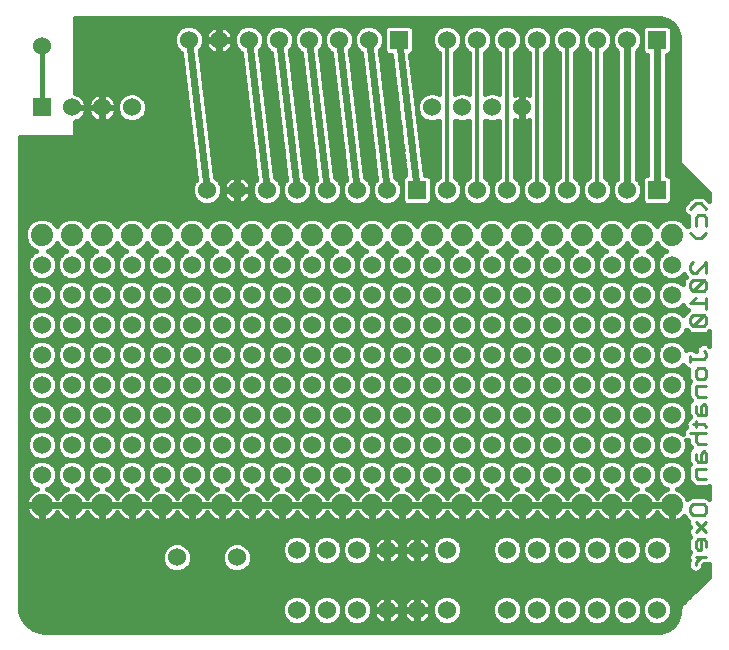
<source format=gbl>
G75*
G70*
%OFA0B0*%
%FSLAX24Y24*%
%IPPOS*%
%LPD*%
%AMOC8*
5,1,8,0,0,1.08239X$1,22.5*
%
%ADD10C,0.0100*%
%ADD11C,0.0600*%
%ADD12R,0.0600X0.0600*%
%ADD13C,0.0740*%
%ADD14C,0.0240*%
%ADD15C,0.0120*%
%ADD16C,0.0160*%
D10*
X022811Y004816D02*
X022901Y004726D01*
X023262Y004726D01*
X023352Y004816D01*
X023352Y004996D01*
X023262Y005086D01*
X022901Y005086D01*
X022811Y004996D01*
X022811Y004816D01*
X022991Y004497D02*
X023352Y004137D01*
X023262Y003908D02*
X023081Y003908D01*
X022991Y003818D01*
X022991Y003638D01*
X023081Y003548D01*
X023171Y003548D01*
X023171Y003908D01*
X023262Y003908D02*
X023352Y003818D01*
X023352Y003638D01*
X023352Y003319D02*
X022991Y003319D01*
X023171Y003319D02*
X022991Y003138D01*
X022991Y003048D01*
X022991Y004137D02*
X023352Y004497D01*
X023352Y005905D02*
X023081Y005905D01*
X022991Y005995D01*
X022991Y006265D01*
X023352Y006265D01*
X023352Y006494D02*
X023352Y006764D01*
X023262Y006854D01*
X023171Y006764D01*
X023171Y006494D01*
X023081Y006494D02*
X023352Y006494D01*
X023081Y006494D02*
X022991Y006584D01*
X022991Y006764D01*
X023081Y007083D02*
X023352Y007083D01*
X023352Y007444D02*
X022811Y007444D01*
X022991Y007354D02*
X022991Y007173D01*
X023081Y007083D01*
X022991Y007354D02*
X023081Y007444D01*
X022991Y007656D02*
X022991Y007836D01*
X022901Y007746D02*
X023262Y007746D01*
X023352Y007656D01*
X023352Y008065D02*
X023081Y008065D01*
X022991Y008156D01*
X022991Y008336D01*
X023171Y008336D02*
X023171Y008065D01*
X023352Y008065D02*
X023352Y008336D01*
X023262Y008426D01*
X023171Y008336D01*
X023081Y008655D02*
X023352Y008655D01*
X023352Y009015D02*
X022991Y009015D01*
X022991Y008745D01*
X023081Y008655D01*
X023081Y009244D02*
X022991Y009334D01*
X022991Y009514D01*
X023081Y009604D01*
X023262Y009604D01*
X023352Y009514D01*
X023352Y009334D01*
X023262Y009244D01*
X023081Y009244D01*
X022811Y009833D02*
X022811Y010014D01*
X022811Y009923D02*
X023262Y009923D01*
X023352Y010014D01*
X023352Y010104D01*
X023262Y010194D01*
X023262Y011012D02*
X022901Y011012D01*
X023262Y011372D01*
X023352Y011282D01*
X023352Y011102D01*
X023262Y011012D01*
X022901Y011012D02*
X022811Y011102D01*
X022811Y011282D01*
X022901Y011372D01*
X023262Y011372D01*
X023352Y011601D02*
X023352Y011961D01*
X023352Y011781D02*
X022811Y011781D01*
X022991Y011961D01*
X022901Y012191D02*
X022811Y012281D01*
X022811Y012461D01*
X022901Y012551D01*
X023262Y012551D01*
X022901Y012191D01*
X023262Y012191D01*
X023352Y012281D01*
X023352Y012461D01*
X023262Y012551D01*
X023352Y012780D02*
X023352Y013140D01*
X022991Y012780D01*
X022901Y012780D01*
X022811Y012870D01*
X022811Y013050D01*
X022901Y013140D01*
X022991Y013942D02*
X022811Y014122D01*
X022991Y013942D02*
X023171Y013942D01*
X023352Y014122D01*
X023352Y014351D02*
X023352Y014621D01*
X023262Y014711D01*
X023081Y014711D01*
X022991Y014621D01*
X022991Y014351D01*
X022811Y014924D02*
X022991Y015104D01*
X023171Y015104D01*
X023352Y014924D01*
D11*
X022202Y013054D03*
X021202Y013054D03*
X021202Y012054D03*
X022202Y012054D03*
X022202Y011054D03*
X022202Y010054D03*
X021202Y010054D03*
X021202Y011054D03*
X020202Y011054D03*
X020202Y010054D03*
X019202Y010054D03*
X019202Y011054D03*
X018202Y011054D03*
X018202Y010054D03*
X017202Y010054D03*
X017202Y011054D03*
X016202Y011054D03*
X016202Y010054D03*
X015202Y010054D03*
X015202Y011054D03*
X014202Y011054D03*
X014202Y010054D03*
X014202Y009054D03*
X015202Y009054D03*
X016202Y009054D03*
X017202Y009054D03*
X018202Y009054D03*
X019202Y009054D03*
X020202Y009054D03*
X020202Y008054D03*
X019202Y008054D03*
X018202Y008054D03*
X017202Y008054D03*
X016202Y008054D03*
X015202Y008054D03*
X014202Y008054D03*
X014202Y007054D03*
X015202Y007054D03*
X016202Y007054D03*
X017202Y007054D03*
X018202Y007054D03*
X019202Y007054D03*
X020202Y007054D03*
X020202Y006054D03*
X019202Y006054D03*
X018202Y006054D03*
X017202Y006054D03*
X016202Y006054D03*
X015202Y006054D03*
X014202Y006054D03*
X013202Y006054D03*
X013202Y007054D03*
X012202Y007054D03*
X012202Y006054D03*
X011202Y006054D03*
X011202Y007054D03*
X010202Y007054D03*
X010202Y006054D03*
X009202Y006054D03*
X009202Y007054D03*
X008202Y007054D03*
X008202Y006054D03*
X007202Y006054D03*
X007202Y007054D03*
X006202Y007054D03*
X006202Y006054D03*
X005202Y006054D03*
X005202Y007054D03*
X004202Y007054D03*
X004202Y006054D03*
X003202Y006054D03*
X003202Y007054D03*
X002202Y007054D03*
X002202Y006054D03*
X001202Y006054D03*
X001202Y007054D03*
X001202Y008054D03*
X001202Y009054D03*
X002202Y009054D03*
X003202Y009054D03*
X004202Y009054D03*
X005202Y009054D03*
X006202Y009054D03*
X007202Y009054D03*
X007202Y008054D03*
X006202Y008054D03*
X005202Y008054D03*
X004202Y008054D03*
X003202Y008054D03*
X002202Y008054D03*
X002202Y010054D03*
X003202Y010054D03*
X004202Y010054D03*
X005202Y010054D03*
X006202Y010054D03*
X007202Y010054D03*
X007202Y011054D03*
X006202Y011054D03*
X005202Y011054D03*
X004202Y011054D03*
X003202Y011054D03*
X002202Y011054D03*
X002202Y012054D03*
X003202Y012054D03*
X004202Y012054D03*
X005202Y012054D03*
X006202Y012054D03*
X007202Y012054D03*
X008202Y012054D03*
X009202Y012054D03*
X010202Y012054D03*
X011202Y012054D03*
X012202Y012054D03*
X013202Y012054D03*
X014202Y012054D03*
X015202Y012054D03*
X016202Y012054D03*
X017202Y012054D03*
X018202Y012054D03*
X019202Y012054D03*
X020202Y012054D03*
X020202Y013054D03*
X019202Y013054D03*
X018202Y013054D03*
X017202Y013054D03*
X016202Y013054D03*
X015202Y013054D03*
X014202Y013054D03*
X013202Y013054D03*
X012202Y013054D03*
X011202Y013054D03*
X010202Y013054D03*
X009202Y013054D03*
X008202Y013054D03*
X007202Y013054D03*
X006202Y013054D03*
X005202Y013054D03*
X004202Y013054D03*
X003202Y013054D03*
X002202Y013054D03*
X001202Y013054D03*
X001202Y012054D03*
X001202Y011054D03*
X001202Y010054D03*
X006702Y015554D03*
X007702Y015554D03*
X008702Y015554D03*
X009702Y015554D03*
X010702Y015554D03*
X011702Y015554D03*
X012702Y015554D03*
X014702Y015554D03*
X015702Y015554D03*
X016702Y015554D03*
X017702Y015554D03*
X018702Y015554D03*
X019702Y015554D03*
X020702Y015554D03*
X017202Y018304D03*
X016202Y018304D03*
X015202Y018304D03*
X014202Y018304D03*
X014702Y020554D03*
X015702Y020554D03*
X016702Y020554D03*
X017702Y020554D03*
X018702Y020554D03*
X019702Y020554D03*
X020702Y020554D03*
X012102Y020554D03*
X011102Y020554D03*
X010102Y020554D03*
X009102Y020554D03*
X008102Y020554D03*
X007102Y020554D03*
X006102Y020554D03*
X004202Y018304D03*
X003202Y018304D03*
X002202Y018304D03*
X001202Y020354D03*
X008202Y011054D03*
X009202Y011054D03*
X010202Y011054D03*
X011202Y011054D03*
X012202Y011054D03*
X013202Y011054D03*
X013202Y010054D03*
X012202Y010054D03*
X011202Y010054D03*
X010202Y010054D03*
X009202Y010054D03*
X008202Y010054D03*
X008202Y009054D03*
X009202Y009054D03*
X010202Y009054D03*
X011202Y009054D03*
X012202Y009054D03*
X013202Y009054D03*
X013202Y008054D03*
X012202Y008054D03*
X011202Y008054D03*
X010202Y008054D03*
X009202Y008054D03*
X008202Y008054D03*
X009702Y003554D03*
X010702Y003554D03*
X011702Y003554D03*
X012702Y003554D03*
X013702Y003554D03*
X014702Y003554D03*
X016702Y003554D03*
X017702Y003554D03*
X018702Y003554D03*
X019702Y003554D03*
X020702Y003554D03*
X021702Y003554D03*
X021702Y001554D03*
X020702Y001554D03*
X019702Y001554D03*
X018702Y001554D03*
X017702Y001554D03*
X016702Y001554D03*
X014702Y001554D03*
X013702Y001554D03*
X012702Y001554D03*
X011702Y001554D03*
X010702Y001554D03*
X009702Y001554D03*
X007702Y003304D03*
X005702Y003304D03*
X021202Y006054D03*
X022202Y006054D03*
X022202Y007054D03*
X021202Y007054D03*
X021202Y008054D03*
X022202Y008054D03*
X022202Y009054D03*
X021202Y009054D03*
D12*
X021702Y015554D03*
X021702Y020554D03*
X013702Y015554D03*
X013102Y020554D03*
X001202Y018304D03*
D13*
X001202Y014054D03*
X002202Y014054D03*
X003202Y014054D03*
X004202Y014054D03*
X005202Y014054D03*
X006202Y014054D03*
X007202Y014054D03*
X008202Y014054D03*
X009202Y014054D03*
X010202Y014054D03*
X011202Y014054D03*
X012202Y014054D03*
X013202Y014054D03*
X014202Y014054D03*
X015202Y014054D03*
X016202Y014054D03*
X017202Y014054D03*
X018202Y014054D03*
X019202Y014054D03*
X020202Y014054D03*
X021202Y014054D03*
X022202Y014054D03*
X022202Y005054D03*
X021202Y005054D03*
X020202Y005054D03*
X019202Y005054D03*
X018202Y005054D03*
X017202Y005054D03*
X016202Y005054D03*
X015202Y005054D03*
X014202Y005054D03*
X013202Y005054D03*
X012202Y005054D03*
X011202Y005054D03*
X010202Y005054D03*
X009202Y005054D03*
X008202Y005054D03*
X007202Y005054D03*
X006202Y005054D03*
X005202Y005054D03*
X004202Y005054D03*
X003202Y005054D03*
X002202Y005054D03*
X001202Y005054D03*
D14*
X006702Y015554D02*
X006102Y020554D01*
X008102Y020554D02*
X008702Y015554D01*
X009702Y015554D02*
X009102Y020554D01*
X010102Y020554D02*
X010702Y015554D01*
X011702Y015554D02*
X011102Y020554D01*
X012102Y020554D02*
X012702Y015554D01*
X013702Y015554D02*
X013102Y020554D01*
X020702Y020554D02*
X020702Y015554D01*
X021702Y015554D02*
X021702Y020554D01*
D15*
X019702Y020554D02*
X019702Y015554D01*
X018702Y015554D02*
X018702Y020554D01*
X017702Y020554D02*
X017702Y015554D01*
X016702Y015554D02*
X016702Y020554D01*
X015702Y020554D02*
X015702Y015554D01*
X014702Y015554D02*
X014702Y020554D01*
D16*
X022223Y001030D02*
X000773Y001030D01*
X000719Y001071D02*
X000905Y000928D01*
X001123Y000836D01*
X001226Y000814D01*
X021650Y000814D01*
X021674Y000814D01*
X021702Y000814D01*
X021817Y000823D01*
X022038Y000895D01*
X022225Y001031D01*
X022361Y001218D01*
X022432Y001439D01*
X022442Y001554D01*
X022442Y001606D01*
X022481Y001702D01*
X023442Y002662D01*
X023442Y003085D01*
X023401Y003069D01*
X023275Y003069D01*
X023241Y003035D01*
X023241Y002999D01*
X023203Y002907D01*
X023133Y002836D01*
X023041Y002798D01*
X022942Y002798D01*
X022850Y002836D01*
X022779Y002907D01*
X022741Y002999D01*
X022741Y003188D01*
X022741Y003188D01*
X022758Y003229D01*
X022741Y003269D01*
X022741Y003368D01*
X022779Y003460D01*
X022797Y003478D01*
X022779Y003496D01*
X022741Y003588D01*
X022741Y003687D01*
X022741Y003868D01*
X022741Y003868D01*
X022779Y003959D01*
X022797Y003977D01*
X022779Y003995D01*
X022741Y004087D01*
X022741Y004187D01*
X022779Y004278D01*
X022818Y004317D01*
X022779Y004356D01*
X022741Y004447D01*
X022741Y004533D01*
X022599Y004674D01*
X022513Y004588D01*
X022311Y004504D01*
X022222Y004504D01*
X022222Y005034D01*
X022181Y005034D01*
X021652Y005034D01*
X021222Y005034D01*
X021222Y005074D01*
X021752Y005074D01*
X022181Y005074D01*
X022181Y005034D01*
X022181Y004504D01*
X022092Y004504D01*
X021890Y004588D01*
X021735Y004743D01*
X021702Y004824D01*
X021668Y004743D01*
X021513Y004588D01*
X021311Y004504D01*
X021222Y004504D01*
X021222Y005034D01*
X021181Y005034D01*
X020752Y005034D01*
X020222Y005034D01*
X020222Y005074D01*
X020652Y005074D01*
X021181Y005074D01*
X021181Y005034D01*
X021181Y004504D01*
X021092Y004504D01*
X020890Y004588D01*
X020735Y004743D01*
X020702Y004824D01*
X020668Y004743D01*
X020513Y004588D01*
X020311Y004504D01*
X020222Y004504D01*
X020222Y005034D01*
X020181Y005034D01*
X019652Y005034D01*
X019222Y005034D01*
X019222Y005074D01*
X019652Y005074D01*
X020181Y005074D01*
X020181Y005034D01*
X020181Y004504D01*
X020092Y004504D01*
X019890Y004588D01*
X019735Y004743D01*
X019702Y004824D01*
X019668Y004743D01*
X019513Y004588D01*
X019311Y004504D01*
X019222Y004504D01*
X019222Y005034D01*
X019181Y005034D01*
X018652Y005034D01*
X018222Y005034D01*
X018222Y005074D01*
X018652Y005074D01*
X019181Y005074D01*
X019181Y005034D01*
X019181Y004504D01*
X019092Y004504D01*
X018890Y004588D01*
X018735Y004743D01*
X018702Y004824D01*
X018668Y004743D01*
X018513Y004588D01*
X018311Y004504D01*
X018222Y004504D01*
X018222Y005034D01*
X018181Y005034D01*
X017652Y005034D01*
X017222Y005034D01*
X017222Y005074D01*
X017652Y005074D01*
X018181Y005074D01*
X018181Y005034D01*
X018181Y004504D01*
X018092Y004504D01*
X017890Y004588D01*
X017735Y004743D01*
X017702Y004824D01*
X017668Y004743D01*
X017513Y004588D01*
X017311Y004504D01*
X017222Y004504D01*
X017222Y005034D01*
X017181Y005034D01*
X016652Y005034D01*
X016222Y005034D01*
X016222Y005074D01*
X016652Y005074D01*
X017181Y005074D01*
X017181Y005034D01*
X017181Y004504D01*
X017092Y004504D01*
X016890Y004588D01*
X016735Y004743D01*
X016702Y004824D01*
X016668Y004743D01*
X016513Y004588D01*
X016311Y004504D01*
X016222Y004504D01*
X016222Y005034D01*
X016181Y005034D01*
X015652Y005034D01*
X015222Y005034D01*
X015222Y005074D01*
X015652Y005074D01*
X016181Y005074D01*
X016181Y005034D01*
X016181Y004504D01*
X016092Y004504D01*
X015890Y004588D01*
X015735Y004743D01*
X015702Y004824D01*
X015668Y004743D01*
X015513Y004588D01*
X015311Y004504D01*
X015222Y004504D01*
X015222Y005034D01*
X015181Y005034D01*
X014652Y005034D01*
X014222Y005034D01*
X014222Y005074D01*
X014652Y005074D01*
X015181Y005074D01*
X015181Y005034D01*
X015181Y004504D01*
X015092Y004504D01*
X014890Y004588D01*
X014735Y004743D01*
X014702Y004824D01*
X014668Y004743D01*
X014513Y004588D01*
X014311Y004504D01*
X014222Y004504D01*
X014222Y005034D01*
X014181Y005034D01*
X013752Y005034D01*
X013222Y005034D01*
X013222Y005074D01*
X013652Y005074D01*
X014181Y005074D01*
X014181Y005034D01*
X014181Y004504D01*
X014092Y004504D01*
X013890Y004588D01*
X013735Y004743D01*
X013702Y004824D01*
X013668Y004743D01*
X013513Y004588D01*
X013311Y004504D01*
X013222Y004504D01*
X013222Y005034D01*
X013181Y005034D01*
X012652Y005034D01*
X012222Y005034D01*
X012222Y005074D01*
X012652Y005074D01*
X013181Y005074D01*
X013181Y005034D01*
X013181Y004504D01*
X013092Y004504D01*
X012890Y004588D01*
X012735Y004743D01*
X012702Y004824D01*
X012668Y004743D01*
X012513Y004588D01*
X012311Y004504D01*
X012222Y004504D01*
X012222Y005034D01*
X012181Y005034D01*
X011652Y005034D01*
X011222Y005034D01*
X011222Y005074D01*
X011652Y005074D01*
X012181Y005074D01*
X012181Y005034D01*
X012181Y004504D01*
X012092Y004504D01*
X011890Y004588D01*
X011735Y004743D01*
X011702Y004824D01*
X011668Y004743D01*
X011513Y004588D01*
X011311Y004504D01*
X011222Y004504D01*
X011222Y005034D01*
X011181Y005034D01*
X010652Y005034D01*
X010222Y005034D01*
X010222Y005074D01*
X010652Y005074D01*
X011181Y005074D01*
X011181Y005034D01*
X011181Y004504D01*
X011092Y004504D01*
X010890Y004588D01*
X010735Y004743D01*
X010702Y004824D01*
X010668Y004743D01*
X010513Y004588D01*
X010311Y004504D01*
X010222Y004504D01*
X010222Y005034D01*
X010181Y005034D01*
X009652Y005034D01*
X009222Y005034D01*
X009222Y005074D01*
X009652Y005074D01*
X010181Y005074D01*
X010181Y005034D01*
X010181Y004504D01*
X010092Y004504D01*
X009890Y004588D01*
X009735Y004743D01*
X009702Y004824D01*
X009668Y004743D01*
X009513Y004588D01*
X009311Y004504D01*
X009222Y004504D01*
X009222Y005034D01*
X009181Y005034D01*
X008652Y005034D01*
X008222Y005034D01*
X008222Y005074D01*
X008652Y005074D01*
X009181Y005074D01*
X009181Y005034D01*
X009181Y004504D01*
X009092Y004504D01*
X008890Y004588D01*
X008735Y004743D01*
X008702Y004824D01*
X008668Y004743D01*
X008513Y004588D01*
X008311Y004504D01*
X008222Y004504D01*
X008222Y005034D01*
X008181Y005034D01*
X007652Y005034D01*
X007222Y005034D01*
X007222Y005074D01*
X007652Y005074D01*
X008181Y005074D01*
X008181Y005034D01*
X008181Y004504D01*
X008092Y004504D01*
X007890Y004588D01*
X007735Y004743D01*
X007702Y004824D01*
X007668Y004743D01*
X007513Y004588D01*
X007311Y004504D01*
X007222Y004504D01*
X007222Y005034D01*
X007181Y005034D01*
X006752Y005034D01*
X006222Y005034D01*
X006222Y005074D01*
X006752Y005074D01*
X007181Y005074D01*
X007181Y005034D01*
X007181Y004504D01*
X007092Y004504D01*
X006890Y004588D01*
X006735Y004743D01*
X006702Y004824D01*
X006668Y004743D01*
X006513Y004588D01*
X006311Y004504D01*
X006222Y004504D01*
X006222Y005034D01*
X006181Y005034D01*
X005652Y005034D01*
X005222Y005034D01*
X005222Y005074D01*
X005652Y005074D01*
X006181Y005074D01*
X006181Y005034D01*
X006181Y004504D01*
X006092Y004504D01*
X005890Y004588D01*
X005735Y004743D01*
X005702Y004824D01*
X005668Y004743D01*
X005513Y004588D01*
X005311Y004504D01*
X005222Y004504D01*
X005222Y005034D01*
X005181Y005034D01*
X004652Y005034D01*
X004222Y005034D01*
X004222Y005074D01*
X004652Y005074D01*
X005181Y005074D01*
X005181Y005034D01*
X005181Y004504D01*
X005092Y004504D01*
X004890Y004588D01*
X004735Y004743D01*
X004702Y004824D01*
X004668Y004743D01*
X004513Y004588D01*
X004311Y004504D01*
X004222Y004504D01*
X004222Y005034D01*
X004181Y005034D01*
X003652Y005034D01*
X003222Y005034D01*
X003222Y005074D01*
X003652Y005074D01*
X004181Y005074D01*
X004181Y005034D01*
X004181Y004504D01*
X004092Y004504D01*
X003890Y004588D01*
X003735Y004743D01*
X003702Y004824D01*
X003668Y004743D01*
X003513Y004588D01*
X003311Y004504D01*
X003222Y004504D01*
X003222Y005034D01*
X003181Y005034D01*
X002652Y005034D01*
X002222Y005034D01*
X002222Y005074D01*
X002652Y005074D01*
X003181Y005074D01*
X003181Y005034D01*
X003181Y004504D01*
X003092Y004504D01*
X002890Y004588D01*
X002735Y004743D01*
X002702Y004824D01*
X002668Y004743D01*
X002513Y004588D01*
X002311Y004504D01*
X002222Y004504D01*
X002222Y005034D01*
X002181Y005034D01*
X001652Y005034D01*
X001222Y005034D01*
X001222Y005074D01*
X001652Y005074D01*
X002181Y005074D01*
X002181Y005034D01*
X002181Y004504D01*
X002092Y004504D01*
X001890Y004588D01*
X001735Y004743D01*
X001702Y004824D01*
X001668Y004743D01*
X001513Y004588D01*
X001311Y004504D01*
X001222Y004504D01*
X001222Y005034D01*
X001181Y005034D01*
X000652Y005034D01*
X000652Y004945D01*
X000735Y004743D01*
X000890Y004588D01*
X001092Y004504D01*
X001181Y004504D01*
X001181Y005034D01*
X001181Y005074D01*
X000652Y005074D01*
X000652Y005164D01*
X000735Y005366D01*
X000890Y005521D01*
X001037Y005581D01*
X000918Y005630D01*
X000778Y005771D01*
X000702Y005955D01*
X000702Y006154D01*
X000778Y006338D01*
X000918Y006478D01*
X001102Y006554D01*
X001301Y006554D01*
X001485Y006478D01*
X001625Y006338D01*
X001702Y006154D01*
X001702Y005955D01*
X001778Y005771D01*
X001918Y005630D01*
X002037Y005581D01*
X001890Y005521D01*
X001735Y005366D01*
X001702Y005284D01*
X001668Y005366D01*
X001513Y005521D01*
X001366Y005581D01*
X001485Y005630D01*
X001625Y005771D01*
X001702Y005955D01*
X001702Y006154D01*
X001778Y006338D01*
X001918Y006478D01*
X002102Y006554D01*
X002301Y006554D01*
X002485Y006478D01*
X002625Y006338D01*
X002702Y006154D01*
X002702Y005955D01*
X002778Y005771D01*
X002918Y005630D01*
X003037Y005581D01*
X002890Y005521D01*
X002735Y005366D01*
X002702Y005284D01*
X002668Y005366D01*
X002513Y005521D01*
X002366Y005581D01*
X002485Y005630D01*
X002625Y005771D01*
X002702Y005955D01*
X002702Y006154D01*
X002778Y006338D01*
X002918Y006478D01*
X003102Y006554D01*
X003301Y006554D01*
X003485Y006478D01*
X003625Y006338D01*
X003702Y006154D01*
X003702Y005955D01*
X003778Y005771D01*
X003918Y005630D01*
X004037Y005581D01*
X003890Y005521D01*
X003735Y005366D01*
X003702Y005284D01*
X003668Y005366D01*
X003513Y005521D01*
X003366Y005581D01*
X003485Y005630D01*
X003625Y005771D01*
X003702Y005955D01*
X003702Y006154D01*
X003778Y006338D01*
X003918Y006478D01*
X004102Y006554D01*
X004301Y006554D01*
X004485Y006478D01*
X004625Y006338D01*
X004702Y006154D01*
X004702Y005955D01*
X004778Y005771D01*
X004918Y005630D01*
X005037Y005581D01*
X004890Y005521D01*
X004735Y005366D01*
X004702Y005284D01*
X004668Y005366D01*
X004513Y005521D01*
X004366Y005581D01*
X004485Y005630D01*
X004625Y005771D01*
X004702Y005955D01*
X004702Y006154D01*
X004778Y006338D01*
X004918Y006478D01*
X005102Y006554D01*
X005301Y006554D01*
X005485Y006478D01*
X005625Y006338D01*
X005702Y006154D01*
X005702Y005955D01*
X005778Y005771D01*
X005918Y005630D01*
X006037Y005581D01*
X005890Y005521D01*
X005735Y005366D01*
X005702Y005284D01*
X005668Y005366D01*
X005513Y005521D01*
X005366Y005581D01*
X005485Y005630D01*
X005625Y005771D01*
X005702Y005955D01*
X005702Y006154D01*
X005778Y006338D01*
X005918Y006478D01*
X006102Y006554D01*
X006301Y006554D01*
X006485Y006478D01*
X006625Y006338D01*
X006702Y006154D01*
X006702Y005955D01*
X006778Y005771D01*
X006918Y005630D01*
X007037Y005581D01*
X006890Y005521D01*
X006735Y005366D01*
X006702Y005284D01*
X006668Y005366D01*
X006513Y005521D01*
X006366Y005581D01*
X006485Y005630D01*
X006625Y005771D01*
X006702Y005955D01*
X006702Y006154D01*
X006778Y006338D01*
X006918Y006478D01*
X007102Y006554D01*
X007301Y006554D01*
X007485Y006478D01*
X007625Y006338D01*
X007702Y006154D01*
X007702Y005955D01*
X007778Y005771D01*
X007918Y005630D01*
X008037Y005581D01*
X007890Y005521D01*
X007735Y005366D01*
X007702Y005284D01*
X007668Y005366D01*
X007513Y005521D01*
X007366Y005581D01*
X007485Y005630D01*
X007625Y005771D01*
X007702Y005955D01*
X007702Y006154D01*
X007778Y006338D01*
X007918Y006478D01*
X008102Y006554D01*
X008301Y006554D01*
X008485Y006478D01*
X008625Y006338D01*
X008702Y006154D01*
X008702Y005955D01*
X008778Y005771D01*
X008918Y005630D01*
X009037Y005581D01*
X008890Y005521D01*
X008735Y005366D01*
X008702Y005284D01*
X008668Y005366D01*
X008513Y005521D01*
X008366Y005581D01*
X008485Y005630D01*
X008625Y005771D01*
X008702Y005955D01*
X008702Y006154D01*
X008778Y006338D01*
X008918Y006478D01*
X009102Y006554D01*
X009301Y006554D01*
X009485Y006478D01*
X009625Y006338D01*
X009702Y006154D01*
X009702Y005955D01*
X009778Y005771D01*
X009918Y005630D01*
X010037Y005581D01*
X009890Y005521D01*
X009735Y005366D01*
X009702Y005284D01*
X009668Y005366D01*
X009513Y005521D01*
X009366Y005581D01*
X009485Y005630D01*
X009625Y005771D01*
X009702Y005955D01*
X009702Y006154D01*
X009778Y006338D01*
X009918Y006478D01*
X010102Y006554D01*
X010301Y006554D01*
X010485Y006478D01*
X010625Y006338D01*
X010702Y006154D01*
X010702Y005955D01*
X010778Y005771D01*
X010918Y005630D01*
X011037Y005581D01*
X010890Y005521D01*
X010735Y005366D01*
X010702Y005284D01*
X010668Y005366D01*
X010513Y005521D01*
X010366Y005581D01*
X010485Y005630D01*
X010625Y005771D01*
X010702Y005955D01*
X010702Y006154D01*
X010778Y006338D01*
X010918Y006478D01*
X011102Y006554D01*
X011301Y006554D01*
X011485Y006478D01*
X011625Y006338D01*
X011702Y006154D01*
X011702Y005955D01*
X011778Y005771D01*
X011918Y005630D01*
X012037Y005581D01*
X011890Y005521D01*
X011735Y005366D01*
X011702Y005284D01*
X011668Y005366D01*
X011513Y005521D01*
X011366Y005581D01*
X011485Y005630D01*
X011625Y005771D01*
X011702Y005955D01*
X011702Y006154D01*
X011778Y006338D01*
X011918Y006478D01*
X012102Y006554D01*
X012301Y006554D01*
X012485Y006478D01*
X012625Y006338D01*
X012702Y006154D01*
X012702Y005955D01*
X012778Y005771D01*
X012918Y005630D01*
X013037Y005581D01*
X012890Y005521D01*
X012735Y005366D01*
X012702Y005284D01*
X012668Y005366D01*
X012513Y005521D01*
X012366Y005581D01*
X012485Y005630D01*
X012625Y005771D01*
X012702Y005955D01*
X012702Y006154D01*
X012778Y006338D01*
X012918Y006478D01*
X013102Y006554D01*
X013301Y006554D01*
X013485Y006478D01*
X013625Y006338D01*
X013702Y006154D01*
X013702Y005955D01*
X013778Y005771D01*
X013918Y005630D01*
X014037Y005581D01*
X013890Y005521D01*
X013735Y005366D01*
X013702Y005284D01*
X013668Y005366D01*
X013513Y005521D01*
X013366Y005581D01*
X013485Y005630D01*
X013625Y005771D01*
X013702Y005955D01*
X013702Y006154D01*
X013778Y006338D01*
X013918Y006478D01*
X014102Y006554D01*
X014301Y006554D01*
X014485Y006478D01*
X014625Y006338D01*
X014702Y006154D01*
X014702Y005955D01*
X014778Y005771D01*
X014918Y005630D01*
X015037Y005581D01*
X014890Y005521D01*
X014735Y005366D01*
X014702Y005284D01*
X014668Y005366D01*
X014513Y005521D01*
X014366Y005581D01*
X014485Y005630D01*
X014625Y005771D01*
X014702Y005955D01*
X014702Y006154D01*
X014778Y006338D01*
X014918Y006478D01*
X015102Y006554D01*
X015301Y006554D01*
X015485Y006478D01*
X015625Y006338D01*
X015702Y006154D01*
X015702Y005955D01*
X015778Y005771D01*
X015918Y005630D01*
X016037Y005581D01*
X015890Y005521D01*
X015735Y005366D01*
X015702Y005284D01*
X015668Y005366D01*
X015513Y005521D01*
X015366Y005581D01*
X015485Y005630D01*
X015625Y005771D01*
X015702Y005955D01*
X015702Y006154D01*
X015778Y006338D01*
X015918Y006478D01*
X016102Y006554D01*
X016301Y006554D01*
X016485Y006478D01*
X016625Y006338D01*
X016702Y006154D01*
X016702Y005955D01*
X016778Y005771D01*
X016918Y005630D01*
X017037Y005581D01*
X016890Y005521D01*
X016735Y005366D01*
X016702Y005284D01*
X016668Y005366D01*
X016513Y005521D01*
X016366Y005581D01*
X016485Y005630D01*
X016625Y005771D01*
X016702Y005955D01*
X016702Y006154D01*
X016778Y006338D01*
X016918Y006478D01*
X017102Y006554D01*
X017301Y006554D01*
X017485Y006478D01*
X017625Y006338D01*
X017702Y006154D01*
X017702Y005955D01*
X017778Y005771D01*
X017918Y005630D01*
X018037Y005581D01*
X017890Y005521D01*
X017735Y005366D01*
X017702Y005284D01*
X017668Y005366D01*
X017513Y005521D01*
X017366Y005581D01*
X017485Y005630D01*
X017625Y005771D01*
X017702Y005955D01*
X017702Y006154D01*
X017778Y006338D01*
X017918Y006478D01*
X018102Y006554D01*
X018301Y006554D01*
X018485Y006478D01*
X018625Y006338D01*
X018702Y006154D01*
X018702Y005955D01*
X018778Y005771D01*
X018918Y005630D01*
X019037Y005581D01*
X018890Y005521D01*
X018735Y005366D01*
X018702Y005284D01*
X018668Y005366D01*
X018513Y005521D01*
X018366Y005581D01*
X018485Y005630D01*
X018625Y005771D01*
X018702Y005955D01*
X018702Y006154D01*
X018778Y006338D01*
X018918Y006478D01*
X019102Y006554D01*
X019301Y006554D01*
X019485Y006478D01*
X019625Y006338D01*
X019702Y006154D01*
X019702Y005955D01*
X019778Y005771D01*
X019918Y005630D01*
X020037Y005581D01*
X019890Y005521D01*
X019735Y005366D01*
X019702Y005284D01*
X019668Y005366D01*
X019513Y005521D01*
X019366Y005581D01*
X019485Y005630D01*
X019625Y005771D01*
X019702Y005955D01*
X019702Y006154D01*
X019778Y006338D01*
X019918Y006478D01*
X020102Y006554D01*
X020301Y006554D01*
X020485Y006478D01*
X020625Y006338D01*
X020702Y006154D01*
X020702Y005955D01*
X020778Y005771D01*
X020918Y005630D01*
X021037Y005581D01*
X020890Y005521D01*
X020735Y005366D01*
X020702Y005284D01*
X020668Y005366D01*
X020513Y005521D01*
X020366Y005581D01*
X020485Y005630D01*
X020625Y005771D01*
X020702Y005955D01*
X020702Y006154D01*
X020778Y006338D01*
X020918Y006478D01*
X021102Y006554D01*
X021301Y006554D01*
X021485Y006478D01*
X021625Y006338D01*
X021702Y006154D01*
X021702Y005955D01*
X021778Y005771D01*
X021918Y005630D01*
X022037Y005581D01*
X021890Y005521D01*
X021735Y005366D01*
X021702Y005284D01*
X021668Y005366D01*
X021513Y005521D01*
X021366Y005581D01*
X021485Y005630D01*
X021625Y005771D01*
X021702Y005955D01*
X021702Y006154D01*
X021778Y006338D01*
X021918Y006478D01*
X022102Y006554D01*
X022301Y006554D01*
X022485Y006478D01*
X022625Y006338D01*
X022702Y006154D01*
X022702Y005955D01*
X022625Y005771D01*
X022485Y005630D01*
X022366Y005581D01*
X022513Y005521D01*
X022668Y005366D01*
X022714Y005253D01*
X022759Y005298D01*
X022760Y005298D01*
X022760Y005298D01*
X022812Y005320D01*
X022851Y005336D01*
X023212Y005336D01*
X023311Y005336D01*
X023403Y005298D01*
X023442Y005260D01*
X023442Y005671D01*
X023401Y005655D01*
X023032Y005655D01*
X022940Y005693D01*
X022869Y005763D01*
X022779Y005853D01*
X022741Y005945D01*
X022741Y006045D01*
X022741Y006315D01*
X022779Y006407D01*
X022797Y006425D01*
X022779Y006443D01*
X022741Y006534D01*
X022741Y006634D01*
X022741Y006814D01*
X022779Y006906D01*
X022842Y006969D01*
X022779Y007032D01*
X022741Y007124D01*
X022741Y007202D01*
X022670Y007232D01*
X022669Y007232D01*
X022702Y007154D01*
X022702Y006955D01*
X022625Y006771D01*
X022485Y006630D01*
X022301Y006554D01*
X022102Y006554D01*
X021918Y006630D01*
X021778Y006771D01*
X021702Y006955D01*
X021702Y007154D01*
X021778Y007338D01*
X021918Y007478D01*
X022102Y007554D01*
X022301Y007554D01*
X022485Y007478D01*
X022561Y007402D01*
X022561Y007493D01*
X022599Y007585D01*
X022669Y007655D01*
X022651Y007697D01*
X022651Y007796D01*
X022689Y007888D01*
X022760Y007958D01*
X022774Y007964D01*
X022779Y007978D01*
X022797Y007996D01*
X022779Y008014D01*
X022741Y008106D01*
X022741Y008205D01*
X022741Y008385D01*
X022779Y008477D01*
X022842Y008540D01*
X022779Y008603D01*
X022741Y008695D01*
X022741Y008795D01*
X022741Y009065D01*
X022779Y009157D01*
X022797Y009175D01*
X022779Y009193D01*
X022741Y009284D01*
X022741Y009465D01*
X022741Y009564D01*
X022751Y009588D01*
X022670Y009621D01*
X022599Y009692D01*
X022584Y009729D01*
X022485Y009630D01*
X022301Y009554D01*
X022102Y009554D01*
X021918Y009478D01*
X021778Y009338D01*
X021702Y009154D01*
X021702Y008955D01*
X021778Y008771D01*
X021918Y008630D01*
X022102Y008554D01*
X021918Y008478D01*
X021778Y008338D01*
X021702Y008154D01*
X021702Y007955D01*
X021778Y007771D01*
X021918Y007630D01*
X022102Y007554D01*
X022301Y007554D01*
X022485Y007630D01*
X022625Y007771D01*
X022702Y007955D01*
X022702Y008154D01*
X022625Y008338D01*
X022485Y008478D01*
X022301Y008554D01*
X022102Y008554D01*
X022301Y008554D01*
X022485Y008630D01*
X022625Y008771D01*
X022702Y008955D01*
X022702Y009154D01*
X022625Y009338D01*
X022485Y009478D01*
X022301Y009554D01*
X022102Y009554D01*
X021918Y009630D01*
X021778Y009771D01*
X021702Y009955D01*
X021702Y010154D01*
X021778Y010338D01*
X021918Y010478D01*
X022102Y010554D01*
X022301Y010554D01*
X022485Y010478D01*
X022625Y010338D01*
X022672Y010226D01*
X022761Y010263D01*
X022861Y010263D01*
X022953Y010225D01*
X023005Y010173D01*
X023012Y010173D01*
X023012Y010243D01*
X023050Y010335D01*
X023120Y010406D01*
X023212Y010444D01*
X023311Y010444D01*
X023403Y010406D01*
X023442Y010367D01*
X023442Y010838D01*
X023403Y010800D01*
X023311Y010762D01*
X023311Y010762D01*
X022851Y010762D01*
X022768Y010797D01*
X022760Y010800D01*
X022689Y010870D01*
X022689Y010870D01*
X022673Y010886D01*
X022625Y010771D01*
X022485Y010630D01*
X022301Y010554D01*
X022102Y010554D01*
X021918Y010630D01*
X021778Y010771D01*
X021702Y010955D01*
X021702Y011154D01*
X021778Y011338D01*
X021918Y011478D01*
X022102Y011554D01*
X022301Y011554D01*
X022485Y011478D01*
X022582Y011381D01*
X022599Y011424D01*
X022723Y011547D01*
X022669Y011569D01*
X022599Y011640D01*
X022573Y011704D01*
X022568Y011714D01*
X022485Y011630D01*
X022301Y011554D01*
X022102Y011554D01*
X021918Y011630D01*
X021778Y011771D01*
X021702Y011955D01*
X021702Y012154D01*
X021778Y012338D01*
X021918Y012478D01*
X022102Y012554D01*
X022301Y012554D01*
X022485Y012478D01*
X022561Y012402D01*
X022561Y012510D01*
X022561Y012511D01*
X022599Y012602D01*
X022662Y012665D01*
X022599Y012728D01*
X022594Y012740D01*
X022485Y012630D01*
X022301Y012554D01*
X022102Y012554D01*
X021918Y012630D01*
X021778Y012771D01*
X021702Y012955D01*
X021702Y013154D01*
X021778Y013338D01*
X021918Y013478D01*
X022011Y013516D01*
X021879Y013571D01*
X021718Y013731D01*
X021702Y013772D01*
X021685Y013731D01*
X021524Y013571D01*
X021392Y013516D01*
X021485Y013478D01*
X021625Y013338D01*
X021702Y013154D01*
X021702Y012955D01*
X021625Y012771D01*
X021485Y012630D01*
X021301Y012554D01*
X021102Y012554D01*
X020918Y012478D01*
X020778Y012338D01*
X020702Y012154D01*
X020702Y011955D01*
X020778Y011771D01*
X020918Y011630D01*
X021102Y011554D01*
X020918Y011478D01*
X020778Y011338D01*
X020702Y011154D01*
X020702Y010955D01*
X020778Y010771D01*
X020918Y010630D01*
X021102Y010554D01*
X020918Y010478D01*
X020778Y010338D01*
X020702Y010154D01*
X020702Y009955D01*
X020778Y009771D01*
X020918Y009630D01*
X021102Y009554D01*
X020918Y009478D01*
X020778Y009338D01*
X020702Y009154D01*
X020702Y008955D01*
X020778Y008771D01*
X020918Y008630D01*
X021102Y008554D01*
X020918Y008478D01*
X020778Y008338D01*
X020702Y008154D01*
X020702Y007955D01*
X020778Y007771D01*
X020918Y007630D01*
X021102Y007554D01*
X020918Y007478D01*
X020778Y007338D01*
X020702Y007154D01*
X020702Y006955D01*
X020778Y006771D01*
X020918Y006630D01*
X021102Y006554D01*
X021301Y006554D01*
X021485Y006630D01*
X021625Y006771D01*
X021702Y006955D01*
X021702Y007154D01*
X021625Y007338D01*
X021485Y007478D01*
X021301Y007554D01*
X021102Y007554D01*
X021301Y007554D01*
X021485Y007630D01*
X021625Y007771D01*
X021702Y007955D01*
X021702Y008154D01*
X021625Y008338D01*
X021485Y008478D01*
X021301Y008554D01*
X021102Y008554D01*
X021301Y008554D01*
X021485Y008630D01*
X021625Y008771D01*
X021702Y008955D01*
X021702Y009154D01*
X021625Y009338D01*
X021485Y009478D01*
X021301Y009554D01*
X021102Y009554D01*
X021301Y009554D01*
X021485Y009630D01*
X021625Y009771D01*
X021702Y009955D01*
X021702Y010154D01*
X021625Y010338D01*
X021485Y010478D01*
X021301Y010554D01*
X021102Y010554D01*
X021301Y010554D01*
X021485Y010630D01*
X021625Y010771D01*
X021702Y010955D01*
X021702Y011154D01*
X021625Y011338D01*
X021485Y011478D01*
X021301Y011554D01*
X021102Y011554D01*
X021301Y011554D01*
X021485Y011630D01*
X021625Y011771D01*
X021702Y011955D01*
X021702Y012154D01*
X021625Y012338D01*
X021485Y012478D01*
X021301Y012554D01*
X021102Y012554D01*
X020918Y012630D01*
X020778Y012771D01*
X020702Y012955D01*
X020702Y013154D01*
X020778Y013338D01*
X020918Y013478D01*
X021011Y013516D01*
X020879Y013571D01*
X020718Y013731D01*
X020702Y013772D01*
X020685Y013731D01*
X020524Y013571D01*
X020392Y013516D01*
X020485Y013478D01*
X020625Y013338D01*
X020702Y013154D01*
X020702Y012955D01*
X020625Y012771D01*
X020485Y012630D01*
X020301Y012554D01*
X020102Y012554D01*
X019918Y012478D01*
X019778Y012338D01*
X019702Y012154D01*
X019702Y011955D01*
X019778Y011771D01*
X019918Y011630D01*
X020102Y011554D01*
X019918Y011478D01*
X019778Y011338D01*
X019702Y011154D01*
X019702Y010955D01*
X019778Y010771D01*
X019918Y010630D01*
X020102Y010554D01*
X019918Y010478D01*
X019778Y010338D01*
X019702Y010154D01*
X019702Y009955D01*
X019778Y009771D01*
X019918Y009630D01*
X020102Y009554D01*
X019918Y009478D01*
X019778Y009338D01*
X019702Y009154D01*
X019702Y008955D01*
X019778Y008771D01*
X019918Y008630D01*
X020102Y008554D01*
X019918Y008478D01*
X019778Y008338D01*
X019702Y008154D01*
X019702Y007955D01*
X019778Y007771D01*
X019918Y007630D01*
X020102Y007554D01*
X019918Y007478D01*
X019778Y007338D01*
X019702Y007154D01*
X019702Y006955D01*
X019778Y006771D01*
X019918Y006630D01*
X020102Y006554D01*
X020301Y006554D01*
X020485Y006630D01*
X020625Y006771D01*
X020702Y006955D01*
X020702Y007154D01*
X020625Y007338D01*
X020485Y007478D01*
X020301Y007554D01*
X020102Y007554D01*
X020301Y007554D01*
X020485Y007630D01*
X020625Y007771D01*
X020702Y007955D01*
X020702Y008154D01*
X020625Y008338D01*
X020485Y008478D01*
X020301Y008554D01*
X020102Y008554D01*
X020301Y008554D01*
X020485Y008630D01*
X020625Y008771D01*
X020702Y008955D01*
X020702Y009154D01*
X020625Y009338D01*
X020485Y009478D01*
X020301Y009554D01*
X020102Y009554D01*
X020301Y009554D01*
X020485Y009630D01*
X020625Y009771D01*
X020702Y009955D01*
X020702Y010154D01*
X020625Y010338D01*
X020485Y010478D01*
X020301Y010554D01*
X020102Y010554D01*
X020301Y010554D01*
X020485Y010630D01*
X020625Y010771D01*
X020702Y010955D01*
X020702Y011154D01*
X020625Y011338D01*
X020485Y011478D01*
X020301Y011554D01*
X020102Y011554D01*
X020301Y011554D01*
X020485Y011630D01*
X020625Y011771D01*
X020702Y011955D01*
X020702Y012154D01*
X020625Y012338D01*
X020485Y012478D01*
X020301Y012554D01*
X020102Y012554D01*
X019918Y012630D01*
X019778Y012771D01*
X019702Y012955D01*
X019702Y013154D01*
X019778Y013338D01*
X019918Y013478D01*
X020011Y013516D01*
X019879Y013571D01*
X019718Y013731D01*
X019702Y013772D01*
X019685Y013731D01*
X019524Y013571D01*
X019392Y013516D01*
X019485Y013478D01*
X019625Y013338D01*
X019702Y013154D01*
X019702Y012955D01*
X019625Y012771D01*
X019485Y012630D01*
X019301Y012554D01*
X019102Y012554D01*
X018918Y012478D01*
X018778Y012338D01*
X018702Y012154D01*
X018702Y011955D01*
X018778Y011771D01*
X018918Y011630D01*
X019102Y011554D01*
X018918Y011478D01*
X018778Y011338D01*
X018702Y011154D01*
X018702Y010955D01*
X018778Y010771D01*
X018918Y010630D01*
X019102Y010554D01*
X018918Y010478D01*
X018778Y010338D01*
X018702Y010154D01*
X018702Y009955D01*
X018778Y009771D01*
X018918Y009630D01*
X019102Y009554D01*
X018918Y009478D01*
X018778Y009338D01*
X018702Y009154D01*
X018702Y008955D01*
X018778Y008771D01*
X018918Y008630D01*
X019102Y008554D01*
X018918Y008478D01*
X018778Y008338D01*
X018702Y008154D01*
X018702Y007955D01*
X018778Y007771D01*
X018918Y007630D01*
X019102Y007554D01*
X018918Y007478D01*
X018778Y007338D01*
X018702Y007154D01*
X018702Y006955D01*
X018778Y006771D01*
X018918Y006630D01*
X019102Y006554D01*
X019301Y006554D01*
X019485Y006630D01*
X019625Y006771D01*
X019702Y006955D01*
X019702Y007154D01*
X019625Y007338D01*
X019485Y007478D01*
X019301Y007554D01*
X019102Y007554D01*
X019301Y007554D01*
X019485Y007630D01*
X019625Y007771D01*
X019702Y007955D01*
X019702Y008154D01*
X019625Y008338D01*
X019485Y008478D01*
X019301Y008554D01*
X019102Y008554D01*
X019301Y008554D01*
X019485Y008630D01*
X019625Y008771D01*
X019702Y008955D01*
X019702Y009154D01*
X019625Y009338D01*
X019485Y009478D01*
X019301Y009554D01*
X019102Y009554D01*
X019301Y009554D01*
X019485Y009630D01*
X019625Y009771D01*
X019702Y009955D01*
X019702Y010154D01*
X019625Y010338D01*
X019485Y010478D01*
X019301Y010554D01*
X019102Y010554D01*
X019301Y010554D01*
X019485Y010630D01*
X019625Y010771D01*
X019702Y010955D01*
X019702Y011154D01*
X019625Y011338D01*
X019485Y011478D01*
X019301Y011554D01*
X019102Y011554D01*
X019301Y011554D01*
X019485Y011630D01*
X019625Y011771D01*
X019702Y011955D01*
X019702Y012154D01*
X019625Y012338D01*
X019485Y012478D01*
X019301Y012554D01*
X019102Y012554D01*
X018918Y012630D01*
X018778Y012771D01*
X018702Y012955D01*
X018702Y013154D01*
X018778Y013338D01*
X018918Y013478D01*
X019011Y013516D01*
X018879Y013571D01*
X018718Y013731D01*
X018702Y013772D01*
X018685Y013731D01*
X018524Y013571D01*
X018392Y013516D01*
X018485Y013478D01*
X018625Y013338D01*
X018702Y013154D01*
X018702Y012955D01*
X018625Y012771D01*
X018485Y012630D01*
X018301Y012554D01*
X018102Y012554D01*
X017918Y012478D01*
X017778Y012338D01*
X017702Y012154D01*
X017702Y011955D01*
X017778Y011771D01*
X017918Y011630D01*
X018102Y011554D01*
X017918Y011478D01*
X017778Y011338D01*
X017702Y011154D01*
X017702Y010955D01*
X017778Y010771D01*
X017918Y010630D01*
X018102Y010554D01*
X017918Y010478D01*
X017778Y010338D01*
X017702Y010154D01*
X017702Y009955D01*
X017778Y009771D01*
X017918Y009630D01*
X018102Y009554D01*
X017918Y009478D01*
X017778Y009338D01*
X017702Y009154D01*
X017702Y008955D01*
X017778Y008771D01*
X017918Y008630D01*
X018102Y008554D01*
X017918Y008478D01*
X017778Y008338D01*
X017702Y008154D01*
X017702Y007955D01*
X017778Y007771D01*
X017918Y007630D01*
X018102Y007554D01*
X017918Y007478D01*
X017778Y007338D01*
X017702Y007154D01*
X017702Y006955D01*
X017778Y006771D01*
X017918Y006630D01*
X018102Y006554D01*
X018301Y006554D01*
X018485Y006630D01*
X018625Y006771D01*
X018702Y006955D01*
X018702Y007154D01*
X018625Y007338D01*
X018485Y007478D01*
X018301Y007554D01*
X018102Y007554D01*
X018301Y007554D01*
X018485Y007630D01*
X018625Y007771D01*
X018702Y007955D01*
X018702Y008154D01*
X018625Y008338D01*
X018485Y008478D01*
X018301Y008554D01*
X018102Y008554D01*
X018301Y008554D01*
X018485Y008630D01*
X018625Y008771D01*
X018702Y008955D01*
X018702Y009154D01*
X018625Y009338D01*
X018485Y009478D01*
X018301Y009554D01*
X018102Y009554D01*
X018301Y009554D01*
X018485Y009630D01*
X018625Y009771D01*
X018702Y009955D01*
X018702Y010154D01*
X018625Y010338D01*
X018485Y010478D01*
X018301Y010554D01*
X018102Y010554D01*
X018301Y010554D01*
X018485Y010630D01*
X018625Y010771D01*
X018702Y010955D01*
X018702Y011154D01*
X018625Y011338D01*
X018485Y011478D01*
X018301Y011554D01*
X018102Y011554D01*
X018301Y011554D01*
X018485Y011630D01*
X018625Y011771D01*
X018702Y011955D01*
X018702Y012154D01*
X018625Y012338D01*
X018485Y012478D01*
X018301Y012554D01*
X018102Y012554D01*
X017918Y012630D01*
X017778Y012771D01*
X017702Y012955D01*
X017702Y013154D01*
X017778Y013338D01*
X017918Y013478D01*
X018011Y013516D01*
X017879Y013571D01*
X017718Y013731D01*
X017702Y013772D01*
X017685Y013731D01*
X017524Y013571D01*
X017392Y013516D01*
X017485Y013478D01*
X017625Y013338D01*
X017702Y013154D01*
X017702Y012955D01*
X017625Y012771D01*
X017485Y012630D01*
X017301Y012554D01*
X017102Y012554D01*
X016918Y012478D01*
X016778Y012338D01*
X016702Y012154D01*
X016702Y011955D01*
X016778Y011771D01*
X016918Y011630D01*
X017102Y011554D01*
X016918Y011478D01*
X016778Y011338D01*
X016702Y011154D01*
X016702Y010955D01*
X016778Y010771D01*
X016918Y010630D01*
X017102Y010554D01*
X016918Y010478D01*
X016778Y010338D01*
X016702Y010154D01*
X016702Y009955D01*
X016778Y009771D01*
X016918Y009630D01*
X017102Y009554D01*
X016918Y009478D01*
X016778Y009338D01*
X016702Y009154D01*
X016702Y008955D01*
X016778Y008771D01*
X016918Y008630D01*
X017102Y008554D01*
X016918Y008478D01*
X016778Y008338D01*
X016702Y008154D01*
X016702Y007955D01*
X016778Y007771D01*
X016918Y007630D01*
X017102Y007554D01*
X016918Y007478D01*
X016778Y007338D01*
X016702Y007154D01*
X016702Y006955D01*
X016778Y006771D01*
X016918Y006630D01*
X017102Y006554D01*
X017301Y006554D01*
X017485Y006630D01*
X017625Y006771D01*
X017702Y006955D01*
X017702Y007154D01*
X017625Y007338D01*
X017485Y007478D01*
X017301Y007554D01*
X017102Y007554D01*
X017301Y007554D01*
X017485Y007630D01*
X017625Y007771D01*
X017702Y007955D01*
X017702Y008154D01*
X017625Y008338D01*
X017485Y008478D01*
X017301Y008554D01*
X017102Y008554D01*
X017301Y008554D01*
X017485Y008630D01*
X017625Y008771D01*
X017702Y008955D01*
X017702Y009154D01*
X017625Y009338D01*
X017485Y009478D01*
X017301Y009554D01*
X017102Y009554D01*
X017301Y009554D01*
X017485Y009630D01*
X017625Y009771D01*
X017702Y009955D01*
X017702Y010154D01*
X017625Y010338D01*
X017485Y010478D01*
X017301Y010554D01*
X017102Y010554D01*
X017301Y010554D01*
X017485Y010630D01*
X017625Y010771D01*
X017702Y010955D01*
X017702Y011154D01*
X017625Y011338D01*
X017485Y011478D01*
X017301Y011554D01*
X017102Y011554D01*
X017301Y011554D01*
X017485Y011630D01*
X017625Y011771D01*
X017702Y011955D01*
X017702Y012154D01*
X017625Y012338D01*
X017485Y012478D01*
X017301Y012554D01*
X017102Y012554D01*
X016918Y012630D01*
X016778Y012771D01*
X016702Y012955D01*
X016702Y013154D01*
X016778Y013338D01*
X016918Y013478D01*
X017011Y013516D01*
X016879Y013571D01*
X016718Y013731D01*
X016702Y013772D01*
X016685Y013731D01*
X016524Y013571D01*
X016392Y013516D01*
X016485Y013478D01*
X016625Y013338D01*
X016702Y013154D01*
X016702Y012955D01*
X016625Y012771D01*
X016485Y012630D01*
X016301Y012554D01*
X016102Y012554D01*
X015918Y012478D01*
X015778Y012338D01*
X015702Y012154D01*
X015702Y011955D01*
X015778Y011771D01*
X015918Y011630D01*
X016102Y011554D01*
X015918Y011478D01*
X015778Y011338D01*
X015702Y011154D01*
X015702Y010955D01*
X015778Y010771D01*
X015918Y010630D01*
X016102Y010554D01*
X015918Y010478D01*
X015778Y010338D01*
X015702Y010154D01*
X015702Y009955D01*
X015778Y009771D01*
X015918Y009630D01*
X016102Y009554D01*
X015918Y009478D01*
X015778Y009338D01*
X015702Y009154D01*
X015702Y008955D01*
X015778Y008771D01*
X015918Y008630D01*
X016102Y008554D01*
X015918Y008478D01*
X015778Y008338D01*
X015702Y008154D01*
X015702Y007955D01*
X015778Y007771D01*
X015918Y007630D01*
X016102Y007554D01*
X015918Y007478D01*
X015778Y007338D01*
X015702Y007154D01*
X015702Y006955D01*
X015778Y006771D01*
X015918Y006630D01*
X016102Y006554D01*
X016301Y006554D01*
X016485Y006630D01*
X016625Y006771D01*
X016702Y006955D01*
X016702Y007154D01*
X016625Y007338D01*
X016485Y007478D01*
X016301Y007554D01*
X016102Y007554D01*
X016301Y007554D01*
X016485Y007630D01*
X016625Y007771D01*
X016702Y007955D01*
X016702Y008154D01*
X016625Y008338D01*
X016485Y008478D01*
X016301Y008554D01*
X016102Y008554D01*
X016301Y008554D01*
X016485Y008630D01*
X016625Y008771D01*
X016702Y008955D01*
X016702Y009154D01*
X016625Y009338D01*
X016485Y009478D01*
X016301Y009554D01*
X016102Y009554D01*
X016301Y009554D01*
X016485Y009630D01*
X016625Y009771D01*
X016702Y009955D01*
X016702Y010154D01*
X016625Y010338D01*
X016485Y010478D01*
X016301Y010554D01*
X016102Y010554D01*
X016301Y010554D01*
X016485Y010630D01*
X016625Y010771D01*
X016702Y010955D01*
X016702Y011154D01*
X016625Y011338D01*
X016485Y011478D01*
X016301Y011554D01*
X016102Y011554D01*
X016301Y011554D01*
X016485Y011630D01*
X016625Y011771D01*
X016702Y011955D01*
X016702Y012154D01*
X016625Y012338D01*
X016485Y012478D01*
X016301Y012554D01*
X016102Y012554D01*
X015918Y012630D01*
X015778Y012771D01*
X015702Y012955D01*
X015702Y013154D01*
X015778Y013338D01*
X015918Y013478D01*
X016011Y013516D01*
X015879Y013571D01*
X015718Y013731D01*
X015702Y013772D01*
X015685Y013731D01*
X015524Y013571D01*
X015392Y013516D01*
X015485Y013478D01*
X015625Y013338D01*
X015702Y013154D01*
X015702Y012955D01*
X015625Y012771D01*
X015485Y012630D01*
X015301Y012554D01*
X015102Y012554D01*
X014918Y012478D01*
X014778Y012338D01*
X014702Y012154D01*
X014702Y011955D01*
X014778Y011771D01*
X014918Y011630D01*
X015102Y011554D01*
X014918Y011478D01*
X014778Y011338D01*
X014702Y011154D01*
X014702Y010955D01*
X014778Y010771D01*
X014918Y010630D01*
X015102Y010554D01*
X014918Y010478D01*
X014778Y010338D01*
X014702Y010154D01*
X014702Y009955D01*
X014778Y009771D01*
X014918Y009630D01*
X015102Y009554D01*
X014918Y009478D01*
X014778Y009338D01*
X014702Y009154D01*
X014702Y008955D01*
X014778Y008771D01*
X014918Y008630D01*
X015102Y008554D01*
X014918Y008478D01*
X014778Y008338D01*
X014702Y008154D01*
X014702Y007955D01*
X014778Y007771D01*
X014918Y007630D01*
X015102Y007554D01*
X014918Y007478D01*
X014778Y007338D01*
X014702Y007154D01*
X014702Y006955D01*
X014778Y006771D01*
X014918Y006630D01*
X015102Y006554D01*
X015301Y006554D01*
X015485Y006630D01*
X015625Y006771D01*
X015702Y006955D01*
X015702Y007154D01*
X015625Y007338D01*
X015485Y007478D01*
X015301Y007554D01*
X015102Y007554D01*
X015301Y007554D01*
X015485Y007630D01*
X015625Y007771D01*
X015702Y007955D01*
X015702Y008154D01*
X015625Y008338D01*
X015485Y008478D01*
X015301Y008554D01*
X015102Y008554D01*
X015301Y008554D01*
X015485Y008630D01*
X015625Y008771D01*
X015702Y008955D01*
X015702Y009154D01*
X015625Y009338D01*
X015485Y009478D01*
X015301Y009554D01*
X015102Y009554D01*
X015301Y009554D01*
X015485Y009630D01*
X015625Y009771D01*
X015702Y009955D01*
X015702Y010154D01*
X015625Y010338D01*
X015485Y010478D01*
X015301Y010554D01*
X015102Y010554D01*
X015301Y010554D01*
X015485Y010630D01*
X015625Y010771D01*
X015702Y010955D01*
X015702Y011154D01*
X015625Y011338D01*
X015485Y011478D01*
X015301Y011554D01*
X015102Y011554D01*
X015301Y011554D01*
X015485Y011630D01*
X015625Y011771D01*
X015702Y011955D01*
X015702Y012154D01*
X015625Y012338D01*
X015485Y012478D01*
X015301Y012554D01*
X015102Y012554D01*
X014918Y012630D01*
X014778Y012771D01*
X014702Y012955D01*
X014702Y013154D01*
X014778Y013338D01*
X014918Y013478D01*
X015011Y013516D01*
X014879Y013571D01*
X014718Y013731D01*
X014702Y013772D01*
X014685Y013731D01*
X014524Y013571D01*
X014392Y013516D01*
X014485Y013478D01*
X014625Y013338D01*
X014702Y013154D01*
X014702Y012955D01*
X014625Y012771D01*
X014485Y012630D01*
X014301Y012554D01*
X014102Y012554D01*
X013918Y012478D01*
X013778Y012338D01*
X013702Y012154D01*
X013702Y011955D01*
X013778Y011771D01*
X013918Y011630D01*
X014102Y011554D01*
X013918Y011478D01*
X013778Y011338D01*
X013702Y011154D01*
X013702Y010955D01*
X013778Y010771D01*
X013918Y010630D01*
X014102Y010554D01*
X013918Y010478D01*
X013778Y010338D01*
X013702Y010154D01*
X013702Y009955D01*
X013778Y009771D01*
X013918Y009630D01*
X014102Y009554D01*
X013918Y009478D01*
X013778Y009338D01*
X013702Y009154D01*
X013702Y008955D01*
X013778Y008771D01*
X013918Y008630D01*
X014102Y008554D01*
X013918Y008478D01*
X013778Y008338D01*
X013702Y008154D01*
X013702Y007955D01*
X013778Y007771D01*
X013918Y007630D01*
X014102Y007554D01*
X013918Y007478D01*
X013778Y007338D01*
X013702Y007154D01*
X013702Y006955D01*
X013778Y006771D01*
X013918Y006630D01*
X014102Y006554D01*
X014301Y006554D01*
X014485Y006630D01*
X014625Y006771D01*
X014702Y006955D01*
X014702Y007154D01*
X014625Y007338D01*
X014485Y007478D01*
X014301Y007554D01*
X014102Y007554D01*
X014301Y007554D01*
X014485Y007630D01*
X014625Y007771D01*
X014702Y007955D01*
X014702Y008154D01*
X014625Y008338D01*
X014485Y008478D01*
X014301Y008554D01*
X014102Y008554D01*
X014301Y008554D01*
X014485Y008630D01*
X014625Y008771D01*
X014702Y008955D01*
X014702Y009154D01*
X014625Y009338D01*
X014485Y009478D01*
X014301Y009554D01*
X014102Y009554D01*
X014301Y009554D01*
X014485Y009630D01*
X014625Y009771D01*
X014702Y009955D01*
X014702Y010154D01*
X014625Y010338D01*
X014485Y010478D01*
X014301Y010554D01*
X014102Y010554D01*
X014301Y010554D01*
X014485Y010630D01*
X014625Y010771D01*
X014702Y010955D01*
X014702Y011154D01*
X014625Y011338D01*
X014485Y011478D01*
X014301Y011554D01*
X014102Y011554D01*
X014301Y011554D01*
X014485Y011630D01*
X014625Y011771D01*
X014702Y011955D01*
X014702Y012154D01*
X014625Y012338D01*
X014485Y012478D01*
X014301Y012554D01*
X014102Y012554D01*
X013918Y012630D01*
X013778Y012771D01*
X013702Y012955D01*
X013702Y013154D01*
X013778Y013338D01*
X013918Y013478D01*
X014011Y013516D01*
X013879Y013571D01*
X013718Y013731D01*
X013702Y013772D01*
X013685Y013731D01*
X013524Y013571D01*
X013392Y013516D01*
X013485Y013478D01*
X013625Y013338D01*
X013702Y013154D01*
X013702Y012955D01*
X013625Y012771D01*
X013485Y012630D01*
X013301Y012554D01*
X013102Y012554D01*
X012918Y012478D01*
X012778Y012338D01*
X012702Y012154D01*
X012702Y011955D01*
X012778Y011771D01*
X012918Y011630D01*
X013102Y011554D01*
X012918Y011478D01*
X012778Y011338D01*
X012702Y011154D01*
X012702Y010955D01*
X012778Y010771D01*
X012918Y010630D01*
X013102Y010554D01*
X012918Y010478D01*
X012778Y010338D01*
X012702Y010154D01*
X012702Y009955D01*
X012778Y009771D01*
X012918Y009630D01*
X013102Y009554D01*
X012918Y009478D01*
X012778Y009338D01*
X012702Y009154D01*
X012702Y008955D01*
X012778Y008771D01*
X012918Y008630D01*
X013102Y008554D01*
X012918Y008478D01*
X012778Y008338D01*
X012702Y008154D01*
X012702Y007955D01*
X012778Y007771D01*
X012918Y007630D01*
X013102Y007554D01*
X012918Y007478D01*
X012778Y007338D01*
X012702Y007154D01*
X012702Y006955D01*
X012778Y006771D01*
X012918Y006630D01*
X013102Y006554D01*
X013301Y006554D01*
X013485Y006630D01*
X013625Y006771D01*
X013702Y006955D01*
X013702Y007154D01*
X013625Y007338D01*
X013485Y007478D01*
X013301Y007554D01*
X013102Y007554D01*
X013301Y007554D01*
X013485Y007630D01*
X013625Y007771D01*
X013702Y007955D01*
X013702Y008154D01*
X013625Y008338D01*
X013485Y008478D01*
X013301Y008554D01*
X013102Y008554D01*
X013301Y008554D01*
X013485Y008630D01*
X013625Y008771D01*
X013702Y008955D01*
X013702Y009154D01*
X013625Y009338D01*
X013485Y009478D01*
X013301Y009554D01*
X013102Y009554D01*
X013301Y009554D01*
X013485Y009630D01*
X013625Y009771D01*
X013702Y009955D01*
X013702Y010154D01*
X013625Y010338D01*
X013485Y010478D01*
X013301Y010554D01*
X013102Y010554D01*
X013301Y010554D01*
X013485Y010630D01*
X013625Y010771D01*
X013702Y010955D01*
X013702Y011154D01*
X013625Y011338D01*
X013485Y011478D01*
X013301Y011554D01*
X013102Y011554D01*
X013301Y011554D01*
X013485Y011630D01*
X013625Y011771D01*
X013702Y011955D01*
X013702Y012154D01*
X013625Y012338D01*
X013485Y012478D01*
X013301Y012554D01*
X013102Y012554D01*
X012918Y012630D01*
X012778Y012771D01*
X012702Y012955D01*
X012702Y013154D01*
X012778Y013338D01*
X012918Y013478D01*
X013011Y013516D01*
X012879Y013571D01*
X012718Y013731D01*
X012702Y013772D01*
X012685Y013731D01*
X012524Y013571D01*
X012392Y013516D01*
X012485Y013478D01*
X012625Y013338D01*
X012702Y013154D01*
X012702Y012955D01*
X012625Y012771D01*
X012485Y012630D01*
X012301Y012554D01*
X012102Y012554D01*
X011918Y012478D01*
X011778Y012338D01*
X011702Y012154D01*
X011702Y011955D01*
X011778Y011771D01*
X011918Y011630D01*
X012102Y011554D01*
X011918Y011478D01*
X011778Y011338D01*
X011702Y011154D01*
X011702Y010955D01*
X011778Y010771D01*
X011918Y010630D01*
X012102Y010554D01*
X011918Y010478D01*
X011778Y010338D01*
X011702Y010154D01*
X011702Y009955D01*
X011778Y009771D01*
X011918Y009630D01*
X012102Y009554D01*
X011918Y009478D01*
X011778Y009338D01*
X011702Y009154D01*
X011702Y008955D01*
X011778Y008771D01*
X011918Y008630D01*
X012102Y008554D01*
X011918Y008478D01*
X011778Y008338D01*
X011702Y008154D01*
X011702Y007955D01*
X011778Y007771D01*
X011918Y007630D01*
X012102Y007554D01*
X011918Y007478D01*
X011778Y007338D01*
X011702Y007154D01*
X011702Y006955D01*
X011778Y006771D01*
X011918Y006630D01*
X012102Y006554D01*
X012301Y006554D01*
X012485Y006630D01*
X012625Y006771D01*
X012702Y006955D01*
X012702Y007154D01*
X012625Y007338D01*
X012485Y007478D01*
X012301Y007554D01*
X012102Y007554D01*
X012301Y007554D01*
X012485Y007630D01*
X012625Y007771D01*
X012702Y007955D01*
X012702Y008154D01*
X012625Y008338D01*
X012485Y008478D01*
X012301Y008554D01*
X012102Y008554D01*
X012301Y008554D01*
X012485Y008630D01*
X012625Y008771D01*
X012702Y008955D01*
X012702Y009154D01*
X012625Y009338D01*
X012485Y009478D01*
X012301Y009554D01*
X012102Y009554D01*
X012301Y009554D01*
X012485Y009630D01*
X012625Y009771D01*
X012702Y009955D01*
X012702Y010154D01*
X012625Y010338D01*
X012485Y010478D01*
X012301Y010554D01*
X012102Y010554D01*
X012301Y010554D01*
X012485Y010630D01*
X012625Y010771D01*
X012702Y010955D01*
X012702Y011154D01*
X012625Y011338D01*
X012485Y011478D01*
X012301Y011554D01*
X012102Y011554D01*
X012301Y011554D01*
X012485Y011630D01*
X012625Y011771D01*
X012702Y011955D01*
X012702Y012154D01*
X012625Y012338D01*
X012485Y012478D01*
X012301Y012554D01*
X012102Y012554D01*
X011918Y012630D01*
X011778Y012771D01*
X011702Y012955D01*
X011702Y013154D01*
X011778Y013338D01*
X011918Y013478D01*
X012011Y013516D01*
X011879Y013571D01*
X011718Y013731D01*
X011702Y013772D01*
X011685Y013731D01*
X011524Y013571D01*
X011392Y013516D01*
X011485Y013478D01*
X011625Y013338D01*
X011702Y013154D01*
X011702Y012955D01*
X011625Y012771D01*
X011485Y012630D01*
X011301Y012554D01*
X011102Y012554D01*
X010918Y012478D01*
X010778Y012338D01*
X010702Y012154D01*
X010702Y011955D01*
X010778Y011771D01*
X010918Y011630D01*
X011102Y011554D01*
X010918Y011478D01*
X010778Y011338D01*
X010702Y011154D01*
X010702Y010955D01*
X010778Y010771D01*
X010918Y010630D01*
X011102Y010554D01*
X010918Y010478D01*
X010778Y010338D01*
X010702Y010154D01*
X010702Y009955D01*
X010778Y009771D01*
X010918Y009630D01*
X011102Y009554D01*
X010918Y009478D01*
X010778Y009338D01*
X010702Y009154D01*
X010702Y008955D01*
X010778Y008771D01*
X010918Y008630D01*
X011102Y008554D01*
X010918Y008478D01*
X010778Y008338D01*
X010702Y008154D01*
X010702Y007955D01*
X010778Y007771D01*
X010918Y007630D01*
X011102Y007554D01*
X010918Y007478D01*
X010778Y007338D01*
X010702Y007154D01*
X010702Y006955D01*
X010778Y006771D01*
X010918Y006630D01*
X011102Y006554D01*
X011301Y006554D01*
X011485Y006630D01*
X011625Y006771D01*
X011702Y006955D01*
X011702Y007154D01*
X011625Y007338D01*
X011485Y007478D01*
X011301Y007554D01*
X011102Y007554D01*
X011301Y007554D01*
X011485Y007630D01*
X011625Y007771D01*
X011702Y007955D01*
X011702Y008154D01*
X011625Y008338D01*
X011485Y008478D01*
X011301Y008554D01*
X011102Y008554D01*
X011301Y008554D01*
X011485Y008630D01*
X011625Y008771D01*
X011702Y008955D01*
X011702Y009154D01*
X011625Y009338D01*
X011485Y009478D01*
X011301Y009554D01*
X011102Y009554D01*
X011301Y009554D01*
X011485Y009630D01*
X011625Y009771D01*
X011702Y009955D01*
X011702Y010154D01*
X011625Y010338D01*
X011485Y010478D01*
X011301Y010554D01*
X011102Y010554D01*
X011301Y010554D01*
X011485Y010630D01*
X011625Y010771D01*
X011702Y010955D01*
X011702Y011154D01*
X011625Y011338D01*
X011485Y011478D01*
X011301Y011554D01*
X011102Y011554D01*
X011301Y011554D01*
X011485Y011630D01*
X011625Y011771D01*
X011702Y011955D01*
X011702Y012154D01*
X011625Y012338D01*
X011485Y012478D01*
X011301Y012554D01*
X011102Y012554D01*
X010918Y012630D01*
X010778Y012771D01*
X010702Y012955D01*
X010702Y013154D01*
X010778Y013338D01*
X010918Y013478D01*
X011011Y013516D01*
X010879Y013571D01*
X010718Y013731D01*
X010702Y013772D01*
X010685Y013731D01*
X010524Y013571D01*
X010392Y013516D01*
X010485Y013478D01*
X010625Y013338D01*
X010702Y013154D01*
X010702Y012955D01*
X010625Y012771D01*
X010485Y012630D01*
X010301Y012554D01*
X010102Y012554D01*
X009918Y012478D01*
X009778Y012338D01*
X009702Y012154D01*
X009702Y011955D01*
X009778Y011771D01*
X009918Y011630D01*
X010102Y011554D01*
X009918Y011478D01*
X009778Y011338D01*
X009702Y011154D01*
X009702Y010955D01*
X009778Y010771D01*
X009918Y010630D01*
X010102Y010554D01*
X009918Y010478D01*
X009778Y010338D01*
X009702Y010154D01*
X009702Y009955D01*
X009778Y009771D01*
X009918Y009630D01*
X010102Y009554D01*
X009918Y009478D01*
X009778Y009338D01*
X009702Y009154D01*
X009702Y008955D01*
X009778Y008771D01*
X009918Y008630D01*
X010102Y008554D01*
X009918Y008478D01*
X009778Y008338D01*
X009702Y008154D01*
X009702Y007955D01*
X009778Y007771D01*
X009918Y007630D01*
X010102Y007554D01*
X009918Y007478D01*
X009778Y007338D01*
X009702Y007154D01*
X009702Y006955D01*
X009778Y006771D01*
X009918Y006630D01*
X010102Y006554D01*
X010301Y006554D01*
X010485Y006630D01*
X010625Y006771D01*
X010702Y006955D01*
X010702Y007154D01*
X010625Y007338D01*
X010485Y007478D01*
X010301Y007554D01*
X010102Y007554D01*
X010301Y007554D01*
X010485Y007630D01*
X010625Y007771D01*
X010702Y007955D01*
X010702Y008154D01*
X010625Y008338D01*
X010485Y008478D01*
X010301Y008554D01*
X010102Y008554D01*
X010301Y008554D01*
X010485Y008630D01*
X010625Y008771D01*
X010702Y008955D01*
X010702Y009154D01*
X010625Y009338D01*
X010485Y009478D01*
X010301Y009554D01*
X010102Y009554D01*
X010301Y009554D01*
X010485Y009630D01*
X010625Y009771D01*
X010702Y009955D01*
X010702Y010154D01*
X010625Y010338D01*
X010485Y010478D01*
X010301Y010554D01*
X010102Y010554D01*
X010301Y010554D01*
X010485Y010630D01*
X010625Y010771D01*
X010702Y010955D01*
X010702Y011154D01*
X010625Y011338D01*
X010485Y011478D01*
X010301Y011554D01*
X010102Y011554D01*
X010301Y011554D01*
X010485Y011630D01*
X010625Y011771D01*
X010702Y011955D01*
X010702Y012154D01*
X010625Y012338D01*
X010485Y012478D01*
X010301Y012554D01*
X010102Y012554D01*
X009918Y012630D01*
X009778Y012771D01*
X009702Y012955D01*
X009702Y013154D01*
X009778Y013338D01*
X009918Y013478D01*
X010011Y013516D01*
X009879Y013571D01*
X009718Y013731D01*
X009702Y013772D01*
X009685Y013731D01*
X009524Y013571D01*
X009392Y013516D01*
X009485Y013478D01*
X009625Y013338D01*
X009702Y013154D01*
X009702Y012955D01*
X009625Y012771D01*
X009485Y012630D01*
X009301Y012554D01*
X009102Y012554D01*
X008918Y012478D01*
X008778Y012338D01*
X008702Y012154D01*
X008702Y011955D01*
X008778Y011771D01*
X008918Y011630D01*
X009102Y011554D01*
X008918Y011478D01*
X008778Y011338D01*
X008702Y011154D01*
X008702Y010955D01*
X008778Y010771D01*
X008918Y010630D01*
X009102Y010554D01*
X008918Y010478D01*
X008778Y010338D01*
X008702Y010154D01*
X008702Y009955D01*
X008778Y009771D01*
X008918Y009630D01*
X009102Y009554D01*
X008918Y009478D01*
X008778Y009338D01*
X008702Y009154D01*
X008702Y008955D01*
X008778Y008771D01*
X008918Y008630D01*
X009102Y008554D01*
X008918Y008478D01*
X008778Y008338D01*
X008702Y008154D01*
X008702Y007955D01*
X008778Y007771D01*
X008918Y007630D01*
X009102Y007554D01*
X008918Y007478D01*
X008778Y007338D01*
X008702Y007154D01*
X008702Y006955D01*
X008778Y006771D01*
X008918Y006630D01*
X009102Y006554D01*
X009301Y006554D01*
X009485Y006630D01*
X009625Y006771D01*
X009702Y006955D01*
X009702Y007154D01*
X009625Y007338D01*
X009485Y007478D01*
X009301Y007554D01*
X009102Y007554D01*
X009301Y007554D01*
X009485Y007630D01*
X009625Y007771D01*
X009702Y007955D01*
X009702Y008154D01*
X009625Y008338D01*
X009485Y008478D01*
X009301Y008554D01*
X009102Y008554D01*
X009301Y008554D01*
X009485Y008630D01*
X009625Y008771D01*
X009702Y008955D01*
X009702Y009154D01*
X009625Y009338D01*
X009485Y009478D01*
X009301Y009554D01*
X009102Y009554D01*
X009301Y009554D01*
X009485Y009630D01*
X009625Y009771D01*
X009702Y009955D01*
X009702Y010154D01*
X009625Y010338D01*
X009485Y010478D01*
X009301Y010554D01*
X009102Y010554D01*
X009301Y010554D01*
X009485Y010630D01*
X009625Y010771D01*
X009702Y010955D01*
X009702Y011154D01*
X009625Y011338D01*
X009485Y011478D01*
X009301Y011554D01*
X009102Y011554D01*
X009301Y011554D01*
X009485Y011630D01*
X009625Y011771D01*
X009702Y011955D01*
X009702Y012154D01*
X009625Y012338D01*
X009485Y012478D01*
X009301Y012554D01*
X009102Y012554D01*
X008918Y012630D01*
X008778Y012771D01*
X008702Y012955D01*
X008702Y013154D01*
X008778Y013338D01*
X008918Y013478D01*
X009011Y013516D01*
X008879Y013571D01*
X008718Y013731D01*
X008702Y013772D01*
X008685Y013731D01*
X008524Y013571D01*
X008392Y013516D01*
X008485Y013478D01*
X008625Y013338D01*
X008702Y013154D01*
X008702Y012955D01*
X008625Y012771D01*
X008485Y012630D01*
X008301Y012554D01*
X008102Y012554D01*
X007918Y012478D01*
X007778Y012338D01*
X007702Y012154D01*
X007702Y011955D01*
X007778Y011771D01*
X007918Y011630D01*
X008102Y011554D01*
X007918Y011478D01*
X007778Y011338D01*
X007702Y011154D01*
X007702Y010955D01*
X007778Y010771D01*
X007918Y010630D01*
X008102Y010554D01*
X007918Y010478D01*
X007778Y010338D01*
X007702Y010154D01*
X007702Y009955D01*
X007778Y009771D01*
X007918Y009630D01*
X008102Y009554D01*
X007918Y009478D01*
X007778Y009338D01*
X007702Y009154D01*
X007702Y008955D01*
X007778Y008771D01*
X007918Y008630D01*
X008102Y008554D01*
X007918Y008478D01*
X007778Y008338D01*
X007702Y008154D01*
X007702Y007955D01*
X007778Y007771D01*
X007918Y007630D01*
X008102Y007554D01*
X007918Y007478D01*
X007778Y007338D01*
X007702Y007154D01*
X007702Y006955D01*
X007778Y006771D01*
X007918Y006630D01*
X008102Y006554D01*
X008301Y006554D01*
X008485Y006630D01*
X008625Y006771D01*
X008702Y006955D01*
X008702Y007154D01*
X008625Y007338D01*
X008485Y007478D01*
X008301Y007554D01*
X008102Y007554D01*
X008301Y007554D01*
X008485Y007630D01*
X008625Y007771D01*
X008702Y007955D01*
X008702Y008154D01*
X008625Y008338D01*
X008485Y008478D01*
X008301Y008554D01*
X008102Y008554D01*
X008301Y008554D01*
X008485Y008630D01*
X008625Y008771D01*
X008702Y008955D01*
X008702Y009154D01*
X008625Y009338D01*
X008485Y009478D01*
X008301Y009554D01*
X008102Y009554D01*
X008301Y009554D01*
X008485Y009630D01*
X008625Y009771D01*
X008702Y009955D01*
X008702Y010154D01*
X008625Y010338D01*
X008485Y010478D01*
X008301Y010554D01*
X008102Y010554D01*
X008301Y010554D01*
X008485Y010630D01*
X008625Y010771D01*
X008702Y010955D01*
X008702Y011154D01*
X008625Y011338D01*
X008485Y011478D01*
X008301Y011554D01*
X008102Y011554D01*
X008301Y011554D01*
X008485Y011630D01*
X008625Y011771D01*
X008702Y011955D01*
X008702Y012154D01*
X008625Y012338D01*
X008485Y012478D01*
X008301Y012554D01*
X008102Y012554D01*
X007918Y012630D01*
X007778Y012771D01*
X007702Y012955D01*
X007702Y013154D01*
X007778Y013338D01*
X007918Y013478D01*
X008011Y013516D01*
X007879Y013571D01*
X007718Y013731D01*
X007702Y013772D01*
X007685Y013731D01*
X007524Y013571D01*
X007392Y013516D01*
X007485Y013478D01*
X007625Y013338D01*
X007702Y013154D01*
X007702Y012955D01*
X007625Y012771D01*
X007485Y012630D01*
X007301Y012554D01*
X007102Y012554D01*
X006918Y012478D01*
X006778Y012338D01*
X006702Y012154D01*
X006702Y011955D01*
X006778Y011771D01*
X006918Y011630D01*
X007102Y011554D01*
X006918Y011478D01*
X006778Y011338D01*
X006702Y011154D01*
X006702Y010955D01*
X006778Y010771D01*
X006918Y010630D01*
X007102Y010554D01*
X006918Y010478D01*
X006778Y010338D01*
X006702Y010154D01*
X006702Y009955D01*
X006778Y009771D01*
X006918Y009630D01*
X007102Y009554D01*
X006918Y009478D01*
X006778Y009338D01*
X006702Y009154D01*
X006702Y008955D01*
X006778Y008771D01*
X006918Y008630D01*
X007102Y008554D01*
X006918Y008478D01*
X006778Y008338D01*
X006702Y008154D01*
X006702Y007955D01*
X006778Y007771D01*
X006918Y007630D01*
X007102Y007554D01*
X006918Y007478D01*
X006778Y007338D01*
X006702Y007154D01*
X006702Y006955D01*
X006778Y006771D01*
X006918Y006630D01*
X007102Y006554D01*
X007301Y006554D01*
X007485Y006630D01*
X007625Y006771D01*
X007702Y006955D01*
X007702Y007154D01*
X007625Y007338D01*
X007485Y007478D01*
X007301Y007554D01*
X007102Y007554D01*
X007301Y007554D01*
X007485Y007630D01*
X007625Y007771D01*
X007702Y007955D01*
X007702Y008154D01*
X007625Y008338D01*
X007485Y008478D01*
X007301Y008554D01*
X007102Y008554D01*
X007301Y008554D01*
X007485Y008630D01*
X007625Y008771D01*
X007702Y008955D01*
X007702Y009154D01*
X007625Y009338D01*
X007485Y009478D01*
X007301Y009554D01*
X007102Y009554D01*
X007301Y009554D01*
X007485Y009630D01*
X007625Y009771D01*
X007702Y009955D01*
X007702Y010154D01*
X007625Y010338D01*
X007485Y010478D01*
X007301Y010554D01*
X007102Y010554D01*
X007301Y010554D01*
X007485Y010630D01*
X007625Y010771D01*
X007702Y010955D01*
X007702Y011154D01*
X007625Y011338D01*
X007485Y011478D01*
X007301Y011554D01*
X007102Y011554D01*
X007301Y011554D01*
X007485Y011630D01*
X007625Y011771D01*
X007702Y011955D01*
X007702Y012154D01*
X007625Y012338D01*
X007485Y012478D01*
X007301Y012554D01*
X007102Y012554D01*
X006918Y012630D01*
X006778Y012771D01*
X006702Y012955D01*
X006702Y013154D01*
X006778Y013338D01*
X006918Y013478D01*
X007011Y013516D01*
X006879Y013571D01*
X006718Y013731D01*
X006702Y013772D01*
X006685Y013731D01*
X006524Y013571D01*
X006392Y013516D01*
X006485Y013478D01*
X006625Y013338D01*
X006702Y013154D01*
X006702Y012955D01*
X006625Y012771D01*
X006485Y012630D01*
X006301Y012554D01*
X006102Y012554D01*
X005918Y012478D01*
X005778Y012338D01*
X005702Y012154D01*
X005702Y011955D01*
X005778Y011771D01*
X005918Y011630D01*
X006102Y011554D01*
X005918Y011478D01*
X005778Y011338D01*
X005702Y011154D01*
X005702Y010955D01*
X005778Y010771D01*
X005918Y010630D01*
X006102Y010554D01*
X005918Y010478D01*
X005778Y010338D01*
X005702Y010154D01*
X005702Y009955D01*
X005778Y009771D01*
X005918Y009630D01*
X006102Y009554D01*
X005918Y009478D01*
X005778Y009338D01*
X005702Y009154D01*
X005702Y008955D01*
X005778Y008771D01*
X005918Y008630D01*
X006102Y008554D01*
X005918Y008478D01*
X005778Y008338D01*
X005702Y008154D01*
X005702Y007955D01*
X005778Y007771D01*
X005918Y007630D01*
X006102Y007554D01*
X005918Y007478D01*
X005778Y007338D01*
X005702Y007154D01*
X005702Y006955D01*
X005778Y006771D01*
X005918Y006630D01*
X006102Y006554D01*
X006301Y006554D01*
X006485Y006630D01*
X006625Y006771D01*
X006702Y006955D01*
X006702Y007154D01*
X006625Y007338D01*
X006485Y007478D01*
X006301Y007554D01*
X006102Y007554D01*
X006301Y007554D01*
X006485Y007630D01*
X006625Y007771D01*
X006702Y007955D01*
X006702Y008154D01*
X006625Y008338D01*
X006485Y008478D01*
X006301Y008554D01*
X006102Y008554D01*
X006301Y008554D01*
X006485Y008630D01*
X006625Y008771D01*
X006702Y008955D01*
X006702Y009154D01*
X006625Y009338D01*
X006485Y009478D01*
X006301Y009554D01*
X006102Y009554D01*
X006301Y009554D01*
X006485Y009630D01*
X006625Y009771D01*
X006702Y009955D01*
X006702Y010154D01*
X006625Y010338D01*
X006485Y010478D01*
X006301Y010554D01*
X006102Y010554D01*
X006301Y010554D01*
X006485Y010630D01*
X006625Y010771D01*
X006702Y010955D01*
X006702Y011154D01*
X006625Y011338D01*
X006485Y011478D01*
X006301Y011554D01*
X006102Y011554D01*
X006301Y011554D01*
X006485Y011630D01*
X006625Y011771D01*
X006702Y011955D01*
X006702Y012154D01*
X006625Y012338D01*
X006485Y012478D01*
X006301Y012554D01*
X006102Y012554D01*
X005918Y012630D01*
X005778Y012771D01*
X005702Y012955D01*
X005702Y013154D01*
X005778Y013338D01*
X005918Y013478D01*
X006011Y013516D01*
X005879Y013571D01*
X005718Y013731D01*
X005702Y013772D01*
X005685Y013731D01*
X005524Y013571D01*
X005392Y013516D01*
X005485Y013478D01*
X005625Y013338D01*
X005702Y013154D01*
X005702Y012955D01*
X005625Y012771D01*
X005485Y012630D01*
X005301Y012554D01*
X005102Y012554D01*
X004918Y012478D01*
X004778Y012338D01*
X004702Y012154D01*
X004702Y011955D01*
X004778Y011771D01*
X004918Y011630D01*
X005102Y011554D01*
X004918Y011478D01*
X004778Y011338D01*
X004702Y011154D01*
X004702Y010955D01*
X004778Y010771D01*
X004918Y010630D01*
X005102Y010554D01*
X004918Y010478D01*
X004778Y010338D01*
X004702Y010154D01*
X004702Y009955D01*
X004778Y009771D01*
X004918Y009630D01*
X005102Y009554D01*
X004918Y009478D01*
X004778Y009338D01*
X004702Y009154D01*
X004702Y008955D01*
X004778Y008771D01*
X004918Y008630D01*
X005102Y008554D01*
X004918Y008478D01*
X004778Y008338D01*
X004702Y008154D01*
X004702Y007955D01*
X004778Y007771D01*
X004918Y007630D01*
X005102Y007554D01*
X004918Y007478D01*
X004778Y007338D01*
X004702Y007154D01*
X004702Y006955D01*
X004778Y006771D01*
X004918Y006630D01*
X005102Y006554D01*
X005301Y006554D01*
X005485Y006630D01*
X005625Y006771D01*
X005702Y006955D01*
X005702Y007154D01*
X005625Y007338D01*
X005485Y007478D01*
X005301Y007554D01*
X005102Y007554D01*
X005301Y007554D01*
X005485Y007630D01*
X005625Y007771D01*
X005702Y007955D01*
X005702Y008154D01*
X005625Y008338D01*
X005485Y008478D01*
X005301Y008554D01*
X005102Y008554D01*
X005301Y008554D01*
X005485Y008630D01*
X005625Y008771D01*
X005702Y008955D01*
X005702Y009154D01*
X005625Y009338D01*
X005485Y009478D01*
X005301Y009554D01*
X005102Y009554D01*
X005301Y009554D01*
X005485Y009630D01*
X005625Y009771D01*
X005702Y009955D01*
X005702Y010154D01*
X005625Y010338D01*
X005485Y010478D01*
X005301Y010554D01*
X005102Y010554D01*
X005301Y010554D01*
X005485Y010630D01*
X005625Y010771D01*
X005702Y010955D01*
X005702Y011154D01*
X005625Y011338D01*
X005485Y011478D01*
X005301Y011554D01*
X005102Y011554D01*
X005301Y011554D01*
X005485Y011630D01*
X005625Y011771D01*
X005702Y011955D01*
X005702Y012154D01*
X005625Y012338D01*
X005485Y012478D01*
X005301Y012554D01*
X005102Y012554D01*
X004918Y012630D01*
X004778Y012771D01*
X004702Y012955D01*
X004702Y013154D01*
X004778Y013338D01*
X004918Y013478D01*
X005011Y013516D01*
X004879Y013571D01*
X004718Y013731D01*
X004702Y013772D01*
X004685Y013731D01*
X004524Y013571D01*
X004392Y013516D01*
X004485Y013478D01*
X004625Y013338D01*
X004702Y013154D01*
X004702Y012955D01*
X004625Y012771D01*
X004485Y012630D01*
X004301Y012554D01*
X004102Y012554D01*
X003918Y012478D01*
X003778Y012338D01*
X003702Y012154D01*
X003702Y011955D01*
X003778Y011771D01*
X003918Y011630D01*
X004102Y011554D01*
X003918Y011478D01*
X003778Y011338D01*
X003702Y011154D01*
X003702Y010955D01*
X003778Y010771D01*
X003918Y010630D01*
X004102Y010554D01*
X003918Y010478D01*
X003778Y010338D01*
X003702Y010154D01*
X003702Y009955D01*
X003778Y009771D01*
X003918Y009630D01*
X004102Y009554D01*
X003918Y009478D01*
X003778Y009338D01*
X003702Y009154D01*
X003702Y008955D01*
X003778Y008771D01*
X003918Y008630D01*
X004102Y008554D01*
X003918Y008478D01*
X003778Y008338D01*
X003702Y008154D01*
X003702Y007955D01*
X003778Y007771D01*
X003918Y007630D01*
X004102Y007554D01*
X003918Y007478D01*
X003778Y007338D01*
X003702Y007154D01*
X003702Y006955D01*
X003778Y006771D01*
X003918Y006630D01*
X004102Y006554D01*
X004301Y006554D01*
X004485Y006630D01*
X004625Y006771D01*
X004702Y006955D01*
X004702Y007154D01*
X004625Y007338D01*
X004485Y007478D01*
X004301Y007554D01*
X004102Y007554D01*
X004301Y007554D01*
X004485Y007630D01*
X004625Y007771D01*
X004702Y007955D01*
X004702Y008154D01*
X004625Y008338D01*
X004485Y008478D01*
X004301Y008554D01*
X004102Y008554D01*
X004301Y008554D01*
X004485Y008630D01*
X004625Y008771D01*
X004702Y008955D01*
X004702Y009154D01*
X004625Y009338D01*
X004485Y009478D01*
X004301Y009554D01*
X004102Y009554D01*
X004301Y009554D01*
X004485Y009630D01*
X004625Y009771D01*
X004702Y009955D01*
X004702Y010154D01*
X004625Y010338D01*
X004485Y010478D01*
X004301Y010554D01*
X004102Y010554D01*
X004301Y010554D01*
X004485Y010630D01*
X004625Y010771D01*
X004702Y010955D01*
X004702Y011154D01*
X004625Y011338D01*
X004485Y011478D01*
X004301Y011554D01*
X004102Y011554D01*
X004301Y011554D01*
X004485Y011630D01*
X004625Y011771D01*
X004702Y011955D01*
X004702Y012154D01*
X004625Y012338D01*
X004485Y012478D01*
X004301Y012554D01*
X004102Y012554D01*
X003918Y012630D01*
X003778Y012771D01*
X003702Y012955D01*
X003702Y013154D01*
X003778Y013338D01*
X003918Y013478D01*
X004011Y013516D01*
X003879Y013571D01*
X003718Y013731D01*
X003702Y013772D01*
X003685Y013731D01*
X003524Y013571D01*
X003392Y013516D01*
X003485Y013478D01*
X003625Y013338D01*
X003702Y013154D01*
X003702Y012955D01*
X003625Y012771D01*
X003485Y012630D01*
X003301Y012554D01*
X003102Y012554D01*
X002918Y012478D01*
X002778Y012338D01*
X002702Y012154D01*
X002702Y011955D01*
X002778Y011771D01*
X002918Y011630D01*
X003102Y011554D01*
X002918Y011478D01*
X002778Y011338D01*
X002702Y011154D01*
X002702Y010955D01*
X002778Y010771D01*
X002918Y010630D01*
X003102Y010554D01*
X002918Y010478D01*
X002778Y010338D01*
X002702Y010154D01*
X002702Y009955D01*
X002778Y009771D01*
X002918Y009630D01*
X003102Y009554D01*
X002918Y009478D01*
X002778Y009338D01*
X002702Y009154D01*
X002702Y008955D01*
X002778Y008771D01*
X002918Y008630D01*
X003102Y008554D01*
X002918Y008478D01*
X002778Y008338D01*
X002702Y008154D01*
X002702Y007955D01*
X002778Y007771D01*
X002918Y007630D01*
X003102Y007554D01*
X002918Y007478D01*
X002778Y007338D01*
X002702Y007154D01*
X002702Y006955D01*
X002778Y006771D01*
X002918Y006630D01*
X003102Y006554D01*
X003301Y006554D01*
X003485Y006630D01*
X003625Y006771D01*
X003702Y006955D01*
X003702Y007154D01*
X003625Y007338D01*
X003485Y007478D01*
X003301Y007554D01*
X003102Y007554D01*
X003301Y007554D01*
X003485Y007630D01*
X003625Y007771D01*
X003702Y007955D01*
X003702Y008154D01*
X003625Y008338D01*
X003485Y008478D01*
X003301Y008554D01*
X003102Y008554D01*
X003301Y008554D01*
X003485Y008630D01*
X003625Y008771D01*
X003702Y008955D01*
X003702Y009154D01*
X003625Y009338D01*
X003485Y009478D01*
X003301Y009554D01*
X003102Y009554D01*
X003301Y009554D01*
X003485Y009630D01*
X003625Y009771D01*
X003702Y009955D01*
X003702Y010154D01*
X003625Y010338D01*
X003485Y010478D01*
X003301Y010554D01*
X003102Y010554D01*
X003301Y010554D01*
X003485Y010630D01*
X003625Y010771D01*
X003702Y010955D01*
X003702Y011154D01*
X003625Y011338D01*
X003485Y011478D01*
X003301Y011554D01*
X003102Y011554D01*
X003301Y011554D01*
X003485Y011630D01*
X003625Y011771D01*
X003702Y011955D01*
X003702Y012154D01*
X003625Y012338D01*
X003485Y012478D01*
X003301Y012554D01*
X003102Y012554D01*
X002918Y012630D01*
X002778Y012771D01*
X002702Y012955D01*
X002702Y013154D01*
X002778Y013338D01*
X002918Y013478D01*
X003011Y013516D01*
X002879Y013571D01*
X002718Y013731D01*
X002702Y013772D01*
X002685Y013731D01*
X002524Y013571D01*
X002392Y013516D01*
X002485Y013478D01*
X002625Y013338D01*
X002702Y013154D01*
X002702Y012955D01*
X002625Y012771D01*
X002485Y012630D01*
X002301Y012554D01*
X002102Y012554D01*
X001918Y012478D01*
X001778Y012338D01*
X001702Y012154D01*
X001702Y011955D01*
X001778Y011771D01*
X001918Y011630D01*
X002102Y011554D01*
X001918Y011478D01*
X001778Y011338D01*
X001702Y011154D01*
X001702Y010955D01*
X001778Y010771D01*
X001918Y010630D01*
X002102Y010554D01*
X001918Y010478D01*
X001778Y010338D01*
X001702Y010154D01*
X001702Y009955D01*
X001778Y009771D01*
X001918Y009630D01*
X002102Y009554D01*
X001918Y009478D01*
X001778Y009338D01*
X001702Y009154D01*
X001702Y008955D01*
X001778Y008771D01*
X001918Y008630D01*
X002102Y008554D01*
X001918Y008478D01*
X001778Y008338D01*
X001702Y008154D01*
X001702Y007955D01*
X001778Y007771D01*
X001918Y007630D01*
X002102Y007554D01*
X001918Y007478D01*
X001778Y007338D01*
X001702Y007154D01*
X001702Y006955D01*
X001778Y006771D01*
X001918Y006630D01*
X002102Y006554D01*
X002301Y006554D01*
X002485Y006630D01*
X002625Y006771D01*
X002702Y006955D01*
X002702Y007154D01*
X002625Y007338D01*
X002485Y007478D01*
X002301Y007554D01*
X002102Y007554D01*
X002301Y007554D01*
X002485Y007630D01*
X002625Y007771D01*
X002702Y007955D01*
X002702Y008154D01*
X002625Y008338D01*
X002485Y008478D01*
X002301Y008554D01*
X002102Y008554D01*
X002301Y008554D01*
X002485Y008630D01*
X002625Y008771D01*
X002702Y008955D01*
X002702Y009154D01*
X002625Y009338D01*
X002485Y009478D01*
X002301Y009554D01*
X002102Y009554D01*
X002301Y009554D01*
X002485Y009630D01*
X002625Y009771D01*
X002702Y009955D01*
X002702Y010154D01*
X002625Y010338D01*
X002485Y010478D01*
X002301Y010554D01*
X002102Y010554D01*
X002301Y010554D01*
X002485Y010630D01*
X002625Y010771D01*
X002702Y010955D01*
X002702Y011154D01*
X002625Y011338D01*
X002485Y011478D01*
X002301Y011554D01*
X002102Y011554D01*
X002301Y011554D01*
X002485Y011630D01*
X002625Y011771D01*
X002702Y011955D01*
X002702Y012154D01*
X002625Y012338D01*
X002485Y012478D01*
X002301Y012554D01*
X002102Y012554D01*
X001918Y012630D01*
X001778Y012771D01*
X001702Y012955D01*
X001702Y013154D01*
X001778Y013338D01*
X001918Y013478D01*
X002011Y013516D01*
X001879Y013571D01*
X001718Y013731D01*
X001702Y013772D01*
X001685Y013731D01*
X001524Y013571D01*
X001392Y013516D01*
X001485Y013478D01*
X001625Y013338D01*
X001702Y013154D01*
X001702Y012955D01*
X001625Y012771D01*
X001485Y012630D01*
X001301Y012554D01*
X001102Y012554D01*
X000918Y012478D01*
X000778Y012338D01*
X000702Y012154D01*
X000702Y011955D01*
X000778Y011771D01*
X000918Y011630D01*
X001102Y011554D01*
X000918Y011478D01*
X000778Y011338D01*
X000702Y011154D01*
X000702Y010955D01*
X000778Y010771D01*
X000918Y010630D01*
X001102Y010554D01*
X000918Y010478D01*
X000778Y010338D01*
X000702Y010154D01*
X000702Y009955D01*
X000778Y009771D01*
X000918Y009630D01*
X001102Y009554D01*
X000918Y009478D01*
X000778Y009338D01*
X000702Y009154D01*
X000702Y008955D01*
X000778Y008771D01*
X000918Y008630D01*
X001102Y008554D01*
X000918Y008478D01*
X000778Y008338D01*
X000702Y008154D01*
X000702Y007955D01*
X000778Y007771D01*
X000918Y007630D01*
X001102Y007554D01*
X000918Y007478D01*
X000778Y007338D01*
X000702Y007154D01*
X000702Y006955D01*
X000778Y006771D01*
X000918Y006630D01*
X001102Y006554D01*
X001301Y006554D01*
X001485Y006630D01*
X001625Y006771D01*
X001702Y006955D01*
X001702Y007154D01*
X001625Y007338D01*
X001485Y007478D01*
X001301Y007554D01*
X001102Y007554D01*
X001301Y007554D01*
X001485Y007630D01*
X001625Y007771D01*
X001702Y007955D01*
X001702Y008154D01*
X001625Y008338D01*
X001485Y008478D01*
X001301Y008554D01*
X001102Y008554D01*
X001301Y008554D01*
X001485Y008630D01*
X001625Y008771D01*
X001702Y008955D01*
X001702Y009154D01*
X001625Y009338D01*
X001485Y009478D01*
X001301Y009554D01*
X001102Y009554D01*
X001301Y009554D01*
X001485Y009630D01*
X001625Y009771D01*
X001702Y009955D01*
X001702Y010154D01*
X001625Y010338D01*
X001485Y010478D01*
X001301Y010554D01*
X001102Y010554D01*
X001301Y010554D01*
X001485Y010630D01*
X001625Y010771D01*
X001702Y010955D01*
X001702Y011154D01*
X001625Y011338D01*
X001485Y011478D01*
X001301Y011554D01*
X001102Y011554D01*
X001301Y011554D01*
X001485Y011630D01*
X001625Y011771D01*
X001702Y011955D01*
X001702Y012154D01*
X001625Y012338D01*
X001485Y012478D01*
X001301Y012554D01*
X001102Y012554D01*
X000918Y012630D01*
X000778Y012771D01*
X000702Y012955D01*
X000702Y013154D01*
X000778Y013338D01*
X000918Y013478D01*
X001011Y013516D01*
X000879Y013571D01*
X000718Y013731D01*
X000632Y013941D01*
X000632Y014168D01*
X000718Y014377D01*
X000879Y014538D01*
X001088Y014624D01*
X001315Y014624D01*
X001524Y014538D01*
X001685Y014377D01*
X001702Y014337D01*
X001718Y014377D01*
X001879Y014538D01*
X002088Y014624D01*
X002315Y014624D01*
X002524Y014538D01*
X002685Y014377D01*
X002702Y014337D01*
X002718Y014377D01*
X002879Y014538D01*
X003088Y014624D01*
X003315Y014624D01*
X003524Y014538D01*
X003685Y014377D01*
X003702Y014337D01*
X003718Y014377D01*
X003879Y014538D01*
X004088Y014624D01*
X004315Y014624D01*
X004524Y014538D01*
X004685Y014377D01*
X004702Y014337D01*
X004718Y014377D01*
X004879Y014538D01*
X005088Y014624D01*
X005315Y014624D01*
X005524Y014538D01*
X005685Y014377D01*
X005702Y014337D01*
X005718Y014377D01*
X005879Y014538D01*
X006088Y014624D01*
X006315Y014624D01*
X006524Y014538D01*
X006685Y014377D01*
X006702Y014337D01*
X006718Y014377D01*
X006879Y014538D01*
X007088Y014624D01*
X007315Y014624D01*
X007524Y014538D01*
X007685Y014377D01*
X007702Y014337D01*
X007718Y014377D01*
X007879Y014538D01*
X008088Y014624D01*
X008315Y014624D01*
X008524Y014538D01*
X008685Y014377D01*
X008702Y014337D01*
X008718Y014377D01*
X008879Y014538D01*
X009088Y014624D01*
X009315Y014624D01*
X009524Y014538D01*
X009685Y014377D01*
X009702Y014337D01*
X009718Y014377D01*
X009879Y014538D01*
X010088Y014624D01*
X010315Y014624D01*
X010524Y014538D01*
X010685Y014377D01*
X010702Y014337D01*
X010718Y014377D01*
X010879Y014538D01*
X011088Y014624D01*
X011315Y014624D01*
X011524Y014538D01*
X011685Y014377D01*
X011702Y014337D01*
X011718Y014377D01*
X011879Y014538D01*
X012088Y014624D01*
X012315Y014624D01*
X012524Y014538D01*
X012685Y014377D01*
X012702Y014337D01*
X012718Y014377D01*
X012879Y014538D01*
X013088Y014624D01*
X013315Y014624D01*
X013524Y014538D01*
X013685Y014377D01*
X013702Y014337D01*
X013718Y014377D01*
X013879Y014538D01*
X014088Y014624D01*
X014315Y014624D01*
X014524Y014538D01*
X014685Y014377D01*
X014702Y014337D01*
X014718Y014377D01*
X014879Y014538D01*
X015088Y014624D01*
X015315Y014624D01*
X015524Y014538D01*
X015685Y014377D01*
X015702Y014337D01*
X015718Y014377D01*
X015879Y014538D01*
X016088Y014624D01*
X016315Y014624D01*
X016524Y014538D01*
X016685Y014377D01*
X016702Y014337D01*
X016718Y014377D01*
X016879Y014538D01*
X017088Y014624D01*
X017315Y014624D01*
X017524Y014538D01*
X017685Y014377D01*
X017702Y014337D01*
X017718Y014377D01*
X017879Y014538D01*
X018088Y014624D01*
X018315Y014624D01*
X018524Y014538D01*
X018685Y014377D01*
X018702Y014337D01*
X018718Y014377D01*
X018879Y014538D01*
X019088Y014624D01*
X019315Y014624D01*
X019524Y014538D01*
X019685Y014377D01*
X019702Y014337D01*
X019718Y014377D01*
X019879Y014538D01*
X020088Y014624D01*
X020315Y014624D01*
X020524Y014538D01*
X020685Y014377D01*
X020702Y014337D01*
X020718Y014377D01*
X020879Y014538D01*
X021088Y014624D01*
X021315Y014624D01*
X021524Y014538D01*
X021685Y014377D01*
X021702Y014337D01*
X021718Y014377D01*
X021879Y014538D01*
X022088Y014624D01*
X022315Y014624D01*
X022524Y014538D01*
X022685Y014377D01*
X022698Y014346D01*
X022741Y014364D01*
X022741Y014572D01*
X022741Y014671D01*
X022745Y014681D01*
X022669Y014712D01*
X022599Y014783D01*
X022561Y014874D01*
X022561Y014974D01*
X022599Y015066D01*
X022850Y015316D01*
X022915Y015343D01*
X022942Y015354D01*
X022942Y015354D01*
X023041Y015354D01*
X023221Y015354D01*
X023313Y015316D01*
X023383Y015246D01*
X023383Y015246D01*
X023442Y015188D01*
X023442Y015447D01*
X022554Y016334D01*
X022481Y016407D01*
X022442Y016503D01*
X022442Y020503D01*
X022442Y020513D01*
X022442Y020554D01*
X022432Y020670D01*
X022361Y020890D01*
X022225Y021078D01*
X022038Y021214D01*
X021817Y021285D01*
X021702Y021294D01*
X002302Y021294D01*
X002302Y018782D01*
X002473Y018711D01*
X002608Y018576D01*
X002682Y018400D01*
X002682Y018324D01*
X002302Y018324D01*
X002302Y018284D01*
X002682Y018284D01*
X002682Y018209D01*
X002608Y018032D01*
X002473Y017897D01*
X002302Y017826D01*
X002302Y017304D01*
X000462Y017304D01*
X000462Y001578D01*
X000483Y001475D01*
X000575Y001258D01*
X000719Y001071D01*
X000629Y001189D02*
X009360Y001189D01*
X009418Y001130D02*
X009278Y001271D01*
X009202Y001455D01*
X009202Y001654D01*
X009278Y001838D01*
X009418Y001978D01*
X009602Y002054D01*
X009801Y002054D01*
X009985Y001978D01*
X010125Y001838D01*
X010202Y001654D01*
X010202Y001455D01*
X010278Y001271D01*
X010418Y001130D01*
X010602Y001054D01*
X010801Y001054D01*
X010985Y001130D01*
X011125Y001271D01*
X011202Y001455D01*
X011278Y001271D01*
X011418Y001130D01*
X011602Y001054D01*
X011801Y001054D01*
X011985Y001130D01*
X012125Y001271D01*
X012202Y001455D01*
X012202Y001654D01*
X012125Y001838D01*
X011985Y001978D01*
X011801Y002054D01*
X011602Y002054D01*
X011418Y001978D01*
X011278Y001838D01*
X011202Y001654D01*
X011202Y001455D01*
X011202Y001654D01*
X011125Y001838D01*
X010985Y001978D01*
X010801Y002054D01*
X010602Y002054D01*
X010418Y001978D01*
X010278Y001838D01*
X010202Y001654D01*
X010202Y001455D01*
X010125Y001271D01*
X009985Y001130D01*
X009801Y001054D01*
X009602Y001054D01*
X009418Y001130D01*
X009246Y001347D02*
X000537Y001347D01*
X000477Y001506D02*
X009202Y001506D01*
X009206Y001664D02*
X000462Y001664D01*
X000462Y001823D02*
X009272Y001823D01*
X009426Y001981D02*
X000462Y001981D01*
X000462Y002140D02*
X022919Y002140D01*
X022761Y001981D02*
X021977Y001981D01*
X021985Y001978D02*
X021801Y002054D01*
X021602Y002054D01*
X021418Y001978D01*
X021278Y001838D01*
X021202Y001654D01*
X021202Y001455D01*
X021278Y001271D01*
X021418Y001130D01*
X021602Y001054D01*
X021801Y001054D01*
X021985Y001130D01*
X022125Y001271D01*
X022202Y001455D01*
X022202Y001654D01*
X022125Y001838D01*
X021985Y001978D01*
X022132Y001823D02*
X022602Y001823D01*
X022466Y001664D02*
X022197Y001664D01*
X022202Y001506D02*
X022438Y001506D01*
X022403Y001347D02*
X022157Y001347D01*
X022043Y001189D02*
X022339Y001189D01*
X021965Y000871D02*
X001038Y000871D01*
X000462Y002298D02*
X023078Y002298D01*
X023236Y002457D02*
X000462Y002457D01*
X000462Y002615D02*
X023395Y002615D01*
X023442Y002774D02*
X000462Y002774D01*
X000462Y002932D02*
X005366Y002932D01*
X005418Y002880D02*
X005602Y002804D01*
X005801Y002804D01*
X005985Y002880D01*
X006125Y003021D01*
X006202Y003205D01*
X006202Y003404D01*
X006125Y003588D01*
X005985Y003728D01*
X005801Y003804D01*
X005602Y003804D01*
X005418Y003728D01*
X005278Y003588D01*
X005202Y003404D01*
X005202Y003205D01*
X005278Y003021D01*
X005418Y002880D01*
X005249Y003091D02*
X000462Y003091D01*
X000462Y003250D02*
X005202Y003250D01*
X005203Y003408D02*
X000462Y003408D01*
X000462Y003567D02*
X005269Y003567D01*
X005415Y003725D02*
X000462Y003725D01*
X000462Y003884D02*
X009324Y003884D01*
X009278Y003838D02*
X009202Y003654D01*
X009202Y003455D01*
X009278Y003271D01*
X009418Y003130D01*
X009602Y003054D01*
X009801Y003054D01*
X009985Y003130D01*
X010125Y003271D01*
X010202Y003455D01*
X010278Y003271D01*
X010418Y003130D01*
X010602Y003054D01*
X010801Y003054D01*
X010985Y003130D01*
X011125Y003271D01*
X011202Y003455D01*
X011278Y003271D01*
X011418Y003130D01*
X011602Y003054D01*
X011801Y003054D01*
X011985Y003130D01*
X012125Y003271D01*
X012202Y003455D01*
X012202Y003654D01*
X012125Y003838D01*
X011985Y003978D01*
X011801Y004054D01*
X011602Y004054D01*
X011418Y003978D01*
X011278Y003838D01*
X011202Y003654D01*
X011202Y003455D01*
X011202Y003654D01*
X011125Y003838D01*
X010985Y003978D01*
X010801Y004054D01*
X010602Y004054D01*
X010418Y003978D01*
X010278Y003838D01*
X010202Y003654D01*
X010202Y003455D01*
X010202Y003654D01*
X010125Y003838D01*
X009985Y003978D01*
X009801Y004054D01*
X009602Y004054D01*
X009418Y003978D01*
X009278Y003838D01*
X009231Y003725D02*
X007988Y003725D01*
X007985Y003728D02*
X007801Y003804D01*
X007602Y003804D01*
X007418Y003728D01*
X007278Y003588D01*
X007202Y003404D01*
X007202Y003205D01*
X007278Y003021D01*
X007418Y002880D01*
X007602Y002804D01*
X007801Y002804D01*
X007985Y002880D01*
X008125Y003021D01*
X008202Y003205D01*
X008202Y003404D01*
X008125Y003588D01*
X007985Y003728D01*
X008134Y003567D02*
X009202Y003567D01*
X009221Y003408D02*
X008200Y003408D01*
X008202Y003250D02*
X009299Y003250D01*
X009513Y003091D02*
X008154Y003091D01*
X008037Y002932D02*
X022769Y002932D01*
X022741Y003091D02*
X021890Y003091D01*
X021801Y003054D02*
X021985Y003130D01*
X022125Y003271D01*
X022202Y003455D01*
X022202Y003654D01*
X022125Y003838D01*
X021985Y003978D01*
X021801Y004054D01*
X021602Y004054D01*
X021418Y003978D01*
X021278Y003838D01*
X021202Y003654D01*
X021202Y003455D01*
X021278Y003271D01*
X021418Y003130D01*
X021602Y003054D01*
X021801Y003054D01*
X021513Y003091D02*
X020890Y003091D01*
X020801Y003054D02*
X020985Y003130D01*
X021125Y003271D01*
X021202Y003455D01*
X021202Y003654D01*
X021125Y003838D01*
X020985Y003978D01*
X020801Y004054D01*
X020602Y004054D01*
X020418Y003978D01*
X020278Y003838D01*
X020202Y003654D01*
X020202Y003455D01*
X020278Y003271D01*
X020418Y003130D01*
X020602Y003054D01*
X020801Y003054D01*
X020513Y003091D02*
X019890Y003091D01*
X019801Y003054D02*
X019985Y003130D01*
X020125Y003271D01*
X020202Y003455D01*
X020202Y003654D01*
X020125Y003838D01*
X019985Y003978D01*
X019801Y004054D01*
X019602Y004054D01*
X019418Y003978D01*
X019278Y003838D01*
X019202Y003654D01*
X019202Y003455D01*
X019278Y003271D01*
X019418Y003130D01*
X019602Y003054D01*
X019801Y003054D01*
X019513Y003091D02*
X018890Y003091D01*
X018801Y003054D02*
X018985Y003130D01*
X019125Y003271D01*
X019202Y003455D01*
X019202Y003654D01*
X019125Y003838D01*
X018985Y003978D01*
X018801Y004054D01*
X018602Y004054D01*
X018418Y003978D01*
X018278Y003838D01*
X018202Y003654D01*
X018202Y003455D01*
X018278Y003271D01*
X018418Y003130D01*
X018602Y003054D01*
X018801Y003054D01*
X019104Y003250D02*
X019299Y003250D01*
X019221Y003408D02*
X019182Y003408D01*
X019202Y003567D02*
X019202Y003567D01*
X019172Y003725D02*
X019231Y003725D01*
X019324Y003884D02*
X019079Y003884D01*
X018830Y004042D02*
X019573Y004042D01*
X019830Y004042D02*
X020573Y004042D01*
X020830Y004042D02*
X021573Y004042D01*
X021830Y004042D02*
X022760Y004042D01*
X022748Y003884D02*
X022079Y003884D01*
X022172Y003725D02*
X022741Y003725D01*
X022750Y003567D02*
X022202Y003567D01*
X022182Y003408D02*
X022758Y003408D01*
X022749Y003250D02*
X022104Y003250D01*
X021299Y003250D02*
X021104Y003250D01*
X021182Y003408D02*
X021221Y003408D01*
X021202Y003567D02*
X021202Y003567D01*
X021172Y003725D02*
X021231Y003725D01*
X021324Y003884D02*
X021079Y003884D01*
X021059Y004518D02*
X020344Y004518D01*
X020222Y004518D02*
X020181Y004518D01*
X020059Y004518D02*
X019344Y004518D01*
X019222Y004518D02*
X019181Y004518D01*
X019059Y004518D02*
X018344Y004518D01*
X018222Y004518D02*
X018181Y004518D01*
X018059Y004518D02*
X017344Y004518D01*
X017222Y004518D02*
X017181Y004518D01*
X017059Y004518D02*
X016344Y004518D01*
X016222Y004518D02*
X016181Y004518D01*
X016059Y004518D02*
X015344Y004518D01*
X015222Y004518D02*
X015181Y004518D01*
X015059Y004518D02*
X014344Y004518D01*
X014222Y004518D02*
X014181Y004518D01*
X014059Y004518D02*
X013344Y004518D01*
X013222Y004518D02*
X013181Y004518D01*
X013059Y004518D02*
X012344Y004518D01*
X012222Y004518D02*
X012181Y004518D01*
X012059Y004518D02*
X011344Y004518D01*
X011222Y004518D02*
X011181Y004518D01*
X011059Y004518D02*
X010344Y004518D01*
X010222Y004518D02*
X010181Y004518D01*
X010059Y004518D02*
X009344Y004518D01*
X009222Y004518D02*
X009181Y004518D01*
X009059Y004518D02*
X008344Y004518D01*
X008222Y004518D02*
X008181Y004518D01*
X008059Y004518D02*
X007344Y004518D01*
X007222Y004518D02*
X007181Y004518D01*
X007059Y004518D02*
X006344Y004518D01*
X006222Y004518D02*
X006181Y004518D01*
X006059Y004518D02*
X005344Y004518D01*
X005222Y004518D02*
X005181Y004518D01*
X005059Y004518D02*
X004344Y004518D01*
X004222Y004518D02*
X004181Y004518D01*
X004059Y004518D02*
X003344Y004518D01*
X003222Y004518D02*
X003181Y004518D01*
X003059Y004518D02*
X002344Y004518D01*
X002222Y004518D02*
X002181Y004518D01*
X002059Y004518D02*
X001344Y004518D01*
X001222Y004518D02*
X001181Y004518D01*
X001059Y004518D02*
X000462Y004518D01*
X000462Y004676D02*
X000802Y004676D01*
X000697Y004835D02*
X000462Y004835D01*
X000462Y004994D02*
X000652Y004994D01*
X000652Y005152D02*
X000462Y005152D01*
X000462Y005311D02*
X000712Y005311D01*
X000839Y005469D02*
X000462Y005469D01*
X000462Y005628D02*
X000925Y005628D01*
X000771Y005786D02*
X000462Y005786D01*
X000462Y005945D02*
X000706Y005945D01*
X000702Y006103D02*
X000462Y006103D01*
X000462Y006262D02*
X000746Y006262D01*
X000861Y006420D02*
X000462Y006420D01*
X000462Y006579D02*
X001043Y006579D01*
X000811Y006738D02*
X000462Y006738D01*
X000462Y006896D02*
X000726Y006896D01*
X000702Y007055D02*
X000462Y007055D01*
X000462Y007213D02*
X000726Y007213D01*
X000812Y007372D02*
X000462Y007372D01*
X000462Y007530D02*
X001044Y007530D01*
X000860Y007689D02*
X000462Y007689D01*
X000462Y007847D02*
X000746Y007847D01*
X000702Y008006D02*
X000462Y008006D01*
X000462Y008164D02*
X000706Y008164D01*
X000772Y008323D02*
X000462Y008323D01*
X000462Y008481D02*
X000926Y008481D01*
X000909Y008640D02*
X000462Y008640D01*
X000462Y008799D02*
X000766Y008799D01*
X000702Y008957D02*
X000462Y008957D01*
X000462Y009116D02*
X000702Y009116D01*
X000751Y009274D02*
X000462Y009274D01*
X000462Y009433D02*
X000873Y009433D01*
X001013Y009591D02*
X000462Y009591D01*
X000462Y009750D02*
X000799Y009750D01*
X000721Y009908D02*
X000462Y009908D01*
X000462Y010067D02*
X000702Y010067D01*
X000731Y010225D02*
X000462Y010225D01*
X000462Y010384D02*
X000824Y010384D01*
X001074Y010543D02*
X000462Y010543D01*
X000462Y010701D02*
X000848Y010701D01*
X000741Y010860D02*
X000462Y010860D01*
X000462Y011018D02*
X000702Y011018D01*
X000711Y011177D02*
X000462Y011177D01*
X000462Y011335D02*
X000777Y011335D01*
X000956Y011494D02*
X000462Y011494D01*
X000462Y011652D02*
X000896Y011652D01*
X000761Y011811D02*
X000462Y011811D01*
X000462Y011969D02*
X000702Y011969D01*
X000702Y012128D02*
X000462Y012128D01*
X000462Y012287D02*
X000757Y012287D01*
X000885Y012445D02*
X000462Y012445D01*
X000462Y012604D02*
X000983Y012604D01*
X000787Y012762D02*
X000462Y012762D01*
X000462Y012921D02*
X000716Y012921D01*
X000702Y013079D02*
X000462Y013079D01*
X000462Y013238D02*
X000736Y013238D01*
X000836Y013396D02*
X000462Y013396D01*
X000462Y013555D02*
X000918Y013555D01*
X000736Y013713D02*
X000462Y013713D01*
X000462Y013872D02*
X000660Y013872D01*
X000632Y014031D02*
X000462Y014031D01*
X000462Y014189D02*
X000640Y014189D01*
X000706Y014348D02*
X000462Y014348D01*
X000462Y014506D02*
X000847Y014506D01*
X000462Y014665D02*
X022741Y014665D01*
X022741Y014506D02*
X022556Y014506D01*
X022697Y014348D02*
X022702Y014348D01*
X022582Y014823D02*
X000462Y014823D01*
X000462Y014982D02*
X022564Y014982D01*
X022674Y015140D02*
X022170Y015140D01*
X022202Y015171D02*
X022202Y015937D01*
X022084Y016054D01*
X022022Y016054D01*
X022022Y020054D01*
X022084Y020054D01*
X022202Y020171D01*
X022202Y020937D01*
X022084Y021054D01*
X021319Y021054D01*
X021202Y020937D01*
X021202Y020171D01*
X021319Y020054D01*
X021382Y020054D01*
X021382Y016054D01*
X021319Y016054D01*
X021202Y015937D01*
X021202Y015171D01*
X021319Y015054D01*
X022084Y015054D01*
X022202Y015171D01*
X022202Y015299D02*
X022832Y015299D01*
X023330Y015299D02*
X023442Y015299D01*
X023431Y015457D02*
X022202Y015457D01*
X022202Y015616D02*
X023272Y015616D01*
X023114Y015774D02*
X022202Y015774D01*
X022202Y015933D02*
X022955Y015933D01*
X022797Y016092D02*
X022022Y016092D01*
X022022Y016250D02*
X022638Y016250D01*
X022480Y016409D02*
X022022Y016409D01*
X022022Y016567D02*
X022442Y016567D01*
X022442Y016726D02*
X022022Y016726D01*
X022022Y016884D02*
X022442Y016884D01*
X022442Y017043D02*
X022022Y017043D01*
X022022Y017201D02*
X022442Y017201D01*
X022442Y017360D02*
X022022Y017360D01*
X022022Y017518D02*
X022442Y017518D01*
X022442Y017677D02*
X022022Y017677D01*
X022022Y017836D02*
X022442Y017836D01*
X022442Y017994D02*
X022022Y017994D01*
X022022Y018153D02*
X022442Y018153D01*
X022442Y018311D02*
X022022Y018311D01*
X022022Y018470D02*
X022442Y018470D01*
X022442Y018628D02*
X022022Y018628D01*
X022022Y018787D02*
X022442Y018787D01*
X022442Y018945D02*
X022022Y018945D01*
X022022Y019104D02*
X022442Y019104D01*
X022442Y019262D02*
X022022Y019262D01*
X022022Y019421D02*
X022442Y019421D01*
X022442Y019580D02*
X022022Y019580D01*
X022022Y019738D02*
X022442Y019738D01*
X022442Y019897D02*
X022022Y019897D01*
X022085Y020055D02*
X022442Y020055D01*
X022442Y020214D02*
X022202Y020214D01*
X022202Y020372D02*
X022442Y020372D01*
X022442Y020531D02*
X022202Y020531D01*
X022202Y020689D02*
X022426Y020689D01*
X022375Y020848D02*
X022202Y020848D01*
X022132Y021006D02*
X022276Y021006D01*
X022105Y021165D02*
X002302Y021165D01*
X002302Y021006D02*
X005887Y021006D01*
X005818Y020978D02*
X006002Y021054D01*
X006201Y021054D01*
X006385Y020978D01*
X006525Y020838D01*
X006602Y020654D01*
X006602Y020455D01*
X006525Y020271D01*
X006465Y020211D01*
X006972Y015983D01*
X006985Y015978D01*
X007125Y015838D01*
X007202Y015654D01*
X007202Y015455D01*
X007125Y015271D01*
X006985Y015130D01*
X006801Y015054D01*
X006602Y015054D01*
X006418Y015130D01*
X006278Y015271D01*
X006202Y015455D01*
X006202Y015654D01*
X006278Y015838D01*
X006338Y015898D01*
X005831Y020125D01*
X005818Y020130D01*
X005678Y020271D01*
X005602Y020455D01*
X005602Y020654D01*
X005678Y020838D01*
X005818Y020978D01*
X005688Y020848D02*
X002302Y020848D01*
X002302Y020689D02*
X005616Y020689D01*
X005602Y020531D02*
X002302Y020531D01*
X002302Y020372D02*
X005636Y020372D01*
X005735Y020214D02*
X002302Y020214D01*
X002302Y020055D02*
X005839Y020055D01*
X005858Y019897D02*
X002302Y019897D01*
X002302Y019738D02*
X005877Y019738D01*
X005896Y019580D02*
X002302Y019580D01*
X002302Y019421D02*
X005915Y019421D01*
X005934Y019262D02*
X002302Y019262D01*
X002302Y019104D02*
X005953Y019104D01*
X005972Y018945D02*
X002302Y018945D01*
X002302Y018787D02*
X004060Y018787D01*
X004102Y018804D02*
X003918Y018728D01*
X003778Y018588D01*
X003702Y018404D01*
X003702Y018205D01*
X003778Y018021D01*
X003918Y017880D01*
X004102Y017804D01*
X004301Y017804D01*
X004485Y017880D01*
X004625Y018021D01*
X004702Y018205D01*
X004702Y018404D01*
X004625Y018588D01*
X004485Y018728D01*
X004301Y018804D01*
X004102Y018804D01*
X004343Y018787D02*
X005991Y018787D01*
X006010Y018628D02*
X004585Y018628D01*
X004674Y018470D02*
X006029Y018470D01*
X006048Y018311D02*
X004702Y018311D01*
X004680Y018153D02*
X006067Y018153D01*
X006086Y017994D02*
X004598Y017994D01*
X004376Y017836D02*
X006106Y017836D01*
X006125Y017677D02*
X002302Y017677D01*
X002302Y017518D02*
X006144Y017518D01*
X006163Y017360D02*
X002302Y017360D01*
X002324Y017836D02*
X003079Y017836D01*
X003106Y017824D02*
X002930Y017897D01*
X002795Y018032D01*
X002722Y018209D01*
X002722Y018284D01*
X003181Y018284D01*
X003181Y018324D01*
X002722Y018324D01*
X002722Y018400D01*
X002795Y018576D01*
X002930Y018711D01*
X003106Y018784D01*
X003181Y018784D01*
X003181Y018325D01*
X003222Y018325D01*
X003222Y018784D01*
X003297Y018784D01*
X003473Y018711D01*
X003608Y018576D01*
X003682Y018400D01*
X003682Y018324D01*
X003222Y018324D01*
X003222Y018284D01*
X003682Y018284D01*
X003682Y018209D01*
X003608Y018032D01*
X003473Y017897D01*
X003297Y017824D01*
X003222Y017824D01*
X003222Y018284D01*
X003181Y018284D01*
X003181Y017824D01*
X003106Y017824D01*
X003181Y017836D02*
X003222Y017836D01*
X003324Y017836D02*
X004027Y017836D01*
X003805Y017994D02*
X003570Y017994D01*
X003658Y018153D02*
X003723Y018153D01*
X003702Y018311D02*
X003222Y018311D01*
X003181Y018311D02*
X002302Y018311D01*
X002570Y017994D02*
X002833Y017994D01*
X002745Y018153D02*
X002658Y018153D01*
X002653Y018470D02*
X002751Y018470D01*
X002847Y018628D02*
X002556Y018628D01*
X003181Y018628D02*
X003222Y018628D01*
X003222Y018470D02*
X003181Y018470D01*
X003181Y018153D02*
X003222Y018153D01*
X003222Y017994D02*
X003181Y017994D01*
X003653Y018470D02*
X003729Y018470D01*
X003818Y018628D02*
X003556Y018628D01*
X001202Y018304D02*
X001202Y020354D01*
X000462Y017201D02*
X006182Y017201D01*
X006201Y017043D02*
X000462Y017043D01*
X000462Y016884D02*
X006220Y016884D01*
X006239Y016726D02*
X000462Y016726D01*
X000462Y016567D02*
X006258Y016567D01*
X006277Y016409D02*
X000462Y016409D01*
X000462Y016250D02*
X006296Y016250D01*
X006315Y016092D02*
X000462Y016092D01*
X000462Y015933D02*
X006334Y015933D01*
X006252Y015774D02*
X000462Y015774D01*
X000462Y015616D02*
X006202Y015616D01*
X006202Y015457D02*
X000462Y015457D01*
X000462Y015299D02*
X006266Y015299D01*
X006408Y015140D02*
X000462Y015140D01*
X001556Y014506D02*
X001847Y014506D01*
X001706Y014348D02*
X001697Y014348D01*
X001667Y013713D02*
X001736Y013713D01*
X001918Y013555D02*
X001485Y013555D01*
X001567Y013396D02*
X001836Y013396D01*
X001736Y013238D02*
X001667Y013238D01*
X001702Y013079D02*
X001702Y013079D01*
X001687Y012921D02*
X001716Y012921D01*
X001787Y012762D02*
X001616Y012762D01*
X001420Y012604D02*
X001983Y012604D01*
X001885Y012445D02*
X001518Y012445D01*
X001647Y012287D02*
X001757Y012287D01*
X001702Y012128D02*
X001702Y012128D01*
X001702Y011969D02*
X001702Y011969D01*
X001761Y011811D02*
X001642Y011811D01*
X001507Y011652D02*
X001896Y011652D01*
X001956Y011494D02*
X001447Y011494D01*
X001626Y011335D02*
X001777Y011335D01*
X001711Y011177D02*
X001692Y011177D01*
X001702Y011018D02*
X001702Y011018D01*
X001662Y010860D02*
X001741Y010860D01*
X001848Y010701D02*
X001555Y010701D01*
X001329Y010543D02*
X002074Y010543D01*
X002329Y010543D02*
X003074Y010543D01*
X003329Y010543D02*
X004074Y010543D01*
X004329Y010543D02*
X005074Y010543D01*
X005329Y010543D02*
X006074Y010543D01*
X006329Y010543D02*
X007074Y010543D01*
X007329Y010543D02*
X008074Y010543D01*
X008329Y010543D02*
X009074Y010543D01*
X009329Y010543D02*
X010074Y010543D01*
X010329Y010543D02*
X011074Y010543D01*
X011329Y010543D02*
X012074Y010543D01*
X012329Y010543D02*
X013074Y010543D01*
X013329Y010543D02*
X014074Y010543D01*
X014329Y010543D02*
X015074Y010543D01*
X015329Y010543D02*
X016074Y010543D01*
X016329Y010543D02*
X017074Y010543D01*
X016848Y010701D02*
X016555Y010701D01*
X016662Y010860D02*
X016741Y010860D01*
X016702Y011018D02*
X016702Y011018D01*
X016692Y011177D02*
X016711Y011177D01*
X016777Y011335D02*
X016626Y011335D01*
X016447Y011494D02*
X016956Y011494D01*
X016896Y011652D02*
X016507Y011652D01*
X016642Y011811D02*
X016761Y011811D01*
X016702Y011969D02*
X016702Y011969D01*
X016702Y012128D02*
X016702Y012128D01*
X016647Y012287D02*
X016757Y012287D01*
X016885Y012445D02*
X016518Y012445D01*
X016420Y012604D02*
X016983Y012604D01*
X016787Y012762D02*
X016616Y012762D01*
X016687Y012921D02*
X016716Y012921D01*
X016702Y013079D02*
X016702Y013079D01*
X016667Y013238D02*
X016736Y013238D01*
X016836Y013396D02*
X016567Y013396D01*
X016485Y013555D02*
X016918Y013555D01*
X016736Y013713D02*
X016667Y013713D01*
X016697Y014348D02*
X016706Y014348D01*
X016847Y014506D02*
X016556Y014506D01*
X016602Y015054D02*
X016418Y015130D01*
X016278Y015271D01*
X016202Y015455D01*
X016202Y015654D01*
X016278Y015838D01*
X016418Y015978D01*
X016442Y015988D01*
X016442Y017863D01*
X016301Y017804D01*
X016102Y017804D01*
X015962Y017863D01*
X015962Y015988D01*
X015985Y015978D01*
X016125Y015838D01*
X016202Y015654D01*
X016202Y015455D01*
X016125Y015271D01*
X015985Y015130D01*
X015801Y015054D01*
X015602Y015054D01*
X015418Y015130D01*
X015278Y015271D01*
X015202Y015455D01*
X015202Y015654D01*
X015278Y015838D01*
X015418Y015978D01*
X015442Y015988D01*
X015442Y017863D01*
X015301Y017804D01*
X015102Y017804D01*
X014962Y017863D01*
X014962Y015988D01*
X014985Y015978D01*
X015125Y015838D01*
X015202Y015654D01*
X015202Y015455D01*
X015125Y015271D01*
X014985Y015130D01*
X014801Y015054D01*
X014602Y015054D01*
X014418Y015130D01*
X014278Y015271D01*
X014202Y015455D01*
X014202Y015654D01*
X014278Y015838D01*
X014418Y015978D01*
X014442Y015988D01*
X014442Y017863D01*
X014301Y017804D01*
X014102Y017804D01*
X013918Y017880D01*
X013778Y018021D01*
X013707Y018191D01*
X013964Y016054D01*
X014084Y016054D01*
X014202Y015937D01*
X014202Y015171D01*
X014084Y015054D01*
X013319Y015054D01*
X013202Y015171D01*
X013202Y015937D01*
X013319Y016054D01*
X013319Y016054D01*
X012839Y020054D01*
X012719Y020054D01*
X012602Y020171D01*
X012602Y020937D01*
X012719Y021054D01*
X013484Y021054D01*
X013602Y020937D01*
X013602Y020171D01*
X013484Y020054D01*
X013484Y020054D01*
X013702Y018240D01*
X013702Y018404D01*
X013778Y018588D01*
X013918Y018728D01*
X014102Y018804D01*
X014301Y018804D01*
X014442Y018746D01*
X014442Y020121D01*
X014418Y020130D01*
X014278Y020271D01*
X014202Y020455D01*
X014202Y020654D01*
X014278Y020838D01*
X014418Y020978D01*
X014602Y021054D01*
X014801Y021054D01*
X014985Y020978D01*
X015125Y020838D01*
X015202Y020654D01*
X015202Y020455D01*
X015278Y020271D01*
X015418Y020130D01*
X015442Y020121D01*
X015442Y018746D01*
X015301Y018804D01*
X015102Y018804D01*
X014962Y018746D01*
X014962Y020121D01*
X014985Y020130D01*
X015125Y020271D01*
X015202Y020455D01*
X015202Y020654D01*
X015278Y020838D01*
X015418Y020978D01*
X015602Y021054D01*
X015801Y021054D01*
X015985Y020978D01*
X016125Y020838D01*
X016202Y020654D01*
X016202Y020455D01*
X016278Y020271D01*
X016418Y020130D01*
X016442Y020121D01*
X016442Y018746D01*
X016301Y018804D01*
X016102Y018804D01*
X015962Y018746D01*
X015962Y020121D01*
X015985Y020130D01*
X016125Y020271D01*
X016202Y020455D01*
X016202Y020654D01*
X016278Y020838D01*
X016418Y020978D01*
X016602Y021054D01*
X016801Y021054D01*
X016985Y020978D01*
X017125Y020838D01*
X017202Y020654D01*
X017202Y020455D01*
X017278Y020271D01*
X017418Y020130D01*
X017442Y020121D01*
X017442Y018724D01*
X017297Y018784D01*
X017222Y018784D01*
X017222Y018325D01*
X017181Y018325D01*
X017181Y018784D01*
X017106Y018784D01*
X016962Y018724D01*
X016962Y020121D01*
X016985Y020130D01*
X017125Y020271D01*
X017202Y020455D01*
X017202Y020654D01*
X017278Y020838D01*
X017418Y020978D01*
X017602Y021054D01*
X017801Y021054D01*
X017985Y020978D01*
X018125Y020838D01*
X018202Y020654D01*
X018202Y020455D01*
X018278Y020271D01*
X018418Y020130D01*
X018442Y020121D01*
X018442Y015988D01*
X018418Y015978D01*
X018278Y015838D01*
X018202Y015654D01*
X018202Y015455D01*
X018278Y015271D01*
X018418Y015130D01*
X018602Y015054D01*
X018801Y015054D01*
X018985Y015130D01*
X019125Y015271D01*
X019202Y015455D01*
X019278Y015271D01*
X019418Y015130D01*
X019602Y015054D01*
X019801Y015054D01*
X019985Y015130D01*
X020125Y015271D01*
X020202Y015455D01*
X020278Y015271D01*
X020418Y015130D01*
X020602Y015054D01*
X020801Y015054D01*
X020985Y015130D01*
X021125Y015271D01*
X021202Y015455D01*
X021202Y015654D01*
X021125Y015838D01*
X021022Y015941D01*
X021022Y020167D01*
X021125Y020271D01*
X021202Y020455D01*
X021202Y020654D01*
X021125Y020838D01*
X020985Y020978D01*
X020801Y021054D01*
X020602Y021054D01*
X020418Y020978D01*
X020278Y020838D01*
X020202Y020654D01*
X020202Y020455D01*
X020278Y020271D01*
X020382Y020167D01*
X020382Y015941D01*
X020278Y015838D01*
X020202Y015654D01*
X020202Y015455D01*
X020202Y015654D01*
X020125Y015838D01*
X019985Y015978D01*
X019962Y015988D01*
X019962Y020121D01*
X019985Y020130D01*
X020125Y020271D01*
X020202Y020455D01*
X020202Y020654D01*
X020125Y020838D01*
X019985Y020978D01*
X019801Y021054D01*
X019602Y021054D01*
X019418Y020978D01*
X019278Y020838D01*
X019202Y020654D01*
X019202Y020455D01*
X019278Y020271D01*
X019418Y020130D01*
X019442Y020121D01*
X019442Y015988D01*
X019418Y015978D01*
X019278Y015838D01*
X019202Y015654D01*
X019202Y015455D01*
X019202Y015654D01*
X019125Y015838D01*
X018985Y015978D01*
X018962Y015988D01*
X018962Y020121D01*
X018985Y020130D01*
X019125Y020271D01*
X019202Y020455D01*
X019202Y020654D01*
X019125Y020838D01*
X018985Y020978D01*
X018801Y021054D01*
X018602Y021054D01*
X018418Y020978D01*
X018278Y020838D01*
X018202Y020654D01*
X018202Y020455D01*
X018125Y020271D01*
X017985Y020130D01*
X017962Y020121D01*
X017962Y015988D01*
X017985Y015978D01*
X018125Y015838D01*
X018202Y015654D01*
X018202Y015455D01*
X018125Y015271D01*
X017985Y015130D01*
X017801Y015054D01*
X017602Y015054D01*
X017418Y015130D01*
X017278Y015271D01*
X017202Y015455D01*
X017202Y015654D01*
X017278Y015838D01*
X017418Y015978D01*
X017442Y015988D01*
X017442Y017884D01*
X017297Y017824D01*
X017222Y017824D01*
X017222Y018284D01*
X017181Y018284D01*
X017181Y017824D01*
X017106Y017824D01*
X016962Y017884D01*
X016962Y015988D01*
X016985Y015978D01*
X017125Y015838D01*
X017202Y015654D01*
X017202Y015455D01*
X017125Y015271D01*
X016985Y015130D01*
X016801Y015054D01*
X016602Y015054D01*
X016408Y015140D02*
X015995Y015140D01*
X016137Y015299D02*
X016266Y015299D01*
X016202Y015457D02*
X016202Y015457D01*
X016202Y015616D02*
X016202Y015616D01*
X016152Y015774D02*
X016252Y015774D01*
X016373Y015933D02*
X016030Y015933D01*
X015962Y016092D02*
X016442Y016092D01*
X016442Y016250D02*
X015962Y016250D01*
X015962Y016409D02*
X016442Y016409D01*
X016442Y016567D02*
X015962Y016567D01*
X015962Y016726D02*
X016442Y016726D01*
X016442Y016884D02*
X015962Y016884D01*
X015962Y017043D02*
X016442Y017043D01*
X016442Y017201D02*
X015962Y017201D01*
X015962Y017360D02*
X016442Y017360D01*
X016442Y017518D02*
X015962Y017518D01*
X015962Y017677D02*
X016442Y017677D01*
X016442Y017836D02*
X016376Y017836D01*
X016027Y017836D02*
X015962Y017836D01*
X015442Y017836D02*
X015376Y017836D01*
X015442Y017677D02*
X014962Y017677D01*
X014962Y017518D02*
X015442Y017518D01*
X015442Y017360D02*
X014962Y017360D01*
X014962Y017201D02*
X015442Y017201D01*
X015442Y017043D02*
X014962Y017043D01*
X014962Y016884D02*
X015442Y016884D01*
X015442Y016726D02*
X014962Y016726D01*
X014962Y016567D02*
X015442Y016567D01*
X015442Y016409D02*
X014962Y016409D01*
X014962Y016250D02*
X015442Y016250D01*
X015442Y016092D02*
X014962Y016092D01*
X015030Y015933D02*
X015373Y015933D01*
X015252Y015774D02*
X015152Y015774D01*
X015202Y015616D02*
X015202Y015616D01*
X015202Y015457D02*
X015202Y015457D01*
X015137Y015299D02*
X015266Y015299D01*
X015408Y015140D02*
X014995Y015140D01*
X014408Y015140D02*
X014170Y015140D01*
X014202Y015299D02*
X014266Y015299D01*
X014202Y015457D02*
X014202Y015457D01*
X014202Y015616D02*
X014202Y015616D01*
X014202Y015774D02*
X014252Y015774D01*
X014202Y015933D02*
X014373Y015933D01*
X014442Y016092D02*
X013959Y016092D01*
X013940Y016250D02*
X014442Y016250D01*
X014442Y016409D02*
X013921Y016409D01*
X013902Y016567D02*
X014442Y016567D01*
X014442Y016726D02*
X013883Y016726D01*
X013864Y016884D02*
X014442Y016884D01*
X014442Y017043D02*
X013845Y017043D01*
X013826Y017201D02*
X014442Y017201D01*
X014442Y017360D02*
X013807Y017360D01*
X013788Y017518D02*
X014442Y017518D01*
X014442Y017677D02*
X013769Y017677D01*
X013750Y017836D02*
X014027Y017836D01*
X013805Y017994D02*
X013731Y017994D01*
X013723Y018153D02*
X013712Y018153D01*
X013702Y018311D02*
X013693Y018311D01*
X013674Y018470D02*
X013729Y018470D01*
X013655Y018628D02*
X013818Y018628D01*
X013636Y018787D02*
X014060Y018787D01*
X014343Y018787D02*
X014442Y018787D01*
X014442Y018945D02*
X013617Y018945D01*
X013598Y019104D02*
X014442Y019104D01*
X014442Y019262D02*
X013579Y019262D01*
X013560Y019421D02*
X014442Y019421D01*
X014442Y019580D02*
X013541Y019580D01*
X013522Y019738D02*
X014442Y019738D01*
X014442Y019897D02*
X013503Y019897D01*
X013485Y020055D02*
X014442Y020055D01*
X014335Y020214D02*
X013602Y020214D01*
X013602Y020372D02*
X014236Y020372D01*
X014202Y020531D02*
X013602Y020531D01*
X013602Y020689D02*
X014216Y020689D01*
X014288Y020848D02*
X013602Y020848D01*
X013532Y021006D02*
X014487Y021006D01*
X014917Y021006D02*
X015487Y021006D01*
X015288Y020848D02*
X015115Y020848D01*
X015187Y020689D02*
X015216Y020689D01*
X015202Y020531D02*
X015202Y020531D01*
X015167Y020372D02*
X015236Y020372D01*
X015335Y020214D02*
X015068Y020214D01*
X014962Y020055D02*
X015442Y020055D01*
X015442Y019897D02*
X014962Y019897D01*
X014962Y019738D02*
X015442Y019738D01*
X015442Y019580D02*
X014962Y019580D01*
X014962Y019421D02*
X015442Y019421D01*
X015442Y019262D02*
X014962Y019262D01*
X014962Y019104D02*
X015442Y019104D01*
X015442Y018945D02*
X014962Y018945D01*
X014962Y018787D02*
X015060Y018787D01*
X015343Y018787D02*
X015442Y018787D01*
X015962Y018787D02*
X016060Y018787D01*
X015962Y018945D02*
X016442Y018945D01*
X016442Y018787D02*
X016343Y018787D01*
X016442Y019104D02*
X015962Y019104D01*
X015962Y019262D02*
X016442Y019262D01*
X016442Y019421D02*
X015962Y019421D01*
X015962Y019580D02*
X016442Y019580D01*
X016442Y019738D02*
X015962Y019738D01*
X015962Y019897D02*
X016442Y019897D01*
X016442Y020055D02*
X015962Y020055D01*
X016068Y020214D02*
X016335Y020214D01*
X016236Y020372D02*
X016167Y020372D01*
X016202Y020531D02*
X016202Y020531D01*
X016187Y020689D02*
X016216Y020689D01*
X016288Y020848D02*
X016115Y020848D01*
X015917Y021006D02*
X016487Y021006D01*
X016917Y021006D02*
X017487Y021006D01*
X017288Y020848D02*
X017115Y020848D01*
X017187Y020689D02*
X017216Y020689D01*
X017202Y020531D02*
X017202Y020531D01*
X017167Y020372D02*
X017236Y020372D01*
X017335Y020214D02*
X017068Y020214D01*
X016962Y020055D02*
X017442Y020055D01*
X017442Y019897D02*
X016962Y019897D01*
X016962Y019738D02*
X017442Y019738D01*
X017442Y019580D02*
X016962Y019580D01*
X016962Y019421D02*
X017442Y019421D01*
X017442Y019262D02*
X016962Y019262D01*
X016962Y019104D02*
X017442Y019104D01*
X017442Y018945D02*
X016962Y018945D01*
X016962Y018787D02*
X017442Y018787D01*
X017222Y018628D02*
X017181Y018628D01*
X017181Y018470D02*
X017222Y018470D01*
X017222Y018153D02*
X017181Y018153D01*
X017181Y017994D02*
X017222Y017994D01*
X017222Y017836D02*
X017181Y017836D01*
X017079Y017836D02*
X016962Y017836D01*
X016962Y017677D02*
X017442Y017677D01*
X017442Y017518D02*
X016962Y017518D01*
X016962Y017360D02*
X017442Y017360D01*
X017442Y017201D02*
X016962Y017201D01*
X016962Y017043D02*
X017442Y017043D01*
X017442Y016884D02*
X016962Y016884D01*
X016962Y016726D02*
X017442Y016726D01*
X017442Y016567D02*
X016962Y016567D01*
X016962Y016409D02*
X017442Y016409D01*
X017442Y016250D02*
X016962Y016250D01*
X016962Y016092D02*
X017442Y016092D01*
X017373Y015933D02*
X017030Y015933D01*
X017152Y015774D02*
X017252Y015774D01*
X017202Y015616D02*
X017202Y015616D01*
X017202Y015457D02*
X017202Y015457D01*
X017137Y015299D02*
X017266Y015299D01*
X017408Y015140D02*
X016995Y015140D01*
X017556Y014506D02*
X017847Y014506D01*
X017706Y014348D02*
X017697Y014348D01*
X017667Y013713D02*
X017736Y013713D01*
X017918Y013555D02*
X017485Y013555D01*
X017567Y013396D02*
X017836Y013396D01*
X017736Y013238D02*
X017667Y013238D01*
X017702Y013079D02*
X017702Y013079D01*
X017687Y012921D02*
X017716Y012921D01*
X017787Y012762D02*
X017616Y012762D01*
X017420Y012604D02*
X017983Y012604D01*
X017885Y012445D02*
X017518Y012445D01*
X017647Y012287D02*
X017757Y012287D01*
X017702Y012128D02*
X017702Y012128D01*
X017702Y011969D02*
X017702Y011969D01*
X017761Y011811D02*
X017642Y011811D01*
X017507Y011652D02*
X017896Y011652D01*
X017956Y011494D02*
X017447Y011494D01*
X017626Y011335D02*
X017777Y011335D01*
X017711Y011177D02*
X017692Y011177D01*
X017702Y011018D02*
X017702Y011018D01*
X017662Y010860D02*
X017741Y010860D01*
X017848Y010701D02*
X017555Y010701D01*
X017329Y010543D02*
X018074Y010543D01*
X018329Y010543D02*
X019074Y010543D01*
X019329Y010543D02*
X020074Y010543D01*
X020329Y010543D02*
X021074Y010543D01*
X021329Y010543D02*
X022074Y010543D01*
X022329Y010543D02*
X023442Y010543D01*
X023442Y010701D02*
X022555Y010701D01*
X022662Y010860D02*
X022700Y010860D01*
X022669Y011494D02*
X022447Y011494D01*
X022507Y011652D02*
X022594Y011652D01*
X021956Y011494D02*
X021447Y011494D01*
X021507Y011652D02*
X021896Y011652D01*
X021761Y011811D02*
X021642Y011811D01*
X021702Y011969D02*
X021702Y011969D01*
X021702Y012128D02*
X021702Y012128D01*
X021647Y012287D02*
X021757Y012287D01*
X021885Y012445D02*
X021518Y012445D01*
X021420Y012604D02*
X021983Y012604D01*
X021787Y012762D02*
X021616Y012762D01*
X021687Y012921D02*
X021716Y012921D01*
X021702Y013079D02*
X021702Y013079D01*
X021667Y013238D02*
X021736Y013238D01*
X021836Y013396D02*
X021567Y013396D01*
X021485Y013555D02*
X021918Y013555D01*
X021736Y013713D02*
X021667Y013713D01*
X021697Y014348D02*
X021706Y014348D01*
X021847Y014506D02*
X021556Y014506D01*
X020847Y014506D02*
X020556Y014506D01*
X020697Y014348D02*
X020706Y014348D01*
X020736Y013713D02*
X020667Y013713D01*
X020485Y013555D02*
X020918Y013555D01*
X020836Y013396D02*
X020567Y013396D01*
X020667Y013238D02*
X020736Y013238D01*
X020702Y013079D02*
X020702Y013079D01*
X020687Y012921D02*
X020716Y012921D01*
X020787Y012762D02*
X020616Y012762D01*
X020420Y012604D02*
X020983Y012604D01*
X020885Y012445D02*
X020518Y012445D01*
X020647Y012287D02*
X020757Y012287D01*
X020702Y012128D02*
X020702Y012128D01*
X020702Y011969D02*
X020702Y011969D01*
X020761Y011811D02*
X020642Y011811D01*
X020507Y011652D02*
X020896Y011652D01*
X020956Y011494D02*
X020447Y011494D01*
X020626Y011335D02*
X020777Y011335D01*
X020711Y011177D02*
X020692Y011177D01*
X020702Y011018D02*
X020702Y011018D01*
X020662Y010860D02*
X020741Y010860D01*
X020848Y010701D02*
X020555Y010701D01*
X020579Y010384D02*
X020824Y010384D01*
X020731Y010225D02*
X020672Y010225D01*
X020702Y010067D02*
X020702Y010067D01*
X020682Y009908D02*
X020721Y009908D01*
X020799Y009750D02*
X020604Y009750D01*
X020390Y009591D02*
X021013Y009591D01*
X020873Y009433D02*
X020530Y009433D01*
X020652Y009274D02*
X020751Y009274D01*
X020702Y009116D02*
X020702Y009116D01*
X020702Y008957D02*
X020702Y008957D01*
X020637Y008799D02*
X020766Y008799D01*
X020909Y008640D02*
X020494Y008640D01*
X020477Y008481D02*
X020926Y008481D01*
X020772Y008323D02*
X020631Y008323D01*
X020697Y008164D02*
X020706Y008164D01*
X020702Y008006D02*
X020702Y008006D01*
X020746Y007847D02*
X020657Y007847D01*
X020543Y007689D02*
X020860Y007689D01*
X021044Y007530D02*
X020359Y007530D01*
X020591Y007372D02*
X020812Y007372D01*
X020726Y007213D02*
X020677Y007213D01*
X020702Y007055D02*
X020702Y007055D01*
X020677Y006896D02*
X020726Y006896D01*
X020811Y006738D02*
X020592Y006738D01*
X020361Y006579D02*
X021043Y006579D01*
X020861Y006420D02*
X020543Y006420D01*
X020657Y006262D02*
X020746Y006262D01*
X020702Y006103D02*
X020702Y006103D01*
X020697Y005945D02*
X020706Y005945D01*
X020771Y005786D02*
X020632Y005786D01*
X020478Y005628D02*
X020925Y005628D01*
X020839Y005469D02*
X020564Y005469D01*
X020691Y005311D02*
X020712Y005311D01*
X021181Y004994D02*
X021222Y004994D01*
X021222Y004835D02*
X021181Y004835D01*
X021181Y004676D02*
X021222Y004676D01*
X021222Y004518D02*
X021181Y004518D01*
X021344Y004518D02*
X022059Y004518D01*
X022181Y004518D02*
X022222Y004518D01*
X022344Y004518D02*
X022741Y004518D01*
X022778Y004359D02*
X000462Y004359D01*
X000462Y004201D02*
X022747Y004201D01*
X022222Y004676D02*
X022181Y004676D01*
X022181Y004835D02*
X022222Y004835D01*
X022222Y004994D02*
X022181Y004994D01*
X021802Y004676D02*
X021601Y004676D01*
X021691Y005311D02*
X021712Y005311D01*
X021839Y005469D02*
X021564Y005469D01*
X021478Y005628D02*
X021925Y005628D01*
X021771Y005786D02*
X021632Y005786D01*
X021697Y005945D02*
X021706Y005945D01*
X021702Y006103D02*
X021702Y006103D01*
X021746Y006262D02*
X021657Y006262D01*
X021543Y006420D02*
X021861Y006420D01*
X022043Y006579D02*
X021361Y006579D01*
X021592Y006738D02*
X021811Y006738D01*
X021726Y006896D02*
X021677Y006896D01*
X021702Y007055D02*
X021702Y007055D01*
X021677Y007213D02*
X021726Y007213D01*
X021812Y007372D02*
X021591Y007372D01*
X021359Y007530D02*
X022044Y007530D01*
X021860Y007689D02*
X021543Y007689D01*
X021657Y007847D02*
X021746Y007847D01*
X021702Y008006D02*
X021702Y008006D01*
X021697Y008164D02*
X021706Y008164D01*
X021772Y008323D02*
X021631Y008323D01*
X021477Y008481D02*
X021926Y008481D01*
X021909Y008640D02*
X021494Y008640D01*
X021637Y008799D02*
X021766Y008799D01*
X021702Y008957D02*
X021702Y008957D01*
X021702Y009116D02*
X021702Y009116D01*
X021652Y009274D02*
X021751Y009274D01*
X021873Y009433D02*
X021530Y009433D01*
X021390Y009591D02*
X022013Y009591D01*
X021799Y009750D02*
X021604Y009750D01*
X021682Y009908D02*
X021721Y009908D01*
X021702Y010067D02*
X021702Y010067D01*
X021672Y010225D02*
X021731Y010225D01*
X021824Y010384D02*
X021579Y010384D01*
X021555Y010701D02*
X021848Y010701D01*
X021741Y010860D02*
X021662Y010860D01*
X021702Y011018D02*
X021702Y011018D01*
X021692Y011177D02*
X021711Y011177D01*
X021777Y011335D02*
X021626Y011335D01*
X022579Y010384D02*
X023098Y010384D01*
X023012Y010225D02*
X022953Y010225D01*
X023425Y010384D02*
X023442Y010384D01*
X022742Y009591D02*
X022390Y009591D01*
X022530Y009433D02*
X022741Y009433D01*
X022745Y009274D02*
X022652Y009274D01*
X022702Y009116D02*
X022762Y009116D01*
X022741Y008957D02*
X022702Y008957D01*
X022741Y008799D02*
X022637Y008799D01*
X022764Y008640D02*
X022494Y008640D01*
X022477Y008481D02*
X022784Y008481D01*
X022741Y008323D02*
X022631Y008323D01*
X022697Y008164D02*
X022741Y008164D01*
X022702Y008006D02*
X022787Y008006D01*
X022672Y007847D02*
X022657Y007847D01*
X022654Y007689D02*
X022543Y007689D01*
X022576Y007530D02*
X022359Y007530D01*
X022677Y007213D02*
X022714Y007213D01*
X022702Y007055D02*
X022770Y007055D01*
X022775Y006896D02*
X022677Y006896D01*
X022741Y006738D02*
X022592Y006738D01*
X022741Y006579D02*
X022361Y006579D01*
X022543Y006420D02*
X022793Y006420D01*
X022741Y006262D02*
X022657Y006262D01*
X022702Y006103D02*
X022741Y006103D01*
X022741Y005945D02*
X022697Y005945D01*
X022632Y005786D02*
X022846Y005786D01*
X022478Y005628D02*
X023442Y005628D01*
X023442Y005469D02*
X022564Y005469D01*
X022691Y005311D02*
X022789Y005311D01*
X023374Y005311D02*
X023442Y005311D01*
X023442Y002932D02*
X023214Y002932D01*
X021426Y001981D02*
X020977Y001981D01*
X020985Y001978D02*
X020801Y002054D01*
X020602Y002054D01*
X020418Y001978D01*
X020278Y001838D01*
X020202Y001654D01*
X020202Y001455D01*
X020278Y001271D01*
X020418Y001130D01*
X020602Y001054D01*
X020801Y001054D01*
X020985Y001130D01*
X021125Y001271D01*
X021202Y001455D01*
X021202Y001654D01*
X021125Y001838D01*
X020985Y001978D01*
X021132Y001823D02*
X021272Y001823D01*
X021206Y001664D02*
X021197Y001664D01*
X021202Y001506D02*
X021202Y001506D01*
X021246Y001347D02*
X021157Y001347D01*
X021043Y001189D02*
X021360Y001189D01*
X020360Y001189D02*
X020043Y001189D01*
X019985Y001130D02*
X020125Y001271D01*
X020202Y001455D01*
X020202Y001654D01*
X020125Y001838D01*
X019985Y001978D01*
X019801Y002054D01*
X019602Y002054D01*
X019418Y001978D01*
X019278Y001838D01*
X019202Y001654D01*
X019202Y001455D01*
X019278Y001271D01*
X019418Y001130D01*
X019602Y001054D01*
X019801Y001054D01*
X019985Y001130D01*
X020157Y001347D02*
X020246Y001347D01*
X020202Y001506D02*
X020202Y001506D01*
X020197Y001664D02*
X020206Y001664D01*
X020272Y001823D02*
X020132Y001823D01*
X019977Y001981D02*
X020426Y001981D01*
X019426Y001981D02*
X018977Y001981D01*
X018985Y001978D02*
X018801Y002054D01*
X018602Y002054D01*
X018418Y001978D01*
X018278Y001838D01*
X018202Y001654D01*
X018202Y001455D01*
X018278Y001271D01*
X018418Y001130D01*
X018602Y001054D01*
X018801Y001054D01*
X018985Y001130D01*
X019125Y001271D01*
X019202Y001455D01*
X019202Y001654D01*
X019125Y001838D01*
X018985Y001978D01*
X019132Y001823D02*
X019272Y001823D01*
X019206Y001664D02*
X019197Y001664D01*
X019202Y001506D02*
X019202Y001506D01*
X019246Y001347D02*
X019157Y001347D01*
X019043Y001189D02*
X019360Y001189D01*
X018360Y001189D02*
X018043Y001189D01*
X017985Y001130D02*
X018125Y001271D01*
X018202Y001455D01*
X018202Y001654D01*
X018125Y001838D01*
X017985Y001978D01*
X017801Y002054D01*
X017602Y002054D01*
X017418Y001978D01*
X017278Y001838D01*
X017202Y001654D01*
X017202Y001455D01*
X017278Y001271D01*
X017418Y001130D01*
X017602Y001054D01*
X017801Y001054D01*
X017985Y001130D01*
X018157Y001347D02*
X018246Y001347D01*
X018202Y001506D02*
X018202Y001506D01*
X018197Y001664D02*
X018206Y001664D01*
X018272Y001823D02*
X018132Y001823D01*
X017977Y001981D02*
X018426Y001981D01*
X017426Y001981D02*
X016977Y001981D01*
X016985Y001978D02*
X016801Y002054D01*
X016602Y002054D01*
X016418Y001978D01*
X016278Y001838D01*
X016202Y001654D01*
X016202Y001455D01*
X016278Y001271D01*
X016418Y001130D01*
X016602Y001054D01*
X016801Y001054D01*
X016985Y001130D01*
X017125Y001271D01*
X017202Y001455D01*
X017202Y001654D01*
X017125Y001838D01*
X016985Y001978D01*
X017132Y001823D02*
X017272Y001823D01*
X017206Y001664D02*
X017197Y001664D01*
X017202Y001506D02*
X017202Y001506D01*
X017246Y001347D02*
X017157Y001347D01*
X017043Y001189D02*
X017360Y001189D01*
X016360Y001189D02*
X015043Y001189D01*
X014985Y001130D02*
X015125Y001271D01*
X015202Y001455D01*
X015202Y001654D01*
X015125Y001838D01*
X014985Y001978D01*
X014801Y002054D01*
X014602Y002054D01*
X014418Y001978D01*
X014278Y001838D01*
X014202Y001654D01*
X014202Y001455D01*
X014278Y001271D01*
X014418Y001130D01*
X014602Y001054D01*
X014801Y001054D01*
X014985Y001130D01*
X015157Y001347D02*
X016246Y001347D01*
X016202Y001506D02*
X015202Y001506D01*
X015197Y001664D02*
X016206Y001664D01*
X016272Y001823D02*
X015132Y001823D01*
X014977Y001981D02*
X016426Y001981D01*
X016602Y003054D02*
X016801Y003054D01*
X016985Y003130D01*
X017125Y003271D01*
X017202Y003455D01*
X017278Y003271D01*
X017418Y003130D01*
X017602Y003054D01*
X017801Y003054D01*
X017985Y003130D01*
X018125Y003271D01*
X018202Y003455D01*
X018202Y003654D01*
X018125Y003838D01*
X017985Y003978D01*
X017801Y004054D01*
X017602Y004054D01*
X017418Y003978D01*
X017278Y003838D01*
X017202Y003654D01*
X017202Y003455D01*
X017202Y003654D01*
X017125Y003838D01*
X016985Y003978D01*
X016801Y004054D01*
X016602Y004054D01*
X016418Y003978D01*
X016278Y003838D01*
X016202Y003654D01*
X016202Y003455D01*
X016278Y003271D01*
X016418Y003130D01*
X016602Y003054D01*
X016513Y003091D02*
X014890Y003091D01*
X014801Y003054D02*
X014985Y003130D01*
X015125Y003271D01*
X015202Y003455D01*
X015202Y003654D01*
X015125Y003838D01*
X014985Y003978D01*
X014801Y004054D01*
X014602Y004054D01*
X014418Y003978D01*
X014278Y003838D01*
X014202Y003654D01*
X014202Y003455D01*
X014278Y003271D01*
X014418Y003130D01*
X014602Y003054D01*
X014801Y003054D01*
X014513Y003091D02*
X013837Y003091D01*
X013797Y003074D02*
X013973Y003147D01*
X014108Y003282D01*
X014182Y003459D01*
X014182Y003534D01*
X013722Y003534D01*
X013722Y003574D01*
X014182Y003574D01*
X014182Y003650D01*
X014108Y003826D01*
X013973Y003961D01*
X013797Y004034D01*
X013722Y004034D01*
X013722Y003575D01*
X013681Y003575D01*
X013681Y004034D01*
X013606Y004034D01*
X013430Y003961D01*
X013295Y003826D01*
X013222Y003650D01*
X013222Y003574D01*
X013681Y003574D01*
X013681Y003534D01*
X013222Y003534D01*
X013222Y003459D01*
X013295Y003282D01*
X013430Y003147D01*
X013606Y003074D01*
X013681Y003074D01*
X013681Y003534D01*
X013722Y003534D01*
X013722Y003074D01*
X013797Y003074D01*
X013722Y003091D02*
X013681Y003091D01*
X013566Y003091D02*
X012837Y003091D01*
X012797Y003074D02*
X012973Y003147D01*
X013108Y003282D01*
X013182Y003459D01*
X013182Y003534D01*
X012722Y003534D01*
X012722Y003574D01*
X013182Y003574D01*
X013182Y003650D01*
X013108Y003826D01*
X012973Y003961D01*
X012797Y004034D01*
X012722Y004034D01*
X012722Y003575D01*
X012681Y003575D01*
X012681Y004034D01*
X012606Y004034D01*
X012430Y003961D01*
X012295Y003826D01*
X012222Y003650D01*
X012222Y003574D01*
X012681Y003574D01*
X012681Y003534D01*
X012222Y003534D01*
X012222Y003459D01*
X012295Y003282D01*
X012430Y003147D01*
X012606Y003074D01*
X012681Y003074D01*
X012681Y003534D01*
X012722Y003534D01*
X012722Y003074D01*
X012797Y003074D01*
X012722Y003091D02*
X012681Y003091D01*
X012566Y003091D02*
X011890Y003091D01*
X012104Y003250D02*
X012327Y003250D01*
X012243Y003408D02*
X012182Y003408D01*
X012202Y003567D02*
X012681Y003567D01*
X012722Y003567D02*
X013681Y003567D01*
X013722Y003567D02*
X014202Y003567D01*
X014221Y003408D02*
X014161Y003408D01*
X014076Y003250D02*
X014299Y003250D01*
X014231Y003725D02*
X014150Y003725D01*
X014051Y003884D02*
X014324Y003884D01*
X014573Y004042D02*
X011830Y004042D01*
X011573Y004042D02*
X010830Y004042D01*
X011079Y003884D02*
X011324Y003884D01*
X011231Y003725D02*
X011172Y003725D01*
X011202Y003567D02*
X011202Y003567D01*
X011182Y003408D02*
X011221Y003408D01*
X011299Y003250D02*
X011104Y003250D01*
X010890Y003091D02*
X011513Y003091D01*
X012172Y003725D02*
X012253Y003725D01*
X012352Y003884D02*
X012079Y003884D01*
X012681Y003884D02*
X012722Y003884D01*
X012722Y003725D02*
X012681Y003725D01*
X012681Y003408D02*
X012722Y003408D01*
X012722Y003250D02*
X012681Y003250D01*
X013076Y003250D02*
X013327Y003250D01*
X013243Y003408D02*
X013161Y003408D01*
X013150Y003725D02*
X013253Y003725D01*
X013352Y003884D02*
X013051Y003884D01*
X013681Y003884D02*
X013722Y003884D01*
X013722Y003725D02*
X013681Y003725D01*
X013681Y003408D02*
X013722Y003408D01*
X013722Y003250D02*
X013681Y003250D01*
X013681Y002034D02*
X013606Y002034D01*
X013430Y001961D01*
X013295Y001826D01*
X013222Y001650D01*
X013222Y001574D01*
X013681Y001574D01*
X013681Y001534D01*
X013222Y001534D01*
X013222Y001459D01*
X013295Y001282D01*
X013430Y001147D01*
X013606Y001074D01*
X013681Y001074D01*
X013681Y001534D01*
X013722Y001534D01*
X013722Y001574D01*
X014182Y001574D01*
X014182Y001650D01*
X014108Y001826D01*
X013973Y001961D01*
X013797Y002034D01*
X013722Y002034D01*
X013722Y001575D01*
X013681Y001575D01*
X013681Y002034D01*
X013681Y001981D02*
X013722Y001981D01*
X013722Y001823D02*
X013681Y001823D01*
X013681Y001664D02*
X013722Y001664D01*
X013722Y001534D02*
X014182Y001534D01*
X014182Y001459D01*
X014108Y001282D01*
X013973Y001147D01*
X013797Y001074D01*
X013722Y001074D01*
X013722Y001534D01*
X013722Y001506D02*
X013681Y001506D01*
X013681Y001347D02*
X013722Y001347D01*
X013722Y001189D02*
X013681Y001189D01*
X013389Y001189D02*
X013015Y001189D01*
X012973Y001147D02*
X013108Y001282D01*
X013182Y001459D01*
X013182Y001534D01*
X012722Y001534D01*
X012722Y001574D01*
X013182Y001574D01*
X013182Y001650D01*
X013108Y001826D01*
X012973Y001961D01*
X012797Y002034D01*
X012722Y002034D01*
X012722Y001575D01*
X012681Y001575D01*
X012681Y002034D01*
X012606Y002034D01*
X012430Y001961D01*
X012295Y001826D01*
X012222Y001650D01*
X012222Y001574D01*
X012681Y001574D01*
X012681Y001534D01*
X012222Y001534D01*
X012222Y001459D01*
X012295Y001282D01*
X012430Y001147D01*
X012606Y001074D01*
X012681Y001074D01*
X012681Y001534D01*
X012722Y001534D01*
X012722Y001074D01*
X012797Y001074D01*
X012973Y001147D01*
X012722Y001189D02*
X012681Y001189D01*
X012681Y001347D02*
X012722Y001347D01*
X012722Y001506D02*
X012681Y001506D01*
X012681Y001664D02*
X012722Y001664D01*
X012722Y001823D02*
X012681Y001823D01*
X012681Y001981D02*
X012722Y001981D01*
X012925Y001981D02*
X013478Y001981D01*
X013293Y001823D02*
X013110Y001823D01*
X013176Y001664D02*
X013228Y001664D01*
X013222Y001506D02*
X013182Y001506D01*
X013135Y001347D02*
X013268Y001347D01*
X013925Y001981D02*
X014426Y001981D01*
X014272Y001823D02*
X014110Y001823D01*
X014176Y001664D02*
X014206Y001664D01*
X014202Y001506D02*
X014182Y001506D01*
X014135Y001347D02*
X014246Y001347D01*
X014360Y001189D02*
X014015Y001189D01*
X012389Y001189D02*
X012043Y001189D01*
X012157Y001347D02*
X012268Y001347D01*
X012222Y001506D02*
X012202Y001506D01*
X012197Y001664D02*
X012228Y001664D01*
X012293Y001823D02*
X012132Y001823D01*
X011977Y001981D02*
X012478Y001981D01*
X011426Y001981D02*
X010977Y001981D01*
X011132Y001823D02*
X011272Y001823D01*
X011206Y001664D02*
X011197Y001664D01*
X011202Y001506D02*
X011202Y001506D01*
X011246Y001347D02*
X011157Y001347D01*
X011043Y001189D02*
X011360Y001189D01*
X010360Y001189D02*
X010043Y001189D01*
X010157Y001347D02*
X010246Y001347D01*
X010202Y001506D02*
X010202Y001506D01*
X010197Y001664D02*
X010206Y001664D01*
X010272Y001823D02*
X010132Y001823D01*
X009977Y001981D02*
X010426Y001981D01*
X010513Y003091D02*
X009890Y003091D01*
X010104Y003250D02*
X010299Y003250D01*
X010221Y003408D02*
X010182Y003408D01*
X010202Y003567D02*
X010202Y003567D01*
X010172Y003725D02*
X010231Y003725D01*
X010324Y003884D02*
X010079Y003884D01*
X009830Y004042D02*
X010573Y004042D01*
X010601Y004676D02*
X010802Y004676D01*
X011181Y004676D02*
X011222Y004676D01*
X011222Y004835D02*
X011181Y004835D01*
X011181Y004994D02*
X011222Y004994D01*
X011601Y004676D02*
X011802Y004676D01*
X012181Y004676D02*
X012222Y004676D01*
X012222Y004835D02*
X012181Y004835D01*
X012181Y004994D02*
X012222Y004994D01*
X012601Y004676D02*
X012802Y004676D01*
X013181Y004676D02*
X013222Y004676D01*
X013222Y004835D02*
X013181Y004835D01*
X013181Y004994D02*
X013222Y004994D01*
X013601Y004676D02*
X013802Y004676D01*
X014181Y004676D02*
X014222Y004676D01*
X014222Y004835D02*
X014181Y004835D01*
X014181Y004994D02*
X014222Y004994D01*
X014601Y004676D02*
X014802Y004676D01*
X015181Y004676D02*
X015222Y004676D01*
X015222Y004835D02*
X015181Y004835D01*
X015181Y004994D02*
X015222Y004994D01*
X015601Y004676D02*
X015802Y004676D01*
X016181Y004676D02*
X016222Y004676D01*
X016222Y004835D02*
X016181Y004835D01*
X016181Y004994D02*
X016222Y004994D01*
X016601Y004676D02*
X016802Y004676D01*
X017181Y004676D02*
X017222Y004676D01*
X017222Y004835D02*
X017181Y004835D01*
X017181Y004994D02*
X017222Y004994D01*
X017601Y004676D02*
X017802Y004676D01*
X018181Y004676D02*
X018222Y004676D01*
X018222Y004835D02*
X018181Y004835D01*
X018181Y004994D02*
X018222Y004994D01*
X018601Y004676D02*
X018802Y004676D01*
X019181Y004676D02*
X019222Y004676D01*
X019222Y004835D02*
X019181Y004835D01*
X019181Y004994D02*
X019222Y004994D01*
X019601Y004676D02*
X019802Y004676D01*
X020181Y004676D02*
X020222Y004676D01*
X020222Y004835D02*
X020181Y004835D01*
X020181Y004994D02*
X020222Y004994D01*
X020601Y004676D02*
X020802Y004676D01*
X020324Y003884D02*
X020079Y003884D01*
X020172Y003725D02*
X020231Y003725D01*
X020202Y003567D02*
X020202Y003567D01*
X020182Y003408D02*
X020221Y003408D01*
X020299Y003250D02*
X020104Y003250D01*
X018573Y004042D02*
X017830Y004042D01*
X017573Y004042D02*
X016830Y004042D01*
X016573Y004042D02*
X014830Y004042D01*
X015079Y003884D02*
X016324Y003884D01*
X016231Y003725D02*
X015172Y003725D01*
X015202Y003567D02*
X016202Y003567D01*
X016221Y003408D02*
X015182Y003408D01*
X015104Y003250D02*
X016299Y003250D01*
X016890Y003091D02*
X017513Y003091D01*
X017299Y003250D02*
X017104Y003250D01*
X017182Y003408D02*
X017221Y003408D01*
X017202Y003567D02*
X017202Y003567D01*
X017172Y003725D02*
X017231Y003725D01*
X017324Y003884D02*
X017079Y003884D01*
X017890Y003091D02*
X018513Y003091D01*
X018299Y003250D02*
X018104Y003250D01*
X018182Y003408D02*
X018221Y003408D01*
X018202Y003567D02*
X018202Y003567D01*
X018172Y003725D02*
X018231Y003725D01*
X018324Y003884D02*
X018079Y003884D01*
X017712Y005311D02*
X017691Y005311D01*
X017564Y005469D02*
X017839Y005469D01*
X017925Y005628D02*
X017478Y005628D01*
X017632Y005786D02*
X017771Y005786D01*
X017706Y005945D02*
X017697Y005945D01*
X017702Y006103D02*
X017702Y006103D01*
X017746Y006262D02*
X017657Y006262D01*
X017543Y006420D02*
X017861Y006420D01*
X018043Y006579D02*
X017361Y006579D01*
X017592Y006738D02*
X017811Y006738D01*
X017726Y006896D02*
X017677Y006896D01*
X017702Y007055D02*
X017702Y007055D01*
X017677Y007213D02*
X017726Y007213D01*
X017812Y007372D02*
X017591Y007372D01*
X017359Y007530D02*
X018044Y007530D01*
X017860Y007689D02*
X017543Y007689D01*
X017657Y007847D02*
X017746Y007847D01*
X017702Y008006D02*
X017702Y008006D01*
X017697Y008164D02*
X017706Y008164D01*
X017772Y008323D02*
X017631Y008323D01*
X017477Y008481D02*
X017926Y008481D01*
X017909Y008640D02*
X017494Y008640D01*
X017637Y008799D02*
X017766Y008799D01*
X017702Y008957D02*
X017702Y008957D01*
X017702Y009116D02*
X017702Y009116D01*
X017652Y009274D02*
X017751Y009274D01*
X017873Y009433D02*
X017530Y009433D01*
X017390Y009591D02*
X018013Y009591D01*
X017799Y009750D02*
X017604Y009750D01*
X017682Y009908D02*
X017721Y009908D01*
X017702Y010067D02*
X017702Y010067D01*
X017672Y010225D02*
X017731Y010225D01*
X017824Y010384D02*
X017579Y010384D01*
X017013Y009591D02*
X016390Y009591D01*
X016530Y009433D02*
X016873Y009433D01*
X016751Y009274D02*
X016652Y009274D01*
X016702Y009116D02*
X016702Y009116D01*
X016702Y008957D02*
X016702Y008957D01*
X016637Y008799D02*
X016766Y008799D01*
X016909Y008640D02*
X016494Y008640D01*
X016477Y008481D02*
X016926Y008481D01*
X016772Y008323D02*
X016631Y008323D01*
X016697Y008164D02*
X016706Y008164D01*
X016702Y008006D02*
X016702Y008006D01*
X016746Y007847D02*
X016657Y007847D01*
X016543Y007689D02*
X016860Y007689D01*
X017044Y007530D02*
X016359Y007530D01*
X016591Y007372D02*
X016812Y007372D01*
X016726Y007213D02*
X016677Y007213D01*
X016702Y007055D02*
X016702Y007055D01*
X016677Y006896D02*
X016726Y006896D01*
X016811Y006738D02*
X016592Y006738D01*
X016361Y006579D02*
X017043Y006579D01*
X016861Y006420D02*
X016543Y006420D01*
X016657Y006262D02*
X016746Y006262D01*
X016702Y006103D02*
X016702Y006103D01*
X016697Y005945D02*
X016706Y005945D01*
X016771Y005786D02*
X016632Y005786D01*
X016478Y005628D02*
X016925Y005628D01*
X016839Y005469D02*
X016564Y005469D01*
X016691Y005311D02*
X016712Y005311D01*
X015925Y005628D02*
X015478Y005628D01*
X015564Y005469D02*
X015839Y005469D01*
X015712Y005311D02*
X015691Y005311D01*
X015632Y005786D02*
X015771Y005786D01*
X015706Y005945D02*
X015697Y005945D01*
X015702Y006103D02*
X015702Y006103D01*
X015746Y006262D02*
X015657Y006262D01*
X015543Y006420D02*
X015861Y006420D01*
X016043Y006579D02*
X015361Y006579D01*
X015592Y006738D02*
X015811Y006738D01*
X015726Y006896D02*
X015677Y006896D01*
X015702Y007055D02*
X015702Y007055D01*
X015677Y007213D02*
X015726Y007213D01*
X015812Y007372D02*
X015591Y007372D01*
X015359Y007530D02*
X016044Y007530D01*
X015860Y007689D02*
X015543Y007689D01*
X015657Y007847D02*
X015746Y007847D01*
X015702Y008006D02*
X015702Y008006D01*
X015697Y008164D02*
X015706Y008164D01*
X015772Y008323D02*
X015631Y008323D01*
X015477Y008481D02*
X015926Y008481D01*
X015909Y008640D02*
X015494Y008640D01*
X015637Y008799D02*
X015766Y008799D01*
X015702Y008957D02*
X015702Y008957D01*
X015702Y009116D02*
X015702Y009116D01*
X015652Y009274D02*
X015751Y009274D01*
X015873Y009433D02*
X015530Y009433D01*
X015390Y009591D02*
X016013Y009591D01*
X015799Y009750D02*
X015604Y009750D01*
X015682Y009908D02*
X015721Y009908D01*
X015702Y010067D02*
X015702Y010067D01*
X015672Y010225D02*
X015731Y010225D01*
X015824Y010384D02*
X015579Y010384D01*
X015555Y010701D02*
X015848Y010701D01*
X015741Y010860D02*
X015662Y010860D01*
X015702Y011018D02*
X015702Y011018D01*
X015692Y011177D02*
X015711Y011177D01*
X015777Y011335D02*
X015626Y011335D01*
X015447Y011494D02*
X015956Y011494D01*
X015896Y011652D02*
X015507Y011652D01*
X015642Y011811D02*
X015761Y011811D01*
X015702Y011969D02*
X015702Y011969D01*
X015702Y012128D02*
X015702Y012128D01*
X015647Y012287D02*
X015757Y012287D01*
X015885Y012445D02*
X015518Y012445D01*
X015420Y012604D02*
X015983Y012604D01*
X015787Y012762D02*
X015616Y012762D01*
X015687Y012921D02*
X015716Y012921D01*
X015702Y013079D02*
X015702Y013079D01*
X015667Y013238D02*
X015736Y013238D01*
X015836Y013396D02*
X015567Y013396D01*
X015485Y013555D02*
X015918Y013555D01*
X015736Y013713D02*
X015667Y013713D01*
X015697Y014348D02*
X015706Y014348D01*
X015847Y014506D02*
X015556Y014506D01*
X014847Y014506D02*
X014556Y014506D01*
X014697Y014348D02*
X014706Y014348D01*
X014736Y013713D02*
X014667Y013713D01*
X014485Y013555D02*
X014918Y013555D01*
X014836Y013396D02*
X014567Y013396D01*
X014667Y013238D02*
X014736Y013238D01*
X014702Y013079D02*
X014702Y013079D01*
X014687Y012921D02*
X014716Y012921D01*
X014787Y012762D02*
X014616Y012762D01*
X014420Y012604D02*
X014983Y012604D01*
X014885Y012445D02*
X014518Y012445D01*
X014647Y012287D02*
X014757Y012287D01*
X014702Y012128D02*
X014702Y012128D01*
X014702Y011969D02*
X014702Y011969D01*
X014761Y011811D02*
X014642Y011811D01*
X014507Y011652D02*
X014896Y011652D01*
X014956Y011494D02*
X014447Y011494D01*
X014626Y011335D02*
X014777Y011335D01*
X014711Y011177D02*
X014692Y011177D01*
X014702Y011018D02*
X014702Y011018D01*
X014662Y010860D02*
X014741Y010860D01*
X014848Y010701D02*
X014555Y010701D01*
X014579Y010384D02*
X014824Y010384D01*
X014731Y010225D02*
X014672Y010225D01*
X014702Y010067D02*
X014702Y010067D01*
X014682Y009908D02*
X014721Y009908D01*
X014799Y009750D02*
X014604Y009750D01*
X014390Y009591D02*
X015013Y009591D01*
X014873Y009433D02*
X014530Y009433D01*
X014652Y009274D02*
X014751Y009274D01*
X014702Y009116D02*
X014702Y009116D01*
X014702Y008957D02*
X014702Y008957D01*
X014637Y008799D02*
X014766Y008799D01*
X014909Y008640D02*
X014494Y008640D01*
X014477Y008481D02*
X014926Y008481D01*
X014772Y008323D02*
X014631Y008323D01*
X014697Y008164D02*
X014706Y008164D01*
X014702Y008006D02*
X014702Y008006D01*
X014746Y007847D02*
X014657Y007847D01*
X014543Y007689D02*
X014860Y007689D01*
X015044Y007530D02*
X014359Y007530D01*
X014591Y007372D02*
X014812Y007372D01*
X014726Y007213D02*
X014677Y007213D01*
X014702Y007055D02*
X014702Y007055D01*
X014677Y006896D02*
X014726Y006896D01*
X014811Y006738D02*
X014592Y006738D01*
X014361Y006579D02*
X015043Y006579D01*
X014861Y006420D02*
X014543Y006420D01*
X014657Y006262D02*
X014746Y006262D01*
X014702Y006103D02*
X014702Y006103D01*
X014697Y005945D02*
X014706Y005945D01*
X014771Y005786D02*
X014632Y005786D01*
X014478Y005628D02*
X014925Y005628D01*
X014839Y005469D02*
X014564Y005469D01*
X014691Y005311D02*
X014712Y005311D01*
X013925Y005628D02*
X013478Y005628D01*
X013564Y005469D02*
X013839Y005469D01*
X013712Y005311D02*
X013691Y005311D01*
X013632Y005786D02*
X013771Y005786D01*
X013706Y005945D02*
X013697Y005945D01*
X013702Y006103D02*
X013702Y006103D01*
X013746Y006262D02*
X013657Y006262D01*
X013543Y006420D02*
X013861Y006420D01*
X014043Y006579D02*
X013361Y006579D01*
X013592Y006738D02*
X013811Y006738D01*
X013726Y006896D02*
X013677Y006896D01*
X013702Y007055D02*
X013702Y007055D01*
X013677Y007213D02*
X013726Y007213D01*
X013812Y007372D02*
X013591Y007372D01*
X013359Y007530D02*
X014044Y007530D01*
X013860Y007689D02*
X013543Y007689D01*
X013657Y007847D02*
X013746Y007847D01*
X013702Y008006D02*
X013702Y008006D01*
X013697Y008164D02*
X013706Y008164D01*
X013772Y008323D02*
X013631Y008323D01*
X013477Y008481D02*
X013926Y008481D01*
X013909Y008640D02*
X013494Y008640D01*
X013637Y008799D02*
X013766Y008799D01*
X013702Y008957D02*
X013702Y008957D01*
X013702Y009116D02*
X013702Y009116D01*
X013652Y009274D02*
X013751Y009274D01*
X013873Y009433D02*
X013530Y009433D01*
X013390Y009591D02*
X014013Y009591D01*
X013799Y009750D02*
X013604Y009750D01*
X013682Y009908D02*
X013721Y009908D01*
X013702Y010067D02*
X013702Y010067D01*
X013672Y010225D02*
X013731Y010225D01*
X013824Y010384D02*
X013579Y010384D01*
X013555Y010701D02*
X013848Y010701D01*
X013741Y010860D02*
X013662Y010860D01*
X013702Y011018D02*
X013702Y011018D01*
X013692Y011177D02*
X013711Y011177D01*
X013777Y011335D02*
X013626Y011335D01*
X013447Y011494D02*
X013956Y011494D01*
X013896Y011652D02*
X013507Y011652D01*
X013642Y011811D02*
X013761Y011811D01*
X013702Y011969D02*
X013702Y011969D01*
X013702Y012128D02*
X013702Y012128D01*
X013647Y012287D02*
X013757Y012287D01*
X013885Y012445D02*
X013518Y012445D01*
X013420Y012604D02*
X013983Y012604D01*
X013787Y012762D02*
X013616Y012762D01*
X013687Y012921D02*
X013716Y012921D01*
X013702Y013079D02*
X013702Y013079D01*
X013667Y013238D02*
X013736Y013238D01*
X013836Y013396D02*
X013567Y013396D01*
X013485Y013555D02*
X013918Y013555D01*
X013736Y013713D02*
X013667Y013713D01*
X013697Y014348D02*
X013706Y014348D01*
X013847Y014506D02*
X013556Y014506D01*
X012847Y014506D02*
X012556Y014506D01*
X012697Y014348D02*
X012706Y014348D01*
X012736Y013713D02*
X012667Y013713D01*
X012485Y013555D02*
X012918Y013555D01*
X012836Y013396D02*
X012567Y013396D01*
X012667Y013238D02*
X012736Y013238D01*
X012702Y013079D02*
X012702Y013079D01*
X012687Y012921D02*
X012716Y012921D01*
X012787Y012762D02*
X012616Y012762D01*
X012420Y012604D02*
X012983Y012604D01*
X012885Y012445D02*
X012518Y012445D01*
X012647Y012287D02*
X012757Y012287D01*
X012702Y012128D02*
X012702Y012128D01*
X012702Y011969D02*
X012702Y011969D01*
X012761Y011811D02*
X012642Y011811D01*
X012507Y011652D02*
X012896Y011652D01*
X012956Y011494D02*
X012447Y011494D01*
X012626Y011335D02*
X012777Y011335D01*
X012711Y011177D02*
X012692Y011177D01*
X012702Y011018D02*
X012702Y011018D01*
X012662Y010860D02*
X012741Y010860D01*
X012848Y010701D02*
X012555Y010701D01*
X012579Y010384D02*
X012824Y010384D01*
X012731Y010225D02*
X012672Y010225D01*
X012702Y010067D02*
X012702Y010067D01*
X012682Y009908D02*
X012721Y009908D01*
X012799Y009750D02*
X012604Y009750D01*
X012390Y009591D02*
X013013Y009591D01*
X012873Y009433D02*
X012530Y009433D01*
X012652Y009274D02*
X012751Y009274D01*
X012702Y009116D02*
X012702Y009116D01*
X012702Y008957D02*
X012702Y008957D01*
X012637Y008799D02*
X012766Y008799D01*
X012909Y008640D02*
X012494Y008640D01*
X012477Y008481D02*
X012926Y008481D01*
X012772Y008323D02*
X012631Y008323D01*
X012697Y008164D02*
X012706Y008164D01*
X012702Y008006D02*
X012702Y008006D01*
X012746Y007847D02*
X012657Y007847D01*
X012543Y007689D02*
X012860Y007689D01*
X013044Y007530D02*
X012359Y007530D01*
X012591Y007372D02*
X012812Y007372D01*
X012726Y007213D02*
X012677Y007213D01*
X012702Y007055D02*
X012702Y007055D01*
X012677Y006896D02*
X012726Y006896D01*
X012811Y006738D02*
X012592Y006738D01*
X012361Y006579D02*
X013043Y006579D01*
X012861Y006420D02*
X012543Y006420D01*
X012657Y006262D02*
X012746Y006262D01*
X012702Y006103D02*
X012702Y006103D01*
X012697Y005945D02*
X012706Y005945D01*
X012771Y005786D02*
X012632Y005786D01*
X012478Y005628D02*
X012925Y005628D01*
X012839Y005469D02*
X012564Y005469D01*
X012691Y005311D02*
X012712Y005311D01*
X011925Y005628D02*
X011478Y005628D01*
X011564Y005469D02*
X011839Y005469D01*
X011712Y005311D02*
X011691Y005311D01*
X011632Y005786D02*
X011771Y005786D01*
X011706Y005945D02*
X011697Y005945D01*
X011702Y006103D02*
X011702Y006103D01*
X011746Y006262D02*
X011657Y006262D01*
X011543Y006420D02*
X011861Y006420D01*
X012043Y006579D02*
X011361Y006579D01*
X011592Y006738D02*
X011811Y006738D01*
X011726Y006896D02*
X011677Y006896D01*
X011702Y007055D02*
X011702Y007055D01*
X011677Y007213D02*
X011726Y007213D01*
X011812Y007372D02*
X011591Y007372D01*
X011359Y007530D02*
X012044Y007530D01*
X011860Y007689D02*
X011543Y007689D01*
X011657Y007847D02*
X011746Y007847D01*
X011702Y008006D02*
X011702Y008006D01*
X011697Y008164D02*
X011706Y008164D01*
X011772Y008323D02*
X011631Y008323D01*
X011477Y008481D02*
X011926Y008481D01*
X011909Y008640D02*
X011494Y008640D01*
X011637Y008799D02*
X011766Y008799D01*
X011702Y008957D02*
X011702Y008957D01*
X011702Y009116D02*
X011702Y009116D01*
X011652Y009274D02*
X011751Y009274D01*
X011873Y009433D02*
X011530Y009433D01*
X011390Y009591D02*
X012013Y009591D01*
X011799Y009750D02*
X011604Y009750D01*
X011682Y009908D02*
X011721Y009908D01*
X011702Y010067D02*
X011702Y010067D01*
X011672Y010225D02*
X011731Y010225D01*
X011824Y010384D02*
X011579Y010384D01*
X011555Y010701D02*
X011848Y010701D01*
X011741Y010860D02*
X011662Y010860D01*
X011702Y011018D02*
X011702Y011018D01*
X011692Y011177D02*
X011711Y011177D01*
X011777Y011335D02*
X011626Y011335D01*
X011447Y011494D02*
X011956Y011494D01*
X011896Y011652D02*
X011507Y011652D01*
X011642Y011811D02*
X011761Y011811D01*
X011702Y011969D02*
X011702Y011969D01*
X011702Y012128D02*
X011702Y012128D01*
X011647Y012287D02*
X011757Y012287D01*
X011885Y012445D02*
X011518Y012445D01*
X011420Y012604D02*
X011983Y012604D01*
X011787Y012762D02*
X011616Y012762D01*
X011687Y012921D02*
X011716Y012921D01*
X011702Y013079D02*
X011702Y013079D01*
X011667Y013238D02*
X011736Y013238D01*
X011836Y013396D02*
X011567Y013396D01*
X011485Y013555D02*
X011918Y013555D01*
X011736Y013713D02*
X011667Y013713D01*
X011697Y014348D02*
X011706Y014348D01*
X011847Y014506D02*
X011556Y014506D01*
X011602Y015054D02*
X011418Y015130D01*
X011278Y015271D01*
X011202Y015455D01*
X011202Y015654D01*
X011278Y015838D01*
X011338Y015898D01*
X010831Y020125D01*
X010818Y020130D01*
X010678Y020271D01*
X010602Y020455D01*
X010602Y020654D01*
X010678Y020838D01*
X010818Y020978D01*
X011002Y021054D01*
X011201Y021054D01*
X011385Y020978D01*
X011525Y020838D01*
X011602Y020654D01*
X011602Y020455D01*
X011678Y020271D01*
X011818Y020130D01*
X011831Y020125D01*
X012338Y015898D01*
X012278Y015838D01*
X012202Y015654D01*
X012202Y015455D01*
X012278Y015271D01*
X012418Y015130D01*
X012602Y015054D01*
X012801Y015054D01*
X012985Y015130D01*
X013125Y015271D01*
X013202Y015455D01*
X013202Y015654D01*
X013125Y015838D01*
X012985Y015978D01*
X012972Y015983D01*
X012465Y020211D01*
X012525Y020271D01*
X012602Y020455D01*
X012602Y020654D01*
X012525Y020838D01*
X012385Y020978D01*
X012201Y021054D01*
X012002Y021054D01*
X011818Y020978D01*
X011678Y020838D01*
X011602Y020654D01*
X011602Y020455D01*
X011525Y020271D01*
X011465Y020211D01*
X011972Y015983D01*
X011985Y015978D01*
X012125Y015838D01*
X012202Y015654D01*
X012202Y015455D01*
X012125Y015271D01*
X011985Y015130D01*
X011801Y015054D01*
X011602Y015054D01*
X011408Y015140D02*
X010995Y015140D01*
X010985Y015130D02*
X011125Y015271D01*
X011202Y015455D01*
X011202Y015654D01*
X011125Y015838D01*
X010985Y015978D01*
X010972Y015983D01*
X010465Y020211D01*
X010525Y020271D01*
X010602Y020455D01*
X010602Y020654D01*
X010525Y020838D01*
X010385Y020978D01*
X010201Y021054D01*
X010002Y021054D01*
X009818Y020978D01*
X009678Y020838D01*
X009602Y020654D01*
X009602Y020455D01*
X009678Y020271D01*
X009818Y020130D01*
X009831Y020125D01*
X010338Y015898D01*
X010278Y015838D01*
X010202Y015654D01*
X010202Y015455D01*
X010278Y015271D01*
X010418Y015130D01*
X010602Y015054D01*
X010801Y015054D01*
X010985Y015130D01*
X011137Y015299D02*
X011266Y015299D01*
X011202Y015457D02*
X011202Y015457D01*
X011202Y015616D02*
X011202Y015616D01*
X011152Y015774D02*
X011252Y015774D01*
X011334Y015933D02*
X011030Y015933D01*
X010959Y016092D02*
X011315Y016092D01*
X011296Y016250D02*
X010940Y016250D01*
X010921Y016409D02*
X011277Y016409D01*
X011258Y016567D02*
X010902Y016567D01*
X010883Y016726D02*
X011239Y016726D01*
X011220Y016884D02*
X010864Y016884D01*
X010845Y017043D02*
X011201Y017043D01*
X011182Y017201D02*
X010826Y017201D01*
X010807Y017360D02*
X011163Y017360D01*
X011144Y017518D02*
X010788Y017518D01*
X010769Y017677D02*
X011125Y017677D01*
X011106Y017836D02*
X010750Y017836D01*
X010731Y017994D02*
X011086Y017994D01*
X011067Y018153D02*
X010712Y018153D01*
X010693Y018311D02*
X011048Y018311D01*
X011029Y018470D02*
X010674Y018470D01*
X010655Y018628D02*
X011010Y018628D01*
X010991Y018787D02*
X010636Y018787D01*
X010617Y018945D02*
X010972Y018945D01*
X010953Y019104D02*
X010598Y019104D01*
X010579Y019262D02*
X010934Y019262D01*
X010915Y019421D02*
X010560Y019421D01*
X010541Y019580D02*
X010896Y019580D01*
X010877Y019738D02*
X010522Y019738D01*
X010503Y019897D02*
X010858Y019897D01*
X010839Y020055D02*
X010484Y020055D01*
X010468Y020214D02*
X010735Y020214D01*
X010636Y020372D02*
X010567Y020372D01*
X010602Y020531D02*
X010602Y020531D01*
X010587Y020689D02*
X010616Y020689D01*
X010688Y020848D02*
X010515Y020848D01*
X010317Y021006D02*
X010887Y021006D01*
X011317Y021006D02*
X011887Y021006D01*
X011688Y020848D02*
X011515Y020848D01*
X011587Y020689D02*
X011616Y020689D01*
X011602Y020531D02*
X011602Y020531D01*
X011567Y020372D02*
X011636Y020372D01*
X011735Y020214D02*
X011468Y020214D01*
X011484Y020055D02*
X011839Y020055D01*
X011858Y019897D02*
X011503Y019897D01*
X011522Y019738D02*
X011877Y019738D01*
X011896Y019580D02*
X011541Y019580D01*
X011560Y019421D02*
X011915Y019421D01*
X011934Y019262D02*
X011579Y019262D01*
X011598Y019104D02*
X011953Y019104D01*
X011972Y018945D02*
X011617Y018945D01*
X011636Y018787D02*
X011991Y018787D01*
X012010Y018628D02*
X011655Y018628D01*
X011674Y018470D02*
X012029Y018470D01*
X012048Y018311D02*
X011693Y018311D01*
X011712Y018153D02*
X012067Y018153D01*
X012086Y017994D02*
X011731Y017994D01*
X011750Y017836D02*
X012106Y017836D01*
X012125Y017677D02*
X011769Y017677D01*
X011788Y017518D02*
X012144Y017518D01*
X012163Y017360D02*
X011807Y017360D01*
X011826Y017201D02*
X012182Y017201D01*
X012201Y017043D02*
X011845Y017043D01*
X011864Y016884D02*
X012220Y016884D01*
X012239Y016726D02*
X011883Y016726D01*
X011902Y016567D02*
X012258Y016567D01*
X012277Y016409D02*
X011921Y016409D01*
X011940Y016250D02*
X012296Y016250D01*
X012315Y016092D02*
X011959Y016092D01*
X012030Y015933D02*
X012334Y015933D01*
X012252Y015774D02*
X012152Y015774D01*
X012202Y015616D02*
X012202Y015616D01*
X012202Y015457D02*
X012202Y015457D01*
X012137Y015299D02*
X012266Y015299D01*
X012408Y015140D02*
X011995Y015140D01*
X010847Y014506D02*
X010556Y014506D01*
X010697Y014348D02*
X010706Y014348D01*
X010736Y013713D02*
X010667Y013713D01*
X010485Y013555D02*
X010918Y013555D01*
X010836Y013396D02*
X010567Y013396D01*
X010667Y013238D02*
X010736Y013238D01*
X010702Y013079D02*
X010702Y013079D01*
X010687Y012921D02*
X010716Y012921D01*
X010787Y012762D02*
X010616Y012762D01*
X010420Y012604D02*
X010983Y012604D01*
X010885Y012445D02*
X010518Y012445D01*
X010647Y012287D02*
X010757Y012287D01*
X010702Y012128D02*
X010702Y012128D01*
X010702Y011969D02*
X010702Y011969D01*
X010761Y011811D02*
X010642Y011811D01*
X010507Y011652D02*
X010896Y011652D01*
X010956Y011494D02*
X010447Y011494D01*
X010626Y011335D02*
X010777Y011335D01*
X010711Y011177D02*
X010692Y011177D01*
X010702Y011018D02*
X010702Y011018D01*
X010662Y010860D02*
X010741Y010860D01*
X010848Y010701D02*
X010555Y010701D01*
X010579Y010384D02*
X010824Y010384D01*
X010731Y010225D02*
X010672Y010225D01*
X010702Y010067D02*
X010702Y010067D01*
X010682Y009908D02*
X010721Y009908D01*
X010799Y009750D02*
X010604Y009750D01*
X010390Y009591D02*
X011013Y009591D01*
X010873Y009433D02*
X010530Y009433D01*
X010652Y009274D02*
X010751Y009274D01*
X010702Y009116D02*
X010702Y009116D01*
X010702Y008957D02*
X010702Y008957D01*
X010637Y008799D02*
X010766Y008799D01*
X010909Y008640D02*
X010494Y008640D01*
X010477Y008481D02*
X010926Y008481D01*
X010772Y008323D02*
X010631Y008323D01*
X010697Y008164D02*
X010706Y008164D01*
X010702Y008006D02*
X010702Y008006D01*
X010746Y007847D02*
X010657Y007847D01*
X010543Y007689D02*
X010860Y007689D01*
X011044Y007530D02*
X010359Y007530D01*
X010591Y007372D02*
X010812Y007372D01*
X010726Y007213D02*
X010677Y007213D01*
X010702Y007055D02*
X010702Y007055D01*
X010677Y006896D02*
X010726Y006896D01*
X010811Y006738D02*
X010592Y006738D01*
X010361Y006579D02*
X011043Y006579D01*
X010861Y006420D02*
X010543Y006420D01*
X010657Y006262D02*
X010746Y006262D01*
X010702Y006103D02*
X010702Y006103D01*
X010697Y005945D02*
X010706Y005945D01*
X010771Y005786D02*
X010632Y005786D01*
X010478Y005628D02*
X010925Y005628D01*
X010839Y005469D02*
X010564Y005469D01*
X010691Y005311D02*
X010712Y005311D01*
X010222Y004994D02*
X010181Y004994D01*
X010181Y004835D02*
X010222Y004835D01*
X010222Y004676D02*
X010181Y004676D01*
X009802Y004676D02*
X009601Y004676D01*
X009222Y004676D02*
X009181Y004676D01*
X009181Y004835D02*
X009222Y004835D01*
X009222Y004994D02*
X009181Y004994D01*
X008802Y004676D02*
X008601Y004676D01*
X008222Y004676D02*
X008181Y004676D01*
X008181Y004835D02*
X008222Y004835D01*
X008222Y004994D02*
X008181Y004994D01*
X007802Y004676D02*
X007601Y004676D01*
X007222Y004676D02*
X007181Y004676D01*
X007181Y004835D02*
X007222Y004835D01*
X007222Y004994D02*
X007181Y004994D01*
X006802Y004676D02*
X006601Y004676D01*
X006222Y004676D02*
X006181Y004676D01*
X006181Y004835D02*
X006222Y004835D01*
X006222Y004994D02*
X006181Y004994D01*
X005802Y004676D02*
X005601Y004676D01*
X005222Y004676D02*
X005181Y004676D01*
X005181Y004835D02*
X005222Y004835D01*
X005222Y004994D02*
X005181Y004994D01*
X004802Y004676D02*
X004601Y004676D01*
X004222Y004676D02*
X004181Y004676D01*
X004181Y004835D02*
X004222Y004835D01*
X004222Y004994D02*
X004181Y004994D01*
X003802Y004676D02*
X003601Y004676D01*
X003222Y004676D02*
X003181Y004676D01*
X003181Y004835D02*
X003222Y004835D01*
X003222Y004994D02*
X003181Y004994D01*
X002802Y004676D02*
X002601Y004676D01*
X002222Y004676D02*
X002181Y004676D01*
X002181Y004835D02*
X002222Y004835D01*
X002222Y004994D02*
X002181Y004994D01*
X001802Y004676D02*
X001601Y004676D01*
X001222Y004676D02*
X001181Y004676D01*
X001181Y004835D02*
X001222Y004835D01*
X001222Y004994D02*
X001181Y004994D01*
X001564Y005469D02*
X001839Y005469D01*
X001925Y005628D02*
X001478Y005628D01*
X001632Y005786D02*
X001771Y005786D01*
X001706Y005945D02*
X001697Y005945D01*
X001702Y006103D02*
X001702Y006103D01*
X001746Y006262D02*
X001657Y006262D01*
X001543Y006420D02*
X001861Y006420D01*
X002043Y006579D02*
X001361Y006579D01*
X001592Y006738D02*
X001811Y006738D01*
X001726Y006896D02*
X001677Y006896D01*
X001702Y007055D02*
X001702Y007055D01*
X001677Y007213D02*
X001726Y007213D01*
X001812Y007372D02*
X001591Y007372D01*
X001359Y007530D02*
X002044Y007530D01*
X001860Y007689D02*
X001543Y007689D01*
X001657Y007847D02*
X001746Y007847D01*
X001702Y008006D02*
X001702Y008006D01*
X001697Y008164D02*
X001706Y008164D01*
X001772Y008323D02*
X001631Y008323D01*
X001477Y008481D02*
X001926Y008481D01*
X001909Y008640D02*
X001494Y008640D01*
X001637Y008799D02*
X001766Y008799D01*
X001702Y008957D02*
X001702Y008957D01*
X001702Y009116D02*
X001702Y009116D01*
X001652Y009274D02*
X001751Y009274D01*
X001873Y009433D02*
X001530Y009433D01*
X001390Y009591D02*
X002013Y009591D01*
X001799Y009750D02*
X001604Y009750D01*
X001682Y009908D02*
X001721Y009908D01*
X001702Y010067D02*
X001702Y010067D01*
X001672Y010225D02*
X001731Y010225D01*
X001824Y010384D02*
X001579Y010384D01*
X002390Y009591D02*
X003013Y009591D01*
X002873Y009433D02*
X002530Y009433D01*
X002652Y009274D02*
X002751Y009274D01*
X002702Y009116D02*
X002702Y009116D01*
X002702Y008957D02*
X002702Y008957D01*
X002637Y008799D02*
X002766Y008799D01*
X002909Y008640D02*
X002494Y008640D01*
X002477Y008481D02*
X002926Y008481D01*
X002772Y008323D02*
X002631Y008323D01*
X002697Y008164D02*
X002706Y008164D01*
X002702Y008006D02*
X002702Y008006D01*
X002746Y007847D02*
X002657Y007847D01*
X002543Y007689D02*
X002860Y007689D01*
X003044Y007530D02*
X002359Y007530D01*
X002591Y007372D02*
X002812Y007372D01*
X002726Y007213D02*
X002677Y007213D01*
X002702Y007055D02*
X002702Y007055D01*
X002677Y006896D02*
X002726Y006896D01*
X002811Y006738D02*
X002592Y006738D01*
X002361Y006579D02*
X003043Y006579D01*
X002861Y006420D02*
X002543Y006420D01*
X002657Y006262D02*
X002746Y006262D01*
X002702Y006103D02*
X002702Y006103D01*
X002697Y005945D02*
X002706Y005945D01*
X002771Y005786D02*
X002632Y005786D01*
X002478Y005628D02*
X002925Y005628D01*
X002839Y005469D02*
X002564Y005469D01*
X002691Y005311D02*
X002712Y005311D01*
X003478Y005628D02*
X003925Y005628D01*
X003839Y005469D02*
X003564Y005469D01*
X003691Y005311D02*
X003712Y005311D01*
X003771Y005786D02*
X003632Y005786D01*
X003697Y005945D02*
X003706Y005945D01*
X003702Y006103D02*
X003702Y006103D01*
X003746Y006262D02*
X003657Y006262D01*
X003543Y006420D02*
X003861Y006420D01*
X004043Y006579D02*
X003361Y006579D01*
X003592Y006738D02*
X003811Y006738D01*
X003726Y006896D02*
X003677Y006896D01*
X003702Y007055D02*
X003702Y007055D01*
X003677Y007213D02*
X003726Y007213D01*
X003812Y007372D02*
X003591Y007372D01*
X003359Y007530D02*
X004044Y007530D01*
X003860Y007689D02*
X003543Y007689D01*
X003657Y007847D02*
X003746Y007847D01*
X003702Y008006D02*
X003702Y008006D01*
X003697Y008164D02*
X003706Y008164D01*
X003772Y008323D02*
X003631Y008323D01*
X003477Y008481D02*
X003926Y008481D01*
X003909Y008640D02*
X003494Y008640D01*
X003637Y008799D02*
X003766Y008799D01*
X003702Y008957D02*
X003702Y008957D01*
X003702Y009116D02*
X003702Y009116D01*
X003652Y009274D02*
X003751Y009274D01*
X003873Y009433D02*
X003530Y009433D01*
X003390Y009591D02*
X004013Y009591D01*
X003799Y009750D02*
X003604Y009750D01*
X003682Y009908D02*
X003721Y009908D01*
X003702Y010067D02*
X003702Y010067D01*
X003672Y010225D02*
X003731Y010225D01*
X003824Y010384D02*
X003579Y010384D01*
X003555Y010701D02*
X003848Y010701D01*
X003741Y010860D02*
X003662Y010860D01*
X003702Y011018D02*
X003702Y011018D01*
X003692Y011177D02*
X003711Y011177D01*
X003777Y011335D02*
X003626Y011335D01*
X003447Y011494D02*
X003956Y011494D01*
X003896Y011652D02*
X003507Y011652D01*
X003642Y011811D02*
X003761Y011811D01*
X003702Y011969D02*
X003702Y011969D01*
X003702Y012128D02*
X003702Y012128D01*
X003647Y012287D02*
X003757Y012287D01*
X003885Y012445D02*
X003518Y012445D01*
X003420Y012604D02*
X003983Y012604D01*
X003787Y012762D02*
X003616Y012762D01*
X003687Y012921D02*
X003716Y012921D01*
X003702Y013079D02*
X003702Y013079D01*
X003667Y013238D02*
X003736Y013238D01*
X003836Y013396D02*
X003567Y013396D01*
X003485Y013555D02*
X003918Y013555D01*
X003736Y013713D02*
X003667Y013713D01*
X003697Y014348D02*
X003706Y014348D01*
X003847Y014506D02*
X003556Y014506D01*
X002847Y014506D02*
X002556Y014506D01*
X002697Y014348D02*
X002706Y014348D01*
X002736Y013713D02*
X002667Y013713D01*
X002485Y013555D02*
X002918Y013555D01*
X002836Y013396D02*
X002567Y013396D01*
X002667Y013238D02*
X002736Y013238D01*
X002702Y013079D02*
X002702Y013079D01*
X002687Y012921D02*
X002716Y012921D01*
X002787Y012762D02*
X002616Y012762D01*
X002420Y012604D02*
X002983Y012604D01*
X002885Y012445D02*
X002518Y012445D01*
X002647Y012287D02*
X002757Y012287D01*
X002702Y012128D02*
X002702Y012128D01*
X002702Y011969D02*
X002702Y011969D01*
X002761Y011811D02*
X002642Y011811D01*
X002507Y011652D02*
X002896Y011652D01*
X002956Y011494D02*
X002447Y011494D01*
X002626Y011335D02*
X002777Y011335D01*
X002711Y011177D02*
X002692Y011177D01*
X002702Y011018D02*
X002702Y011018D01*
X002662Y010860D02*
X002741Y010860D01*
X002848Y010701D02*
X002555Y010701D01*
X002579Y010384D02*
X002824Y010384D01*
X002731Y010225D02*
X002672Y010225D01*
X002702Y010067D02*
X002702Y010067D01*
X002682Y009908D02*
X002721Y009908D01*
X002799Y009750D02*
X002604Y009750D01*
X004390Y009591D02*
X005013Y009591D01*
X004873Y009433D02*
X004530Y009433D01*
X004652Y009274D02*
X004751Y009274D01*
X004702Y009116D02*
X004702Y009116D01*
X004702Y008957D02*
X004702Y008957D01*
X004637Y008799D02*
X004766Y008799D01*
X004909Y008640D02*
X004494Y008640D01*
X004477Y008481D02*
X004926Y008481D01*
X004772Y008323D02*
X004631Y008323D01*
X004697Y008164D02*
X004706Y008164D01*
X004702Y008006D02*
X004702Y008006D01*
X004746Y007847D02*
X004657Y007847D01*
X004543Y007689D02*
X004860Y007689D01*
X005044Y007530D02*
X004359Y007530D01*
X004591Y007372D02*
X004812Y007372D01*
X004726Y007213D02*
X004677Y007213D01*
X004702Y007055D02*
X004702Y007055D01*
X004677Y006896D02*
X004726Y006896D01*
X004811Y006738D02*
X004592Y006738D01*
X004361Y006579D02*
X005043Y006579D01*
X004861Y006420D02*
X004543Y006420D01*
X004657Y006262D02*
X004746Y006262D01*
X004702Y006103D02*
X004702Y006103D01*
X004697Y005945D02*
X004706Y005945D01*
X004771Y005786D02*
X004632Y005786D01*
X004478Y005628D02*
X004925Y005628D01*
X004839Y005469D02*
X004564Y005469D01*
X004691Y005311D02*
X004712Y005311D01*
X005478Y005628D02*
X005925Y005628D01*
X005839Y005469D02*
X005564Y005469D01*
X005691Y005311D02*
X005712Y005311D01*
X005771Y005786D02*
X005632Y005786D01*
X005697Y005945D02*
X005706Y005945D01*
X005702Y006103D02*
X005702Y006103D01*
X005746Y006262D02*
X005657Y006262D01*
X005543Y006420D02*
X005861Y006420D01*
X006043Y006579D02*
X005361Y006579D01*
X005592Y006738D02*
X005811Y006738D01*
X005726Y006896D02*
X005677Y006896D01*
X005702Y007055D02*
X005702Y007055D01*
X005677Y007213D02*
X005726Y007213D01*
X005812Y007372D02*
X005591Y007372D01*
X005359Y007530D02*
X006044Y007530D01*
X005860Y007689D02*
X005543Y007689D01*
X005657Y007847D02*
X005746Y007847D01*
X005702Y008006D02*
X005702Y008006D01*
X005697Y008164D02*
X005706Y008164D01*
X005772Y008323D02*
X005631Y008323D01*
X005477Y008481D02*
X005926Y008481D01*
X005909Y008640D02*
X005494Y008640D01*
X005637Y008799D02*
X005766Y008799D01*
X005702Y008957D02*
X005702Y008957D01*
X005702Y009116D02*
X005702Y009116D01*
X005652Y009274D02*
X005751Y009274D01*
X005873Y009433D02*
X005530Y009433D01*
X005390Y009591D02*
X006013Y009591D01*
X005799Y009750D02*
X005604Y009750D01*
X005682Y009908D02*
X005721Y009908D01*
X005702Y010067D02*
X005702Y010067D01*
X005672Y010225D02*
X005731Y010225D01*
X005824Y010384D02*
X005579Y010384D01*
X005555Y010701D02*
X005848Y010701D01*
X005741Y010860D02*
X005662Y010860D01*
X005702Y011018D02*
X005702Y011018D01*
X005692Y011177D02*
X005711Y011177D01*
X005777Y011335D02*
X005626Y011335D01*
X005447Y011494D02*
X005956Y011494D01*
X005896Y011652D02*
X005507Y011652D01*
X005642Y011811D02*
X005761Y011811D01*
X005702Y011969D02*
X005702Y011969D01*
X005702Y012128D02*
X005702Y012128D01*
X005647Y012287D02*
X005757Y012287D01*
X005885Y012445D02*
X005518Y012445D01*
X005420Y012604D02*
X005983Y012604D01*
X005787Y012762D02*
X005616Y012762D01*
X005687Y012921D02*
X005716Y012921D01*
X005702Y013079D02*
X005702Y013079D01*
X005667Y013238D02*
X005736Y013238D01*
X005836Y013396D02*
X005567Y013396D01*
X005485Y013555D02*
X005918Y013555D01*
X005736Y013713D02*
X005667Y013713D01*
X005697Y014348D02*
X005706Y014348D01*
X005847Y014506D02*
X005556Y014506D01*
X004847Y014506D02*
X004556Y014506D01*
X004697Y014348D02*
X004706Y014348D01*
X004736Y013713D02*
X004667Y013713D01*
X004485Y013555D02*
X004918Y013555D01*
X004836Y013396D02*
X004567Y013396D01*
X004667Y013238D02*
X004736Y013238D01*
X004702Y013079D02*
X004702Y013079D01*
X004687Y012921D02*
X004716Y012921D01*
X004787Y012762D02*
X004616Y012762D01*
X004420Y012604D02*
X004983Y012604D01*
X004885Y012445D02*
X004518Y012445D01*
X004647Y012287D02*
X004757Y012287D01*
X004702Y012128D02*
X004702Y012128D01*
X004702Y011969D02*
X004702Y011969D01*
X004761Y011811D02*
X004642Y011811D01*
X004507Y011652D02*
X004896Y011652D01*
X004956Y011494D02*
X004447Y011494D01*
X004626Y011335D02*
X004777Y011335D01*
X004711Y011177D02*
X004692Y011177D01*
X004702Y011018D02*
X004702Y011018D01*
X004662Y010860D02*
X004741Y010860D01*
X004848Y010701D02*
X004555Y010701D01*
X004579Y010384D02*
X004824Y010384D01*
X004731Y010225D02*
X004672Y010225D01*
X004702Y010067D02*
X004702Y010067D01*
X004682Y009908D02*
X004721Y009908D01*
X004799Y009750D02*
X004604Y009750D01*
X006390Y009591D02*
X007013Y009591D01*
X006873Y009433D02*
X006530Y009433D01*
X006652Y009274D02*
X006751Y009274D01*
X006702Y009116D02*
X006702Y009116D01*
X006702Y008957D02*
X006702Y008957D01*
X006637Y008799D02*
X006766Y008799D01*
X006909Y008640D02*
X006494Y008640D01*
X006477Y008481D02*
X006926Y008481D01*
X006772Y008323D02*
X006631Y008323D01*
X006697Y008164D02*
X006706Y008164D01*
X006702Y008006D02*
X006702Y008006D01*
X006746Y007847D02*
X006657Y007847D01*
X006543Y007689D02*
X006860Y007689D01*
X007044Y007530D02*
X006359Y007530D01*
X006591Y007372D02*
X006812Y007372D01*
X006726Y007213D02*
X006677Y007213D01*
X006702Y007055D02*
X006702Y007055D01*
X006677Y006896D02*
X006726Y006896D01*
X006811Y006738D02*
X006592Y006738D01*
X006361Y006579D02*
X007043Y006579D01*
X006861Y006420D02*
X006543Y006420D01*
X006657Y006262D02*
X006746Y006262D01*
X006702Y006103D02*
X006702Y006103D01*
X006697Y005945D02*
X006706Y005945D01*
X006771Y005786D02*
X006632Y005786D01*
X006478Y005628D02*
X006925Y005628D01*
X006839Y005469D02*
X006564Y005469D01*
X006691Y005311D02*
X006712Y005311D01*
X007478Y005628D02*
X007925Y005628D01*
X007839Y005469D02*
X007564Y005469D01*
X007691Y005311D02*
X007712Y005311D01*
X007771Y005786D02*
X007632Y005786D01*
X007697Y005945D02*
X007706Y005945D01*
X007702Y006103D02*
X007702Y006103D01*
X007746Y006262D02*
X007657Y006262D01*
X007543Y006420D02*
X007861Y006420D01*
X008043Y006579D02*
X007361Y006579D01*
X007592Y006738D02*
X007811Y006738D01*
X007726Y006896D02*
X007677Y006896D01*
X007702Y007055D02*
X007702Y007055D01*
X007677Y007213D02*
X007726Y007213D01*
X007812Y007372D02*
X007591Y007372D01*
X007359Y007530D02*
X008044Y007530D01*
X007860Y007689D02*
X007543Y007689D01*
X007657Y007847D02*
X007746Y007847D01*
X007702Y008006D02*
X007702Y008006D01*
X007697Y008164D02*
X007706Y008164D01*
X007772Y008323D02*
X007631Y008323D01*
X007477Y008481D02*
X007926Y008481D01*
X007909Y008640D02*
X007494Y008640D01*
X007637Y008799D02*
X007766Y008799D01*
X007702Y008957D02*
X007702Y008957D01*
X007702Y009116D02*
X007702Y009116D01*
X007652Y009274D02*
X007751Y009274D01*
X007873Y009433D02*
X007530Y009433D01*
X007390Y009591D02*
X008013Y009591D01*
X007799Y009750D02*
X007604Y009750D01*
X007682Y009908D02*
X007721Y009908D01*
X007702Y010067D02*
X007702Y010067D01*
X007672Y010225D02*
X007731Y010225D01*
X007824Y010384D02*
X007579Y010384D01*
X007555Y010701D02*
X007848Y010701D01*
X007741Y010860D02*
X007662Y010860D01*
X007702Y011018D02*
X007702Y011018D01*
X007692Y011177D02*
X007711Y011177D01*
X007777Y011335D02*
X007626Y011335D01*
X007447Y011494D02*
X007956Y011494D01*
X007896Y011652D02*
X007507Y011652D01*
X007642Y011811D02*
X007761Y011811D01*
X007702Y011969D02*
X007702Y011969D01*
X007702Y012128D02*
X007702Y012128D01*
X007647Y012287D02*
X007757Y012287D01*
X007885Y012445D02*
X007518Y012445D01*
X007420Y012604D02*
X007983Y012604D01*
X007787Y012762D02*
X007616Y012762D01*
X007687Y012921D02*
X007716Y012921D01*
X007702Y013079D02*
X007702Y013079D01*
X007667Y013238D02*
X007736Y013238D01*
X007836Y013396D02*
X007567Y013396D01*
X007485Y013555D02*
X007918Y013555D01*
X007736Y013713D02*
X007667Y013713D01*
X007697Y014348D02*
X007706Y014348D01*
X007847Y014506D02*
X007556Y014506D01*
X007606Y015074D02*
X007430Y015147D01*
X007295Y015282D01*
X007222Y015459D01*
X007222Y015534D01*
X007681Y015534D01*
X007681Y015574D01*
X007222Y015574D01*
X007222Y015650D01*
X007295Y015826D01*
X007430Y015961D01*
X007606Y016034D01*
X007681Y016034D01*
X007681Y015575D01*
X007722Y015575D01*
X007722Y016034D01*
X007797Y016034D01*
X007973Y015961D01*
X008108Y015826D01*
X008182Y015650D01*
X008182Y015574D01*
X007722Y015574D01*
X007722Y015534D01*
X008182Y015534D01*
X008182Y015459D01*
X008108Y015282D01*
X007973Y015147D01*
X007797Y015074D01*
X007722Y015074D01*
X007722Y015534D01*
X007681Y015534D01*
X007681Y015074D01*
X007606Y015074D01*
X007681Y015140D02*
X007722Y015140D01*
X007722Y015299D02*
X007681Y015299D01*
X007681Y015457D02*
X007722Y015457D01*
X007722Y015616D02*
X007681Y015616D01*
X007681Y015774D02*
X007722Y015774D01*
X007722Y015933D02*
X007681Y015933D01*
X007401Y015933D02*
X007030Y015933D01*
X006959Y016092D02*
X008315Y016092D01*
X008296Y016250D02*
X006940Y016250D01*
X006921Y016409D02*
X008277Y016409D01*
X008258Y016567D02*
X006902Y016567D01*
X006883Y016726D02*
X008239Y016726D01*
X008220Y016884D02*
X006864Y016884D01*
X006845Y017043D02*
X008201Y017043D01*
X008182Y017201D02*
X006826Y017201D01*
X006807Y017360D02*
X008163Y017360D01*
X008144Y017518D02*
X006788Y017518D01*
X006769Y017677D02*
X008125Y017677D01*
X008106Y017836D02*
X006750Y017836D01*
X006731Y017994D02*
X008086Y017994D01*
X008067Y018153D02*
X006712Y018153D01*
X006693Y018311D02*
X008048Y018311D01*
X008029Y018470D02*
X006674Y018470D01*
X006655Y018628D02*
X008010Y018628D01*
X007991Y018787D02*
X006636Y018787D01*
X006617Y018945D02*
X007972Y018945D01*
X007953Y019104D02*
X006598Y019104D01*
X006579Y019262D02*
X007934Y019262D01*
X007915Y019421D02*
X006560Y019421D01*
X006541Y019580D02*
X007896Y019580D01*
X007877Y019738D02*
X006522Y019738D01*
X006503Y019897D02*
X007858Y019897D01*
X007839Y020055D02*
X006484Y020055D01*
X006468Y020214D02*
X006763Y020214D01*
X006830Y020147D02*
X007006Y020074D01*
X007081Y020074D01*
X007081Y020534D01*
X006622Y020534D01*
X006622Y020459D01*
X006695Y020282D01*
X006830Y020147D01*
X007081Y020214D02*
X007122Y020214D01*
X007122Y020074D02*
X007197Y020074D01*
X007373Y020147D01*
X007508Y020282D01*
X007582Y020459D01*
X007582Y020534D01*
X007122Y020534D01*
X007122Y020574D01*
X007582Y020574D01*
X007582Y020650D01*
X007508Y020826D01*
X007373Y020961D01*
X007197Y021034D01*
X007122Y021034D01*
X007122Y020575D01*
X007081Y020575D01*
X007081Y021034D01*
X007006Y021034D01*
X006830Y020961D01*
X006695Y020826D01*
X006622Y020650D01*
X006622Y020574D01*
X007081Y020574D01*
X007081Y020534D01*
X007122Y020534D01*
X007122Y020074D01*
X007440Y020214D02*
X007735Y020214D01*
X007678Y020271D02*
X007818Y020130D01*
X007831Y020125D01*
X008338Y015898D01*
X008278Y015838D01*
X008202Y015654D01*
X008202Y015455D01*
X008278Y015271D01*
X008418Y015130D01*
X008602Y015054D01*
X008801Y015054D01*
X008985Y015130D01*
X009125Y015271D01*
X009202Y015455D01*
X009278Y015271D01*
X009418Y015130D01*
X009602Y015054D01*
X009801Y015054D01*
X009985Y015130D01*
X010125Y015271D01*
X010202Y015455D01*
X010202Y015654D01*
X010125Y015838D01*
X009985Y015978D01*
X009972Y015983D01*
X009465Y020211D01*
X009525Y020271D01*
X009602Y020455D01*
X009602Y020654D01*
X009525Y020838D01*
X009385Y020978D01*
X009201Y021054D01*
X009002Y021054D01*
X008818Y020978D01*
X008678Y020838D01*
X008602Y020654D01*
X008602Y020455D01*
X008678Y020271D01*
X008818Y020130D01*
X008831Y020125D01*
X009338Y015898D01*
X009278Y015838D01*
X009202Y015654D01*
X009202Y015455D01*
X009202Y015654D01*
X009125Y015838D01*
X008985Y015978D01*
X008972Y015983D01*
X008465Y020211D01*
X008525Y020271D01*
X008602Y020455D01*
X008602Y020654D01*
X008525Y020838D01*
X008385Y020978D01*
X008201Y021054D01*
X008002Y021054D01*
X007818Y020978D01*
X007678Y020838D01*
X007602Y020654D01*
X007602Y020455D01*
X007678Y020271D01*
X007636Y020372D02*
X007546Y020372D01*
X007582Y020531D02*
X007602Y020531D01*
X007616Y020689D02*
X007565Y020689D01*
X007487Y020848D02*
X007688Y020848D01*
X007887Y021006D02*
X007264Y021006D01*
X007122Y021006D02*
X007081Y021006D01*
X006939Y021006D02*
X006317Y021006D01*
X006515Y020848D02*
X006716Y020848D01*
X006638Y020689D02*
X006587Y020689D01*
X006602Y020531D02*
X006622Y020531D01*
X006657Y020372D02*
X006567Y020372D01*
X007081Y020372D02*
X007122Y020372D01*
X007122Y020531D02*
X007081Y020531D01*
X007081Y020689D02*
X007122Y020689D01*
X007122Y020848D02*
X007081Y020848D01*
X008317Y021006D02*
X008887Y021006D01*
X008688Y020848D02*
X008515Y020848D01*
X008587Y020689D02*
X008616Y020689D01*
X008602Y020531D02*
X008602Y020531D01*
X008567Y020372D02*
X008636Y020372D01*
X008735Y020214D02*
X008468Y020214D01*
X008484Y020055D02*
X008839Y020055D01*
X008858Y019897D02*
X008503Y019897D01*
X008522Y019738D02*
X008877Y019738D01*
X008896Y019580D02*
X008541Y019580D01*
X008560Y019421D02*
X008915Y019421D01*
X008934Y019262D02*
X008579Y019262D01*
X008598Y019104D02*
X008953Y019104D01*
X008972Y018945D02*
X008617Y018945D01*
X008636Y018787D02*
X008991Y018787D01*
X009010Y018628D02*
X008655Y018628D01*
X008674Y018470D02*
X009029Y018470D01*
X009048Y018311D02*
X008693Y018311D01*
X008712Y018153D02*
X009067Y018153D01*
X009086Y017994D02*
X008731Y017994D01*
X008750Y017836D02*
X009106Y017836D01*
X009125Y017677D02*
X008769Y017677D01*
X008788Y017518D02*
X009144Y017518D01*
X009163Y017360D02*
X008807Y017360D01*
X008826Y017201D02*
X009182Y017201D01*
X009201Y017043D02*
X008845Y017043D01*
X008864Y016884D02*
X009220Y016884D01*
X009239Y016726D02*
X008883Y016726D01*
X008902Y016567D02*
X009258Y016567D01*
X009277Y016409D02*
X008921Y016409D01*
X008940Y016250D02*
X009296Y016250D01*
X009315Y016092D02*
X008959Y016092D01*
X009030Y015933D02*
X009334Y015933D01*
X009252Y015774D02*
X009152Y015774D01*
X009202Y015616D02*
X009202Y015616D01*
X009202Y015457D02*
X009202Y015457D01*
X009137Y015299D02*
X009266Y015299D01*
X009408Y015140D02*
X008995Y015140D01*
X008408Y015140D02*
X007956Y015140D01*
X008115Y015299D02*
X008266Y015299D01*
X008202Y015457D02*
X008181Y015457D01*
X008182Y015616D02*
X008202Y015616D01*
X008252Y015774D02*
X008130Y015774D01*
X008002Y015933D02*
X008334Y015933D01*
X007273Y015774D02*
X007152Y015774D01*
X007202Y015616D02*
X007222Y015616D01*
X007222Y015457D02*
X007202Y015457D01*
X007137Y015299D02*
X007288Y015299D01*
X007447Y015140D02*
X006995Y015140D01*
X006847Y014506D02*
X006556Y014506D01*
X006697Y014348D02*
X006706Y014348D01*
X006736Y013713D02*
X006667Y013713D01*
X006485Y013555D02*
X006918Y013555D01*
X006836Y013396D02*
X006567Y013396D01*
X006667Y013238D02*
X006736Y013238D01*
X006702Y013079D02*
X006702Y013079D01*
X006687Y012921D02*
X006716Y012921D01*
X006787Y012762D02*
X006616Y012762D01*
X006420Y012604D02*
X006983Y012604D01*
X006885Y012445D02*
X006518Y012445D01*
X006647Y012287D02*
X006757Y012287D01*
X006702Y012128D02*
X006702Y012128D01*
X006702Y011969D02*
X006702Y011969D01*
X006761Y011811D02*
X006642Y011811D01*
X006507Y011652D02*
X006896Y011652D01*
X006956Y011494D02*
X006447Y011494D01*
X006626Y011335D02*
X006777Y011335D01*
X006711Y011177D02*
X006692Y011177D01*
X006702Y011018D02*
X006702Y011018D01*
X006662Y010860D02*
X006741Y010860D01*
X006848Y010701D02*
X006555Y010701D01*
X006579Y010384D02*
X006824Y010384D01*
X006731Y010225D02*
X006672Y010225D01*
X006702Y010067D02*
X006702Y010067D01*
X006682Y009908D02*
X006721Y009908D01*
X006799Y009750D02*
X006604Y009750D01*
X008390Y009591D02*
X009013Y009591D01*
X008873Y009433D02*
X008530Y009433D01*
X008652Y009274D02*
X008751Y009274D01*
X008702Y009116D02*
X008702Y009116D01*
X008702Y008957D02*
X008702Y008957D01*
X008637Y008799D02*
X008766Y008799D01*
X008909Y008640D02*
X008494Y008640D01*
X008477Y008481D02*
X008926Y008481D01*
X008772Y008323D02*
X008631Y008323D01*
X008697Y008164D02*
X008706Y008164D01*
X008702Y008006D02*
X008702Y008006D01*
X008746Y007847D02*
X008657Y007847D01*
X008543Y007689D02*
X008860Y007689D01*
X009044Y007530D02*
X008359Y007530D01*
X008591Y007372D02*
X008812Y007372D01*
X008726Y007213D02*
X008677Y007213D01*
X008702Y007055D02*
X008702Y007055D01*
X008677Y006896D02*
X008726Y006896D01*
X008811Y006738D02*
X008592Y006738D01*
X008361Y006579D02*
X009043Y006579D01*
X008861Y006420D02*
X008543Y006420D01*
X008657Y006262D02*
X008746Y006262D01*
X008702Y006103D02*
X008702Y006103D01*
X008697Y005945D02*
X008706Y005945D01*
X008771Y005786D02*
X008632Y005786D01*
X008478Y005628D02*
X008925Y005628D01*
X008839Y005469D02*
X008564Y005469D01*
X008691Y005311D02*
X008712Y005311D01*
X009478Y005628D02*
X009925Y005628D01*
X009839Y005469D02*
X009564Y005469D01*
X009691Y005311D02*
X009712Y005311D01*
X009771Y005786D02*
X009632Y005786D01*
X009697Y005945D02*
X009706Y005945D01*
X009702Y006103D02*
X009702Y006103D01*
X009746Y006262D02*
X009657Y006262D01*
X009543Y006420D02*
X009861Y006420D01*
X010043Y006579D02*
X009361Y006579D01*
X009592Y006738D02*
X009811Y006738D01*
X009726Y006896D02*
X009677Y006896D01*
X009702Y007055D02*
X009702Y007055D01*
X009677Y007213D02*
X009726Y007213D01*
X009812Y007372D02*
X009591Y007372D01*
X009359Y007530D02*
X010044Y007530D01*
X009860Y007689D02*
X009543Y007689D01*
X009657Y007847D02*
X009746Y007847D01*
X009702Y008006D02*
X009702Y008006D01*
X009697Y008164D02*
X009706Y008164D01*
X009772Y008323D02*
X009631Y008323D01*
X009477Y008481D02*
X009926Y008481D01*
X009909Y008640D02*
X009494Y008640D01*
X009637Y008799D02*
X009766Y008799D01*
X009702Y008957D02*
X009702Y008957D01*
X009702Y009116D02*
X009702Y009116D01*
X009652Y009274D02*
X009751Y009274D01*
X009873Y009433D02*
X009530Y009433D01*
X009390Y009591D02*
X010013Y009591D01*
X009799Y009750D02*
X009604Y009750D01*
X009682Y009908D02*
X009721Y009908D01*
X009702Y010067D02*
X009702Y010067D01*
X009672Y010225D02*
X009731Y010225D01*
X009824Y010384D02*
X009579Y010384D01*
X009555Y010701D02*
X009848Y010701D01*
X009741Y010860D02*
X009662Y010860D01*
X009702Y011018D02*
X009702Y011018D01*
X009692Y011177D02*
X009711Y011177D01*
X009777Y011335D02*
X009626Y011335D01*
X009447Y011494D02*
X009956Y011494D01*
X009896Y011652D02*
X009507Y011652D01*
X009642Y011811D02*
X009761Y011811D01*
X009702Y011969D02*
X009702Y011969D01*
X009702Y012128D02*
X009702Y012128D01*
X009647Y012287D02*
X009757Y012287D01*
X009885Y012445D02*
X009518Y012445D01*
X009420Y012604D02*
X009983Y012604D01*
X009787Y012762D02*
X009616Y012762D01*
X009687Y012921D02*
X009716Y012921D01*
X009702Y013079D02*
X009702Y013079D01*
X009667Y013238D02*
X009736Y013238D01*
X009836Y013396D02*
X009567Y013396D01*
X009485Y013555D02*
X009918Y013555D01*
X009736Y013713D02*
X009667Y013713D01*
X009697Y014348D02*
X009706Y014348D01*
X009847Y014506D02*
X009556Y014506D01*
X008847Y014506D02*
X008556Y014506D01*
X008697Y014348D02*
X008706Y014348D01*
X008736Y013713D02*
X008667Y013713D01*
X008485Y013555D02*
X008918Y013555D01*
X008836Y013396D02*
X008567Y013396D01*
X008667Y013238D02*
X008736Y013238D01*
X008702Y013079D02*
X008702Y013079D01*
X008687Y012921D02*
X008716Y012921D01*
X008787Y012762D02*
X008616Y012762D01*
X008420Y012604D02*
X008983Y012604D01*
X008885Y012445D02*
X008518Y012445D01*
X008647Y012287D02*
X008757Y012287D01*
X008702Y012128D02*
X008702Y012128D01*
X008702Y011969D02*
X008702Y011969D01*
X008761Y011811D02*
X008642Y011811D01*
X008507Y011652D02*
X008896Y011652D01*
X008956Y011494D02*
X008447Y011494D01*
X008626Y011335D02*
X008777Y011335D01*
X008711Y011177D02*
X008692Y011177D01*
X008702Y011018D02*
X008702Y011018D01*
X008662Y010860D02*
X008741Y010860D01*
X008848Y010701D02*
X008555Y010701D01*
X008579Y010384D02*
X008824Y010384D01*
X008731Y010225D02*
X008672Y010225D01*
X008702Y010067D02*
X008702Y010067D01*
X008682Y009908D02*
X008721Y009908D01*
X008799Y009750D02*
X008604Y009750D01*
X009995Y015140D02*
X010408Y015140D01*
X010266Y015299D02*
X010137Y015299D01*
X010202Y015457D02*
X010202Y015457D01*
X010202Y015616D02*
X010202Y015616D01*
X010152Y015774D02*
X010252Y015774D01*
X010334Y015933D02*
X010030Y015933D01*
X009959Y016092D02*
X010315Y016092D01*
X010296Y016250D02*
X009940Y016250D01*
X009921Y016409D02*
X010277Y016409D01*
X010258Y016567D02*
X009902Y016567D01*
X009883Y016726D02*
X010239Y016726D01*
X010220Y016884D02*
X009864Y016884D01*
X009845Y017043D02*
X010201Y017043D01*
X010182Y017201D02*
X009826Y017201D01*
X009807Y017360D02*
X010163Y017360D01*
X010144Y017518D02*
X009788Y017518D01*
X009769Y017677D02*
X010125Y017677D01*
X010106Y017836D02*
X009750Y017836D01*
X009731Y017994D02*
X010086Y017994D01*
X010067Y018153D02*
X009712Y018153D01*
X009693Y018311D02*
X010048Y018311D01*
X010029Y018470D02*
X009674Y018470D01*
X009655Y018628D02*
X010010Y018628D01*
X009991Y018787D02*
X009636Y018787D01*
X009617Y018945D02*
X009972Y018945D01*
X009953Y019104D02*
X009598Y019104D01*
X009579Y019262D02*
X009934Y019262D01*
X009915Y019421D02*
X009560Y019421D01*
X009541Y019580D02*
X009896Y019580D01*
X009877Y019738D02*
X009522Y019738D01*
X009503Y019897D02*
X009858Y019897D01*
X009839Y020055D02*
X009484Y020055D01*
X009468Y020214D02*
X009735Y020214D01*
X009636Y020372D02*
X009567Y020372D01*
X009602Y020531D02*
X009602Y020531D01*
X009587Y020689D02*
X009616Y020689D01*
X009688Y020848D02*
X009515Y020848D01*
X009317Y021006D02*
X009887Y021006D01*
X012317Y021006D02*
X012671Y021006D01*
X012602Y020848D02*
X012515Y020848D01*
X012587Y020689D02*
X012602Y020689D01*
X012602Y020531D02*
X012602Y020531D01*
X012602Y020372D02*
X012567Y020372D01*
X012602Y020214D02*
X012468Y020214D01*
X012484Y020055D02*
X012718Y020055D01*
X012858Y019897D02*
X012503Y019897D01*
X012522Y019738D02*
X012877Y019738D01*
X012896Y019580D02*
X012541Y019580D01*
X012560Y019421D02*
X012915Y019421D01*
X012934Y019262D02*
X012579Y019262D01*
X012598Y019104D02*
X012953Y019104D01*
X012972Y018945D02*
X012617Y018945D01*
X012636Y018787D02*
X012991Y018787D01*
X013010Y018628D02*
X012655Y018628D01*
X012674Y018470D02*
X013029Y018470D01*
X013048Y018311D02*
X012693Y018311D01*
X012712Y018153D02*
X013067Y018153D01*
X013086Y017994D02*
X012731Y017994D01*
X012750Y017836D02*
X013106Y017836D01*
X013125Y017677D02*
X012769Y017677D01*
X012788Y017518D02*
X013144Y017518D01*
X013163Y017360D02*
X012807Y017360D01*
X012826Y017201D02*
X013182Y017201D01*
X013201Y017043D02*
X012845Y017043D01*
X012864Y016884D02*
X013220Y016884D01*
X013239Y016726D02*
X012883Y016726D01*
X012902Y016567D02*
X013258Y016567D01*
X013277Y016409D02*
X012921Y016409D01*
X012940Y016250D02*
X013296Y016250D01*
X013315Y016092D02*
X012959Y016092D01*
X013030Y015933D02*
X013202Y015933D01*
X013202Y015774D02*
X013152Y015774D01*
X013202Y015616D02*
X013202Y015616D01*
X013202Y015457D02*
X013202Y015457D01*
X013202Y015299D02*
X013137Y015299D01*
X013233Y015140D02*
X012995Y015140D01*
X014376Y017836D02*
X014442Y017836D01*
X014962Y017836D02*
X015027Y017836D01*
X017324Y017836D02*
X017442Y017836D01*
X017962Y017836D02*
X018442Y017836D01*
X018442Y017994D02*
X017962Y017994D01*
X017962Y018153D02*
X018442Y018153D01*
X018442Y018311D02*
X017962Y018311D01*
X017962Y018470D02*
X018442Y018470D01*
X018442Y018628D02*
X017962Y018628D01*
X017962Y018787D02*
X018442Y018787D01*
X018442Y018945D02*
X017962Y018945D01*
X017962Y019104D02*
X018442Y019104D01*
X018442Y019262D02*
X017962Y019262D01*
X017962Y019421D02*
X018442Y019421D01*
X018442Y019580D02*
X017962Y019580D01*
X017962Y019738D02*
X018442Y019738D01*
X018442Y019897D02*
X017962Y019897D01*
X017962Y020055D02*
X018442Y020055D01*
X018335Y020214D02*
X018068Y020214D01*
X018167Y020372D02*
X018236Y020372D01*
X018202Y020531D02*
X018202Y020531D01*
X018187Y020689D02*
X018216Y020689D01*
X018288Y020848D02*
X018115Y020848D01*
X017917Y021006D02*
X018487Y021006D01*
X018917Y021006D02*
X019487Y021006D01*
X019288Y020848D02*
X019115Y020848D01*
X019187Y020689D02*
X019216Y020689D01*
X019202Y020531D02*
X019202Y020531D01*
X019167Y020372D02*
X019236Y020372D01*
X019335Y020214D02*
X019068Y020214D01*
X018962Y020055D02*
X019442Y020055D01*
X019442Y019897D02*
X018962Y019897D01*
X018962Y019738D02*
X019442Y019738D01*
X019442Y019580D02*
X018962Y019580D01*
X018962Y019421D02*
X019442Y019421D01*
X019442Y019262D02*
X018962Y019262D01*
X018962Y019104D02*
X019442Y019104D01*
X019442Y018945D02*
X018962Y018945D01*
X018962Y018787D02*
X019442Y018787D01*
X019442Y018628D02*
X018962Y018628D01*
X018962Y018470D02*
X019442Y018470D01*
X019442Y018311D02*
X018962Y018311D01*
X018962Y018153D02*
X019442Y018153D01*
X019442Y017994D02*
X018962Y017994D01*
X018962Y017836D02*
X019442Y017836D01*
X019442Y017677D02*
X018962Y017677D01*
X018962Y017518D02*
X019442Y017518D01*
X019442Y017360D02*
X018962Y017360D01*
X018962Y017201D02*
X019442Y017201D01*
X019442Y017043D02*
X018962Y017043D01*
X018962Y016884D02*
X019442Y016884D01*
X019442Y016726D02*
X018962Y016726D01*
X018962Y016567D02*
X019442Y016567D01*
X019442Y016409D02*
X018962Y016409D01*
X018962Y016250D02*
X019442Y016250D01*
X019442Y016092D02*
X018962Y016092D01*
X019030Y015933D02*
X019373Y015933D01*
X019252Y015774D02*
X019152Y015774D01*
X019202Y015616D02*
X019202Y015616D01*
X019202Y015457D02*
X019202Y015457D01*
X019137Y015299D02*
X019266Y015299D01*
X019408Y015140D02*
X018995Y015140D01*
X018408Y015140D02*
X017995Y015140D01*
X018137Y015299D02*
X018266Y015299D01*
X018202Y015457D02*
X018202Y015457D01*
X018202Y015616D02*
X018202Y015616D01*
X018152Y015774D02*
X018252Y015774D01*
X018373Y015933D02*
X018030Y015933D01*
X017962Y016092D02*
X018442Y016092D01*
X018442Y016250D02*
X017962Y016250D01*
X017962Y016409D02*
X018442Y016409D01*
X018442Y016567D02*
X017962Y016567D01*
X017962Y016726D02*
X018442Y016726D01*
X018442Y016884D02*
X017962Y016884D01*
X017962Y017043D02*
X018442Y017043D01*
X018442Y017201D02*
X017962Y017201D01*
X017962Y017360D02*
X018442Y017360D01*
X018442Y017518D02*
X017962Y017518D01*
X017962Y017677D02*
X018442Y017677D01*
X019962Y017677D02*
X020382Y017677D01*
X020382Y017518D02*
X019962Y017518D01*
X019962Y017360D02*
X020382Y017360D01*
X020382Y017201D02*
X019962Y017201D01*
X019962Y017043D02*
X020382Y017043D01*
X020382Y016884D02*
X019962Y016884D01*
X019962Y016726D02*
X020382Y016726D01*
X020382Y016567D02*
X019962Y016567D01*
X019962Y016409D02*
X020382Y016409D01*
X020382Y016250D02*
X019962Y016250D01*
X019962Y016092D02*
X020382Y016092D01*
X020373Y015933D02*
X020030Y015933D01*
X020152Y015774D02*
X020252Y015774D01*
X020202Y015616D02*
X020202Y015616D01*
X020202Y015457D02*
X020202Y015457D01*
X020137Y015299D02*
X020266Y015299D01*
X020408Y015140D02*
X019995Y015140D01*
X019847Y014506D02*
X019556Y014506D01*
X019697Y014348D02*
X019706Y014348D01*
X019736Y013713D02*
X019667Y013713D01*
X019485Y013555D02*
X019918Y013555D01*
X019836Y013396D02*
X019567Y013396D01*
X019667Y013238D02*
X019736Y013238D01*
X019702Y013079D02*
X019702Y013079D01*
X019687Y012921D02*
X019716Y012921D01*
X019787Y012762D02*
X019616Y012762D01*
X019420Y012604D02*
X019983Y012604D01*
X019885Y012445D02*
X019518Y012445D01*
X019647Y012287D02*
X019757Y012287D01*
X019702Y012128D02*
X019702Y012128D01*
X019702Y011969D02*
X019702Y011969D01*
X019761Y011811D02*
X019642Y011811D01*
X019507Y011652D02*
X019896Y011652D01*
X019956Y011494D02*
X019447Y011494D01*
X019626Y011335D02*
X019777Y011335D01*
X019711Y011177D02*
X019692Y011177D01*
X019702Y011018D02*
X019702Y011018D01*
X019662Y010860D02*
X019741Y010860D01*
X019848Y010701D02*
X019555Y010701D01*
X019579Y010384D02*
X019824Y010384D01*
X019731Y010225D02*
X019672Y010225D01*
X019702Y010067D02*
X019702Y010067D01*
X019682Y009908D02*
X019721Y009908D01*
X019799Y009750D02*
X019604Y009750D01*
X019390Y009591D02*
X020013Y009591D01*
X019873Y009433D02*
X019530Y009433D01*
X019652Y009274D02*
X019751Y009274D01*
X019702Y009116D02*
X019702Y009116D01*
X019702Y008957D02*
X019702Y008957D01*
X019637Y008799D02*
X019766Y008799D01*
X019909Y008640D02*
X019494Y008640D01*
X019477Y008481D02*
X019926Y008481D01*
X019772Y008323D02*
X019631Y008323D01*
X019697Y008164D02*
X019706Y008164D01*
X019702Y008006D02*
X019702Y008006D01*
X019746Y007847D02*
X019657Y007847D01*
X019543Y007689D02*
X019860Y007689D01*
X020044Y007530D02*
X019359Y007530D01*
X019591Y007372D02*
X019812Y007372D01*
X019726Y007213D02*
X019677Y007213D01*
X019702Y007055D02*
X019702Y007055D01*
X019677Y006896D02*
X019726Y006896D01*
X019811Y006738D02*
X019592Y006738D01*
X019361Y006579D02*
X020043Y006579D01*
X019861Y006420D02*
X019543Y006420D01*
X019657Y006262D02*
X019746Y006262D01*
X019702Y006103D02*
X019702Y006103D01*
X019697Y005945D02*
X019706Y005945D01*
X019771Y005786D02*
X019632Y005786D01*
X019478Y005628D02*
X019925Y005628D01*
X019839Y005469D02*
X019564Y005469D01*
X019691Y005311D02*
X019712Y005311D01*
X018925Y005628D02*
X018478Y005628D01*
X018564Y005469D02*
X018839Y005469D01*
X018712Y005311D02*
X018691Y005311D01*
X018632Y005786D02*
X018771Y005786D01*
X018706Y005945D02*
X018697Y005945D01*
X018702Y006103D02*
X018702Y006103D01*
X018746Y006262D02*
X018657Y006262D01*
X018543Y006420D02*
X018861Y006420D01*
X019043Y006579D02*
X018361Y006579D01*
X018592Y006738D02*
X018811Y006738D01*
X018726Y006896D02*
X018677Y006896D01*
X018702Y007055D02*
X018702Y007055D01*
X018677Y007213D02*
X018726Y007213D01*
X018812Y007372D02*
X018591Y007372D01*
X018359Y007530D02*
X019044Y007530D01*
X018860Y007689D02*
X018543Y007689D01*
X018657Y007847D02*
X018746Y007847D01*
X018702Y008006D02*
X018702Y008006D01*
X018697Y008164D02*
X018706Y008164D01*
X018772Y008323D02*
X018631Y008323D01*
X018477Y008481D02*
X018926Y008481D01*
X018909Y008640D02*
X018494Y008640D01*
X018637Y008799D02*
X018766Y008799D01*
X018702Y008957D02*
X018702Y008957D01*
X018702Y009116D02*
X018702Y009116D01*
X018652Y009274D02*
X018751Y009274D01*
X018873Y009433D02*
X018530Y009433D01*
X018390Y009591D02*
X019013Y009591D01*
X018799Y009750D02*
X018604Y009750D01*
X018682Y009908D02*
X018721Y009908D01*
X018702Y010067D02*
X018702Y010067D01*
X018672Y010225D02*
X018731Y010225D01*
X018824Y010384D02*
X018579Y010384D01*
X018555Y010701D02*
X018848Y010701D01*
X018741Y010860D02*
X018662Y010860D01*
X018702Y011018D02*
X018702Y011018D01*
X018692Y011177D02*
X018711Y011177D01*
X018777Y011335D02*
X018626Y011335D01*
X018447Y011494D02*
X018956Y011494D01*
X018896Y011652D02*
X018507Y011652D01*
X018642Y011811D02*
X018761Y011811D01*
X018702Y011969D02*
X018702Y011969D01*
X018702Y012128D02*
X018702Y012128D01*
X018647Y012287D02*
X018757Y012287D01*
X018885Y012445D02*
X018518Y012445D01*
X018420Y012604D02*
X018983Y012604D01*
X018787Y012762D02*
X018616Y012762D01*
X018687Y012921D02*
X018716Y012921D01*
X018702Y013079D02*
X018702Y013079D01*
X018667Y013238D02*
X018736Y013238D01*
X018836Y013396D02*
X018567Y013396D01*
X018485Y013555D02*
X018918Y013555D01*
X018736Y013713D02*
X018667Y013713D01*
X018697Y014348D02*
X018706Y014348D01*
X018847Y014506D02*
X018556Y014506D01*
X020995Y015140D02*
X021233Y015140D01*
X021202Y015299D02*
X021137Y015299D01*
X021202Y015457D02*
X021202Y015457D01*
X021202Y015616D02*
X021202Y015616D01*
X021202Y015774D02*
X021152Y015774D01*
X021202Y015933D02*
X021030Y015933D01*
X021022Y016092D02*
X021382Y016092D01*
X021382Y016250D02*
X021022Y016250D01*
X021022Y016409D02*
X021382Y016409D01*
X021382Y016567D02*
X021022Y016567D01*
X021022Y016726D02*
X021382Y016726D01*
X021382Y016884D02*
X021022Y016884D01*
X021022Y017043D02*
X021382Y017043D01*
X021382Y017201D02*
X021022Y017201D01*
X021022Y017360D02*
X021382Y017360D01*
X021382Y017518D02*
X021022Y017518D01*
X021022Y017677D02*
X021382Y017677D01*
X021382Y017836D02*
X021022Y017836D01*
X021022Y017994D02*
X021382Y017994D01*
X021382Y018153D02*
X021022Y018153D01*
X021022Y018311D02*
X021382Y018311D01*
X021382Y018470D02*
X021022Y018470D01*
X021022Y018628D02*
X021382Y018628D01*
X021382Y018787D02*
X021022Y018787D01*
X021022Y018945D02*
X021382Y018945D01*
X021382Y019104D02*
X021022Y019104D01*
X021022Y019262D02*
X021382Y019262D01*
X021382Y019421D02*
X021022Y019421D01*
X021022Y019580D02*
X021382Y019580D01*
X021382Y019738D02*
X021022Y019738D01*
X021022Y019897D02*
X021382Y019897D01*
X021318Y020055D02*
X021022Y020055D01*
X021068Y020214D02*
X021202Y020214D01*
X021202Y020372D02*
X021167Y020372D01*
X021202Y020531D02*
X021202Y020531D01*
X021187Y020689D02*
X021202Y020689D01*
X021202Y020848D02*
X021115Y020848D01*
X021271Y021006D02*
X020917Y021006D01*
X020487Y021006D02*
X019917Y021006D01*
X020115Y020848D02*
X020288Y020848D01*
X020216Y020689D02*
X020187Y020689D01*
X020202Y020531D02*
X020202Y020531D01*
X020167Y020372D02*
X020236Y020372D01*
X020335Y020214D02*
X020068Y020214D01*
X019962Y020055D02*
X020382Y020055D01*
X020382Y019897D02*
X019962Y019897D01*
X019962Y019738D02*
X020382Y019738D01*
X020382Y019580D02*
X019962Y019580D01*
X019962Y019421D02*
X020382Y019421D01*
X020382Y019262D02*
X019962Y019262D01*
X019962Y019104D02*
X020382Y019104D01*
X020382Y018945D02*
X019962Y018945D01*
X019962Y018787D02*
X020382Y018787D01*
X020382Y018628D02*
X019962Y018628D01*
X019962Y018470D02*
X020382Y018470D01*
X020382Y018311D02*
X019962Y018311D01*
X019962Y018153D02*
X020382Y018153D01*
X020382Y017994D02*
X019962Y017994D01*
X019962Y017836D02*
X020382Y017836D01*
X022420Y012604D02*
X022600Y012604D01*
X022561Y012445D02*
X022518Y012445D01*
X016824Y010384D02*
X016579Y010384D01*
X016672Y010225D02*
X016731Y010225D01*
X016702Y010067D02*
X016702Y010067D01*
X016682Y009908D02*
X016721Y009908D01*
X016799Y009750D02*
X016604Y009750D01*
X009573Y004042D02*
X000462Y004042D01*
X001691Y005311D02*
X001712Y005311D01*
X005988Y003725D02*
X007415Y003725D01*
X007269Y003567D02*
X006134Y003567D01*
X006200Y003408D02*
X007203Y003408D01*
X007202Y003250D02*
X006202Y003250D01*
X006154Y003091D02*
X007249Y003091D01*
X007366Y002932D02*
X006037Y002932D01*
M02*

</source>
